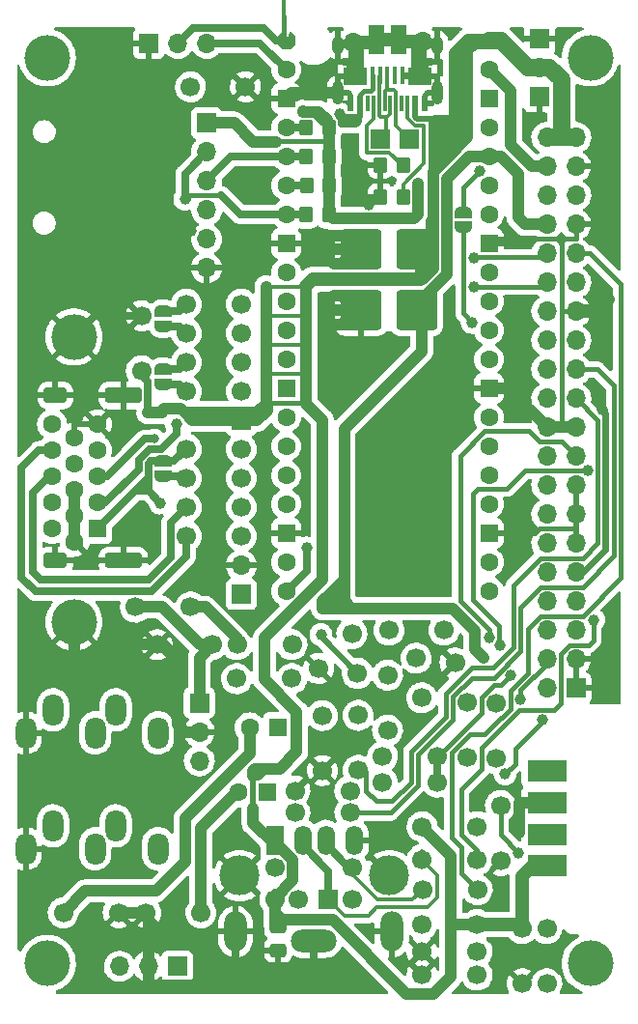
<source format=gbl>
G04 #@! TF.GenerationSoftware,KiCad,Pcbnew,6.0.11-2627ca5db0~126~ubuntu20.04.1*
G04 #@! TF.CreationDate,2023-09-26T13:38:11+05:00*
G04 #@! TF.ProjectId,33NJU23,33334e4a-5532-4332-9e6b-696361645f70,rev?*
G04 #@! TF.SameCoordinates,Original*
G04 #@! TF.FileFunction,Copper,L2,Bot*
G04 #@! TF.FilePolarity,Positive*
%FSLAX46Y46*%
G04 Gerber Fmt 4.6, Leading zero omitted, Abs format (unit mm)*
G04 Created by KiCad (PCBNEW 6.0.11-2627ca5db0~126~ubuntu20.04.1) date 2023-09-26 13:38:11*
%MOMM*%
%LPD*%
G01*
G04 APERTURE LIST*
G04 Aperture macros list*
%AMRoundRect*
0 Rectangle with rounded corners*
0 $1 Rounding radius*
0 $2 $3 $4 $5 $6 $7 $8 $9 X,Y pos of 4 corners*
0 Add a 4 corners polygon primitive as box body*
4,1,4,$2,$3,$4,$5,$6,$7,$8,$9,$2,$3,0*
0 Add four circle primitives for the rounded corners*
1,1,$1+$1,$2,$3*
1,1,$1+$1,$4,$5*
1,1,$1+$1,$6,$7*
1,1,$1+$1,$8,$9*
0 Add four rect primitives between the rounded corners*
20,1,$1+$1,$2,$3,$4,$5,0*
20,1,$1+$1,$4,$5,$6,$7,0*
20,1,$1+$1,$6,$7,$8,$9,0*
20,1,$1+$1,$8,$9,$2,$3,0*%
%AMOutline4P*
0 Free polygon, 4 corners , with rotation*
0 The origin of the aperture is its center*
0 number of corners: always 4*
0 $1 to $8 corner X, Y*
0 $9 Rotation angle, in degrees counterclockwise*
0 create outline with 4 corners*
4,1,4,$1,$2,$3,$4,$5,$6,$7,$8,$1,$2,$9*%
%AMFreePoly0*
4,1,57,0.281438,0.792513,0.314631,0.788760,0.324366,0.782642,0.335575,0.780064,0.361670,0.759195,0.389950,0.741421,0.741668,0.389704,0.759398,0.361385,0.780215,0.335261,0.782772,0.324050,0.788875,0.314303,0.792571,0.281098,0.800000,0.248529,0.800000,-0.248878,0.792513,-0.281438,0.788760,-0.314632,0.782641,-0.324367,0.780064,-0.335575,0.759196,-0.361669,0.741421,-0.389950,
0.389704,-0.741668,0.361385,-0.759398,0.335261,-0.780215,0.324050,-0.782772,0.314303,-0.788875,0.281098,-0.792571,0.248529,-0.800000,-0.248878,-0.800000,-0.281438,-0.792513,-0.314632,-0.788760,-0.324367,-0.782641,-0.335575,-0.780064,-0.361669,-0.759196,-0.389950,-0.741421,-0.741668,-0.389704,-0.759398,-0.361385,-0.780215,-0.335261,-0.782772,-0.324050,-0.788875,-0.314303,-0.792571,-0.281098,
-0.800000,-0.248529,-0.800000,0.248878,-0.792513,0.281438,-0.788760,0.314631,-0.782642,0.324366,-0.780064,0.335575,-0.759195,0.361670,-0.741421,0.389950,-0.389704,0.741668,-0.361385,0.759398,-0.335261,0.780215,-0.324050,0.782772,-0.314303,0.788875,-0.281098,0.792571,-0.248529,0.800000,0.248878,0.800000,0.281438,0.792513,0.281438,0.792513,$1*%
%AMFreePoly1*
4,1,22,0.500000,-0.750000,0.000000,-0.750000,0.000000,-0.745033,-0.079941,-0.743568,-0.215256,-0.701293,-0.333266,-0.622738,-0.424486,-0.514219,-0.481581,-0.384460,-0.499164,-0.250000,-0.500000,-0.250000,-0.500000,0.250000,-0.499164,0.250000,-0.499963,0.256109,-0.478152,0.396186,-0.417904,0.524511,-0.324060,0.630769,-0.204165,0.706417,-0.067858,0.745374,0.000000,0.744959,0.000000,0.750000,
0.500000,0.750000,0.500000,-0.750000,0.500000,-0.750000,$1*%
%AMFreePoly2*
4,1,20,0.000000,0.744959,0.073905,0.744508,0.209726,0.703889,0.328688,0.626782,0.421226,0.519385,0.479903,0.390333,0.500000,0.250000,0.500000,-0.250000,0.499851,-0.262216,0.476331,-0.402017,0.414519,-0.529596,0.319384,-0.634700,0.198574,-0.708877,0.061801,-0.746166,0.000000,-0.745033,0.000000,-0.750000,-0.500000,-0.750000,-0.500000,0.750000,0.000000,0.750000,0.000000,0.744959,
0.000000,0.744959,$1*%
G04 Aperture macros list end*
G04 #@! TA.AperFunction,ComponentPad*
%ADD10C,1.700000*%
G04 #@! TD*
G04 #@! TA.AperFunction,ComponentPad*
%ADD11R,1.700000X1.700000*%
G04 #@! TD*
G04 #@! TA.AperFunction,ComponentPad*
%ADD12O,1.700000X1.700000*%
G04 #@! TD*
G04 #@! TA.AperFunction,ComponentPad*
%ADD13RoundRect,0.350000X-1.300000X0.350000X-1.300000X-0.350000X1.300000X-0.350000X1.300000X0.350000X0*%
G04 #@! TD*
G04 #@! TA.AperFunction,ComponentPad*
%ADD14RoundRect,0.350000X-0.700000X0.350000X-0.700000X-0.350000X0.700000X-0.350000X0.700000X0.350000X0*%
G04 #@! TD*
G04 #@! TA.AperFunction,ComponentPad*
%ADD15O,1.800000X2.800000*%
G04 #@! TD*
G04 #@! TA.AperFunction,ComponentPad*
%ADD16O,2.000000X3.500000*%
G04 #@! TD*
G04 #@! TA.AperFunction,ComponentPad*
%ADD17O,4.000000X2.000000*%
G04 #@! TD*
G04 #@! TA.AperFunction,ComponentPad*
%ADD18R,1.524000X2.600000*%
G04 #@! TD*
G04 #@! TA.AperFunction,ComponentPad*
%ADD19O,1.524000X2.600000*%
G04 #@! TD*
G04 #@! TA.AperFunction,ComponentPad*
%ADD20C,3.500000*%
G04 #@! TD*
G04 #@! TA.AperFunction,ComponentPad*
%ADD21C,4.000000*%
G04 #@! TD*
G04 #@! TA.AperFunction,ComponentPad*
%ADD22R,1.600000X1.600000*%
G04 #@! TD*
G04 #@! TA.AperFunction,ComponentPad*
%ADD23C,1.600000*%
G04 #@! TD*
G04 #@! TA.AperFunction,ComponentPad*
%ADD24FreePoly0,0.000000*%
G04 #@! TD*
G04 #@! TA.AperFunction,ComponentPad*
%ADD25RoundRect,0.200000X-0.600000X-0.600000X0.600000X-0.600000X0.600000X0.600000X-0.600000X0.600000X0*%
G04 #@! TD*
G04 #@! TA.AperFunction,SMDPad,CuDef*
%ADD26R,3.480000X1.846667*%
G04 #@! TD*
G04 #@! TA.AperFunction,SMDPad,CuDef*
%ADD27RoundRect,0.250000X-0.350000X-0.450000X0.350000X-0.450000X0.350000X0.450000X-0.350000X0.450000X0*%
G04 #@! TD*
G04 #@! TA.AperFunction,SMDPad,CuDef*
%ADD28FreePoly1,90.000000*%
G04 #@! TD*
G04 #@! TA.AperFunction,SMDPad,CuDef*
%ADD29FreePoly2,90.000000*%
G04 #@! TD*
G04 #@! TA.AperFunction,SMDPad,CuDef*
%ADD30R,1.700000X1.700000*%
G04 #@! TD*
G04 #@! TA.AperFunction,SMDPad,CuDef*
%ADD31RoundRect,0.250000X-0.475000X0.337500X-0.475000X-0.337500X0.475000X-0.337500X0.475000X0.337500X0*%
G04 #@! TD*
G04 #@! TA.AperFunction,SMDPad,CuDef*
%ADD32RoundRect,0.321101X1.473899X1.428899X-1.473899X1.428899X-1.473899X-1.428899X1.473899X-1.428899X0*%
G04 #@! TD*
G04 #@! TA.AperFunction,SMDPad,CuDef*
%ADD33R,0.600000X1.450000*%
G04 #@! TD*
G04 #@! TA.AperFunction,SMDPad,CuDef*
%ADD34R,0.300000X1.450000*%
G04 #@! TD*
G04 #@! TA.AperFunction,ComponentPad*
%ADD35O,1.000000X1.600000*%
G04 #@! TD*
G04 #@! TA.AperFunction,ComponentPad*
%ADD36O,1.000000X2.100000*%
G04 #@! TD*
G04 #@! TA.AperFunction,SMDPad,CuDef*
%ADD37R,0.400000X1.650000*%
G04 #@! TD*
G04 #@! TA.AperFunction,SMDPad,CuDef*
%ADD38R,1.430000X2.500000*%
G04 #@! TD*
G04 #@! TA.AperFunction,SMDPad,CuDef*
%ADD39R,2.000000X1.500000*%
G04 #@! TD*
G04 #@! TA.AperFunction,SMDPad,CuDef*
%ADD40Outline4P,-0.675000X-0.675000X0.675000X-0.675000X0.675000X0.675000X-0.675000X0.675000X0.000000*%
G04 #@! TD*
G04 #@! TA.AperFunction,SMDPad,CuDef*
%ADD41R,1.825000X0.700000*%
G04 #@! TD*
G04 #@! TA.AperFunction,SMDPad,CuDef*
%ADD42R,0.382484X1.821706*%
G04 #@! TD*
G04 #@! TA.AperFunction,ComponentPad*
%ADD43O,1.100000X1.500000*%
G04 #@! TD*
G04 #@! TA.AperFunction,SMDPad,CuDef*
%ADD44R,0.380714X1.829960*%
G04 #@! TD*
G04 #@! TA.AperFunction,ViaPad*
%ADD45C,4.000000*%
G04 #@! TD*
G04 #@! TA.AperFunction,ViaPad*
%ADD46C,1.500000*%
G04 #@! TD*
G04 #@! TA.AperFunction,ViaPad*
%ADD47C,1.000000*%
G04 #@! TD*
G04 #@! TA.AperFunction,ViaPad*
%ADD48C,0.800000*%
G04 #@! TD*
G04 #@! TA.AperFunction,Conductor*
%ADD49C,0.635000*%
G04 #@! TD*
G04 #@! TA.AperFunction,Conductor*
%ADD50C,0.400000*%
G04 #@! TD*
G04 #@! TA.AperFunction,Conductor*
%ADD51C,1.200000*%
G04 #@! TD*
G04 #@! TA.AperFunction,Conductor*
%ADD52C,1.000000*%
G04 #@! TD*
G04 #@! TA.AperFunction,Conductor*
%ADD53C,0.300000*%
G04 #@! TD*
G04 #@! TA.AperFunction,Conductor*
%ADD54C,0.500000*%
G04 #@! TD*
G04 #@! TA.AperFunction,Conductor*
%ADD55C,0.600000*%
G04 #@! TD*
G04 #@! TA.AperFunction,Conductor*
%ADD56C,0.254000*%
G04 #@! TD*
G04 #@! TA.AperFunction,Conductor*
%ADD57C,1.500000*%
G04 #@! TD*
G04 #@! TA.AperFunction,Conductor*
%ADD58C,0.700000*%
G04 #@! TD*
G04 #@! TA.AperFunction,Conductor*
%ADD59C,0.250000*%
G04 #@! TD*
G04 APERTURE END LIST*
D10*
X59563000Y-95351600D03*
X54737000Y-95351600D03*
X45212000Y-67945000D03*
X50038000Y-67945000D03*
X45212000Y-70485000D03*
X50038000Y-70485000D03*
X45212000Y-55245000D03*
X50038000Y-55245000D03*
X47472675Y-82550000D03*
X42646675Y-82550000D03*
X40762031Y-79258622D03*
X45588031Y-79258622D03*
X49657000Y-82550000D03*
X54483000Y-82550000D03*
X62992000Y-81280000D03*
X67818000Y-81280000D03*
X62400724Y-94591650D03*
X67226724Y-94591650D03*
X65913000Y-104013000D03*
X70739000Y-104013000D03*
X65904000Y-98497000D03*
X70730000Y-98497000D03*
D11*
X79375000Y-86355000D03*
D12*
X76835000Y-86355000D03*
X79375000Y-83815000D03*
X76835000Y-83815000D03*
X79375000Y-81275000D03*
X76835000Y-81275000D03*
X79375000Y-78735000D03*
X76835000Y-78735000D03*
X79375000Y-76195000D03*
X76835000Y-76195000D03*
X79375000Y-73655000D03*
X76835000Y-73655000D03*
X79375000Y-71115000D03*
X76835000Y-71115000D03*
X79375000Y-68575000D03*
X76835000Y-68575000D03*
X79375000Y-66035000D03*
X76835000Y-66035000D03*
X79375000Y-63495000D03*
X76835000Y-63495000D03*
X79375000Y-60955000D03*
X76835000Y-60955000D03*
X79375000Y-58415000D03*
X76835000Y-58415000D03*
X79375000Y-55875000D03*
X76835000Y-55875000D03*
X79375000Y-53335000D03*
X76835000Y-53335000D03*
X79375000Y-50795000D03*
X76835000Y-50795000D03*
X79375000Y-48255000D03*
X76835000Y-48255000D03*
X79375000Y-45715000D03*
X76835000Y-45715000D03*
X79375000Y-43175000D03*
X76835000Y-43175000D03*
X79375000Y-40635000D03*
X76835000Y-40635000D03*
X79375000Y-38095000D03*
X76835000Y-38095000D03*
D10*
X46498000Y-106045000D03*
X41672000Y-106045000D03*
D13*
X39695000Y-60695000D03*
D14*
X33735000Y-60695000D03*
X33735000Y-75195000D03*
D13*
X39695000Y-75195000D03*
D10*
X62430288Y-92344802D03*
X67256288Y-92344802D03*
X45212000Y-52705000D03*
X50038000Y-52705000D03*
D11*
X50033422Y-78130833D03*
D12*
X50033422Y-75590833D03*
D10*
X49637000Y-85524500D03*
X54463000Y-85524500D03*
X62865000Y-90043000D03*
X62865000Y-85217000D03*
X50403000Y-33655000D03*
X45577000Y-33655000D03*
D11*
X50043916Y-62874035D03*
D10*
X65375497Y-83723399D03*
X68792024Y-84144777D03*
X65868066Y-87202778D03*
D15*
X39025000Y-88270000D03*
X37225000Y-90270000D03*
X31125000Y-90270000D03*
X33525000Y-88270000D03*
X42725000Y-90270000D03*
D11*
X57673448Y-104839098D03*
D10*
X55073448Y-104839098D03*
X59773448Y-104839098D03*
D16*
X49523448Y-107689098D03*
X63223448Y-107689098D03*
D17*
X56373448Y-108489098D03*
D10*
X52973448Y-104839098D03*
X59773448Y-102039098D03*
X52973448Y-102039098D03*
X70723000Y-109474000D03*
X65897000Y-109474000D03*
X70720000Y-107067000D03*
X65894000Y-107067000D03*
D15*
X39025000Y-98430000D03*
X37225000Y-100430000D03*
X31125000Y-100430000D03*
X33525000Y-98430000D03*
X42725000Y-100430000D03*
D10*
X54737000Y-97282000D03*
X59563000Y-97282000D03*
X69850000Y-92456000D03*
X69850000Y-87630000D03*
X60227503Y-85059601D03*
X56810976Y-84638223D03*
X59734934Y-81580222D03*
D11*
X44434070Y-110738885D03*
D12*
X41894070Y-110738885D03*
X39354070Y-110738885D03*
D18*
X52959000Y-99695000D03*
D19*
X55459000Y-99695000D03*
X57459000Y-99695000D03*
X59959000Y-99695000D03*
D20*
X49889000Y-102786000D03*
X63029000Y-102786000D03*
D10*
X72771000Y-96647000D03*
X72771000Y-101473000D03*
X45212000Y-60325000D03*
X50038000Y-60325000D03*
D21*
X35350331Y-80575000D03*
X35350331Y-55575000D03*
D22*
X37400331Y-72390000D03*
D23*
X37400331Y-70100000D03*
X37400331Y-67810000D03*
X37400331Y-65520000D03*
X37400331Y-63230000D03*
X35420331Y-73535000D03*
X35420331Y-71245000D03*
X35420331Y-68955000D03*
X35420331Y-66665000D03*
X35420331Y-64375000D03*
X33440331Y-72390000D03*
X33440331Y-70100000D03*
X33440331Y-67810000D03*
X33440331Y-65520000D03*
X33440331Y-63230000D03*
D10*
X34417000Y-106045000D03*
X39243000Y-106045000D03*
D24*
X53975000Y-29595000D03*
D23*
X53975000Y-32135000D03*
D25*
X53975000Y-34675000D03*
D23*
X53975000Y-37215000D03*
X53975000Y-39755000D03*
X53975000Y-42295000D03*
X53975000Y-44835000D03*
D25*
X53975000Y-47375000D03*
D23*
X53975000Y-49915000D03*
X53975000Y-52455000D03*
X53975000Y-54995000D03*
X53975000Y-57535000D03*
D25*
X53975000Y-60075000D03*
D23*
X53975000Y-62615000D03*
X53975000Y-65155000D03*
X53975000Y-67695000D03*
X53975000Y-70235000D03*
D25*
X53975000Y-72775000D03*
D23*
X53975000Y-75315000D03*
X53975000Y-77855000D03*
X71755000Y-77855000D03*
X71755000Y-75315000D03*
D25*
X71755000Y-72775000D03*
D23*
X71755000Y-70235000D03*
X71755000Y-67695000D03*
X71755000Y-65155000D03*
X71755000Y-62615000D03*
D25*
X71755000Y-60075000D03*
D23*
X71755000Y-57535000D03*
X71755000Y-54995000D03*
X71755000Y-52455000D03*
X71755000Y-49915000D03*
D25*
X71755000Y-47375000D03*
D23*
X71755000Y-44835000D03*
X71755000Y-42295000D03*
X71755000Y-39755000D03*
X71755000Y-37215000D03*
D25*
X71755000Y-34675000D03*
D23*
X71755000Y-32135000D03*
X71755000Y-29595000D03*
D10*
X70723000Y-111506000D03*
X65897000Y-111506000D03*
X60293101Y-88736032D03*
X60293101Y-93562032D03*
D22*
X52324000Y-95504000D03*
D23*
X49824000Y-95504000D03*
D10*
X74676000Y-107442000D03*
X74676000Y-112268000D03*
X41275000Y-58558923D03*
X41275000Y-53732923D03*
D22*
X53259791Y-89789000D03*
D23*
X50759791Y-89789000D03*
D26*
X76839500Y-101945000D03*
X76839500Y-99175000D03*
X76839500Y-96405000D03*
X76839500Y-93635000D03*
D11*
X46990000Y-36830000D03*
D12*
X46990000Y-39370000D03*
X46990000Y-41910000D03*
X46990000Y-44450000D03*
X46990000Y-46990000D03*
X46990000Y-49530000D03*
D10*
X76835000Y-107442000D03*
X76835000Y-112268000D03*
X57150000Y-88757000D03*
X57150000Y-93583000D03*
X45212000Y-57785000D03*
X50038000Y-57785000D03*
X65904000Y-101387000D03*
X70730000Y-101387000D03*
X45212000Y-65405000D03*
X50038000Y-65405000D03*
X72390000Y-87699553D03*
X72390000Y-92525553D03*
D11*
X76225479Y-29452407D03*
D12*
X76225479Y-31992407D03*
D11*
X76225479Y-34532407D03*
X46355000Y-87645000D03*
D12*
X46355000Y-90185000D03*
X46355000Y-92725000D03*
D11*
X41925000Y-29845000D03*
D12*
X44465000Y-29845000D03*
X47005000Y-29845000D03*
D10*
X45212000Y-73025000D03*
X50038000Y-73025000D03*
D27*
X62246000Y-43307000D03*
X64246000Y-43307000D03*
X55717418Y-37253676D03*
X57717418Y-37253676D03*
X55758479Y-42281573D03*
X57758479Y-42281573D03*
X55717418Y-39778916D03*
X57717418Y-39778916D03*
D28*
X43141986Y-67769340D03*
D29*
X43141986Y-66469340D03*
D30*
X64775000Y-38227000D03*
X62235000Y-38227000D03*
D27*
X55737949Y-44868404D03*
X57737949Y-44868404D03*
D28*
X43180000Y-54625000D03*
D29*
X43180000Y-53325000D03*
D31*
X53263800Y-107242700D03*
X53263800Y-109317700D03*
D28*
X43180000Y-59705000D03*
D29*
X43180000Y-58405000D03*
D32*
X65422000Y-47879000D03*
X60562000Y-47879000D03*
D28*
X69515001Y-45970005D03*
D29*
X69515001Y-44670005D03*
D27*
X62246000Y-40513000D03*
X64246000Y-40513000D03*
D32*
X65422000Y-53213000D03*
X60562000Y-53213000D03*
D33*
X59640000Y-35106000D03*
X60415000Y-35106000D03*
D34*
X61115000Y-35106000D03*
X61615000Y-35106000D03*
X62115000Y-35106000D03*
X62615000Y-35106000D03*
X63115000Y-35106000D03*
X63615000Y-35106000D03*
X64115000Y-35106000D03*
X64615000Y-35106000D03*
D33*
X65315000Y-35106000D03*
X66090000Y-35106000D03*
D35*
X67185000Y-30011000D03*
D36*
X67185000Y-34191000D03*
D35*
X58545000Y-30011000D03*
D36*
X58545000Y-34191000D03*
D37*
X61540000Y-32626000D03*
X62190000Y-32626000D03*
X62840000Y-32626000D03*
X63490000Y-32626000D03*
X64140000Y-32626000D03*
D38*
X61880000Y-29476000D03*
D39*
X65740000Y-32746000D03*
D40*
X60110000Y-30988000D03*
D41*
X65840000Y-31426000D03*
D42*
X65098669Y-30632382D03*
D39*
X59990000Y-32726000D03*
D41*
X59890000Y-31426000D03*
D12*
X65913000Y-29718000D03*
D40*
X65590000Y-30988000D03*
D12*
X59817000Y-29746000D03*
D38*
X63800000Y-29476000D03*
D43*
X65260000Y-32746000D03*
X60420000Y-32746000D03*
D44*
X60625761Y-30660980D03*
D45*
X33020000Y-110490000D03*
X33020000Y-31115000D03*
X80645000Y-110490000D03*
X80645000Y-31115000D03*
D46*
X61468000Y-52578000D03*
D47*
X71755000Y-94996000D03*
X58166000Y-53213000D03*
X70612000Y-96647000D03*
X37211000Y-39497000D03*
X61214000Y-43974500D03*
X74399998Y-99048883D03*
X41875561Y-39249625D03*
X50419000Y-43053000D03*
X81724500Y-61976000D03*
X58166000Y-47879000D03*
D46*
X61468000Y-47244000D03*
D47*
X45604083Y-46297042D03*
X58166000Y-54483000D03*
X71120000Y-95758000D03*
X58166000Y-51943000D03*
X82285500Y-52324000D03*
X58166000Y-49149000D03*
X58166000Y-46736000D03*
X42897723Y-70118500D03*
X44349507Y-63246000D03*
D48*
X42400680Y-64525153D03*
D47*
X58674000Y-36068000D03*
D46*
X64516000Y-47244000D03*
D47*
X41846500Y-62230000D03*
X55725110Y-61440110D03*
X67921983Y-39981983D03*
X68199000Y-36703000D03*
X67056000Y-36703000D03*
X70453148Y-48618795D03*
X70474300Y-51191700D03*
X45085000Y-43494500D03*
X74539500Y-87376000D03*
X55755380Y-74076819D03*
X73176500Y-93860607D03*
X74358050Y-100787181D03*
X76454000Y-89164500D03*
X70295688Y-54295687D03*
X71264011Y-83675989D03*
X65532000Y-42164000D03*
X65532000Y-44831000D03*
D46*
X64516000Y-52578000D03*
D47*
X55425000Y-35854176D03*
X68460461Y-41281983D03*
X57150000Y-79375000D03*
X68065001Y-44837999D03*
X80928691Y-80363396D03*
X71755000Y-81915000D03*
X57023000Y-81661000D03*
X80391000Y-67310000D03*
X72760500Y-82587062D03*
X73685741Y-85242741D03*
X70957752Y-41024999D03*
D49*
X32270000Y-65520000D02*
X30729838Y-67060162D01*
X42167312Y-77876903D02*
X45212000Y-74832215D01*
X30729838Y-67060162D02*
X30729838Y-76639935D01*
X33440331Y-65520000D02*
X32270000Y-65520000D01*
X30729838Y-76639935D02*
X31966806Y-77876903D01*
X31966806Y-77876903D02*
X42167312Y-77876903D01*
X45212000Y-74832215D02*
X45212000Y-73025000D01*
D50*
X76200000Y-72390000D02*
X79375000Y-72390000D01*
D51*
X81174000Y-53335000D02*
X82185000Y-52324000D01*
X65840000Y-32535999D02*
X65740000Y-32535999D01*
D52*
X60129500Y-53213000D02*
X58166000Y-53213000D01*
D53*
X61881500Y-43307000D02*
X61214000Y-43974500D01*
D52*
X58859500Y-49149000D02*
X60129500Y-47879000D01*
D51*
X61880000Y-29476000D02*
X63800000Y-29476000D01*
D50*
X79375000Y-53335000D02*
X78110000Y-53335000D01*
D49*
X37192408Y-53732923D02*
X35350331Y-55575000D01*
D54*
X66421000Y-109347000D02*
X65278000Y-109347000D01*
D52*
X58166000Y-46736000D02*
X58986500Y-46736000D01*
D55*
X81991000Y-62242500D02*
X81991000Y-74219000D01*
D51*
X65840000Y-31426000D02*
X65840000Y-32535999D01*
D52*
X35420331Y-68955000D02*
X35420331Y-73535000D01*
X73415000Y-60075000D02*
X71755000Y-60075000D01*
D50*
X78105000Y-53330000D02*
X78105000Y-63500000D01*
D52*
X44465000Y-83835000D02*
X44465000Y-89550000D01*
D54*
X35420331Y-63004669D02*
X35645662Y-63230000D01*
D51*
X65913000Y-29718000D02*
X64042000Y-29718000D01*
D52*
X42646675Y-82550000D02*
X43180000Y-82550000D01*
D49*
X49523448Y-107689098D02*
X49523448Y-112388448D01*
D52*
X58986500Y-46736000D02*
X60129500Y-47879000D01*
X35350331Y-80575000D02*
X35350331Y-84245331D01*
X45100000Y-90185000D02*
X46355000Y-90185000D01*
D54*
X35645662Y-63230000D02*
X37400331Y-63230000D01*
D50*
X78105000Y-46990000D02*
X72140000Y-46990000D01*
D54*
X59640000Y-35106000D02*
X59640000Y-34422018D01*
D49*
X49523448Y-112388448D02*
X49530000Y-112395000D01*
X56373448Y-108489098D02*
X56373448Y-112253448D01*
D52*
X74399998Y-96415002D02*
X74410000Y-96405000D01*
D50*
X79375000Y-46990000D02*
X79375000Y-45715000D01*
X78105000Y-53330000D02*
X78105000Y-46990000D01*
D52*
X43180000Y-82550000D02*
X44465000Y-83835000D01*
X58859500Y-51943000D02*
X60129500Y-53213000D01*
D50*
X78105000Y-46990000D02*
X79375000Y-46990000D01*
D52*
X37674669Y-84245331D02*
X39370000Y-82550000D01*
D50*
X71755000Y-47375000D02*
X72005000Y-47625000D01*
X78110000Y-53335000D02*
X78105000Y-53330000D01*
D49*
X56373448Y-112253448D02*
X56515000Y-112395000D01*
D52*
X41894070Y-106267070D02*
X41672000Y-106045000D01*
D51*
X61610000Y-29746000D02*
X61880000Y-29476000D01*
D52*
X39243000Y-106045000D02*
X41672000Y-106045000D01*
X58859500Y-54483000D02*
X60129500Y-53213000D01*
D51*
X59890000Y-31426000D02*
X59890000Y-32535999D01*
D52*
X76835000Y-63495000D02*
X73415000Y-60075000D01*
D51*
X79375000Y-53335000D02*
X81174000Y-53335000D01*
D52*
X76835000Y-63495000D02*
X79375000Y-63495000D01*
X35350331Y-84245331D02*
X37674669Y-84245331D01*
X58166000Y-49149000D02*
X58859500Y-49149000D01*
X41894070Y-110738885D02*
X41894070Y-106267070D01*
X58166000Y-51943000D02*
X58859500Y-51943000D01*
D51*
X59817000Y-29746000D02*
X61610000Y-29746000D01*
D54*
X66393000Y-34191000D02*
X66090000Y-34494000D01*
D51*
X80767000Y-53335000D02*
X79375000Y-53335000D01*
D49*
X41628186Y-39497000D02*
X41875561Y-39249625D01*
D52*
X41910000Y-110754815D02*
X41910000Y-112395000D01*
D55*
X81991000Y-74219000D02*
X80015000Y-76195000D01*
D52*
X74410000Y-96405000D02*
X76839500Y-96405000D01*
X41894070Y-110738885D02*
X41910000Y-110754815D01*
X39370000Y-82550000D02*
X42646675Y-82550000D01*
D50*
X71755000Y-72775000D02*
X75815000Y-72775000D01*
D51*
X64042000Y-29718000D02*
X63800000Y-29476000D01*
D50*
X72140000Y-46990000D02*
X71755000Y-47375000D01*
D52*
X74399998Y-99048883D02*
X74399998Y-96415002D01*
D55*
X81724500Y-61976000D02*
X81991000Y-62242500D01*
X80015000Y-76195000D02*
X79375000Y-76195000D01*
D52*
X58166000Y-54483000D02*
X58859500Y-54483000D01*
D49*
X40923812Y-53732923D02*
X37192408Y-53732923D01*
D54*
X79375000Y-72390000D02*
X79375000Y-71115000D01*
D50*
X75815000Y-72775000D02*
X76200000Y-72390000D01*
D51*
X80772000Y-53340000D02*
X80767000Y-53335000D01*
D54*
X67185000Y-34191000D02*
X66393000Y-34191000D01*
D51*
X59890000Y-32535999D02*
X59990000Y-32535999D01*
D53*
X62246000Y-43307000D02*
X61881500Y-43307000D01*
D52*
X41910000Y-112395000D02*
X49530000Y-112395000D01*
X58166000Y-47879000D02*
X60129500Y-47879000D01*
D54*
X59640000Y-34422018D02*
X59408982Y-34191000D01*
X66090000Y-34494000D02*
X66090000Y-35106000D01*
D52*
X54459000Y-34191000D02*
X53975000Y-34675000D01*
D54*
X79375000Y-73655000D02*
X79375000Y-72390000D01*
D49*
X37211000Y-39497000D02*
X41628186Y-39497000D01*
D52*
X58545000Y-34191000D02*
X54459000Y-34191000D01*
D54*
X59408982Y-34191000D02*
X58545000Y-34191000D01*
D52*
X49530000Y-112395000D02*
X56515000Y-112395000D01*
X44465000Y-89550000D02*
X45100000Y-90185000D01*
D54*
X35420331Y-64375000D02*
X35420331Y-63004669D01*
D49*
X32385000Y-76835000D02*
X41900539Y-76835000D01*
X43815000Y-71882000D02*
X45212000Y-70485000D01*
X31750000Y-76200000D02*
X32385000Y-76835000D01*
X31750000Y-69215000D02*
X31750000Y-76200000D01*
X33440331Y-67810000D02*
X33155000Y-67810000D01*
X41900539Y-76835000D02*
X43815000Y-74920539D01*
X33155000Y-67810000D02*
X31750000Y-69215000D01*
X43815000Y-74920539D02*
X43815000Y-71882000D01*
X43141986Y-67769340D02*
X45036340Y-67769340D01*
X45036340Y-67769340D02*
X45212000Y-67945000D01*
X45212000Y-65405000D02*
X44147660Y-66469340D01*
X42115660Y-66469340D02*
X43141986Y-66469340D01*
D56*
X41910000Y-66675000D02*
X42115660Y-66469340D01*
D49*
X41874486Y-66710514D02*
X41874486Y-67915845D01*
X41560165Y-68929835D02*
X41394737Y-69095263D01*
X41874486Y-69095263D02*
X41394737Y-69095263D01*
X40607665Y-69182665D02*
X37400331Y-72390000D01*
X41874486Y-69095263D02*
X42897723Y-70118500D01*
X41874486Y-67915845D02*
X41874486Y-69095263D01*
X41560165Y-68230165D02*
X40607665Y-69182665D01*
X41874486Y-66710514D02*
X42115660Y-66469340D01*
X41560165Y-68230165D02*
X41560165Y-68929835D01*
X40695067Y-69095263D02*
X40607665Y-69182665D01*
X41874486Y-67915845D02*
X41560165Y-68230165D01*
X44147660Y-66469340D02*
X43141986Y-66469340D01*
X41394737Y-69095263D02*
X40695067Y-69095263D01*
X44592000Y-59705000D02*
X45212000Y-60325000D01*
X43180000Y-59705000D02*
X44592000Y-59705000D01*
X44400202Y-64044659D02*
X44400202Y-63402895D01*
X41039486Y-67164514D02*
X41039486Y-66364646D01*
X43002208Y-65442653D02*
X44400202Y-64044659D01*
D56*
X42980975Y-65463886D02*
X42022375Y-65463886D01*
D49*
X38104000Y-70100000D02*
X41039486Y-67164514D01*
X43180000Y-58405000D02*
X44592000Y-58405000D01*
D56*
X44400202Y-64044659D02*
X42980975Y-65463886D01*
D53*
X37400331Y-70100000D02*
X37617918Y-70100000D01*
D49*
X41039486Y-66364646D02*
X41961479Y-65442653D01*
X44592000Y-58405000D02*
X45212000Y-57785000D01*
X37400331Y-70100000D02*
X38104000Y-70100000D01*
D53*
X37400331Y-70100000D02*
X37649606Y-70100000D01*
D49*
X44400202Y-63402895D02*
X44400202Y-63296695D01*
X41961479Y-65442653D02*
X43002208Y-65442653D01*
X44400202Y-63296695D02*
X44349507Y-63246000D01*
X43180000Y-54625000D02*
X44592000Y-54625000D01*
X44592000Y-54625000D02*
X45212000Y-55245000D01*
X37400331Y-67810000D02*
X38295087Y-67810000D01*
X41579934Y-64525153D02*
X42400680Y-64525153D01*
X44592000Y-53325000D02*
X45212000Y-52705000D01*
X38295087Y-67810000D02*
X41579934Y-64525153D01*
X43180000Y-53325000D02*
X44592000Y-53325000D01*
X40923812Y-58558923D02*
X41862500Y-59497611D01*
D54*
X66245528Y-36449000D02*
X68834000Y-36449000D01*
D52*
X54903310Y-88431310D02*
X54903310Y-91908690D01*
D49*
X41862500Y-59497611D02*
X41862500Y-62214000D01*
D51*
X74272498Y-107067000D02*
X70720000Y-107067000D01*
D52*
X51074000Y-98191000D02*
X52959000Y-100076000D01*
D57*
X72775000Y-29595000D02*
X71755000Y-29595000D01*
D50*
X60761000Y-33981000D02*
X60415000Y-34327000D01*
D53*
X55725110Y-58828890D02*
X52423110Y-58828890D01*
D52*
X68713000Y-107067000D02*
X70720000Y-107067000D01*
X52197000Y-62103000D02*
X52197000Y-59055000D01*
D57*
X76835000Y-38095000D02*
X79375000Y-38095000D01*
D54*
X51924101Y-93403899D02*
X51074000Y-94254000D01*
D52*
X53202382Y-100076000D02*
X54523448Y-101397066D01*
D54*
X52959000Y-100076000D02*
X52959000Y-100186172D01*
X65486000Y-36427000D02*
X66223528Y-36427000D01*
D52*
X51074000Y-96921000D02*
X51074000Y-98191000D01*
X69850000Y-30479999D02*
X69850000Y-36449000D01*
X55725110Y-58828890D02*
X55725110Y-59535110D01*
D51*
X66765001Y-46968499D02*
X66765001Y-45402001D01*
D54*
X60075908Y-36952092D02*
X60325000Y-36703000D01*
D53*
X55626000Y-51181000D02*
X55725110Y-51081890D01*
D51*
X68199000Y-38481000D02*
X67818000Y-38862000D01*
D54*
X65315000Y-36256000D02*
X65486000Y-36427000D01*
D52*
X55725110Y-53875890D02*
X55725110Y-56161890D01*
D53*
X55591762Y-56295238D02*
X52231238Y-56295238D01*
D58*
X54864000Y-91948000D02*
X54991000Y-91821000D01*
D52*
X54903310Y-91908690D02*
X53408101Y-93403899D01*
X74676000Y-106553000D02*
X74162000Y-107067000D01*
X45085000Y-62230000D02*
X50800000Y-62230000D01*
X51405995Y-62230000D02*
X52310595Y-61325400D01*
X51924101Y-93403899D02*
X51924101Y-93490899D01*
D53*
X52231238Y-56295238D02*
X52197000Y-56261000D01*
D51*
X68834000Y-36449000D02*
X68834000Y-39069965D01*
D52*
X52973448Y-104747066D02*
X52973448Y-104839098D01*
X66905600Y-113155000D02*
X68427600Y-111633000D01*
D54*
X54864000Y-91948000D02*
X53408101Y-93403899D01*
D52*
X53408101Y-93403899D02*
X51924101Y-93403899D01*
D50*
X55725110Y-61440110D02*
X55610400Y-61325400D01*
D51*
X74676000Y-106553000D02*
X74676000Y-106663498D01*
D52*
X51425965Y-62874035D02*
X52197000Y-62103000D01*
X71505000Y-29845000D02*
X70484999Y-29845000D01*
X52197000Y-59055000D02*
X52197000Y-56261000D01*
D57*
X77077407Y-31992407D02*
X78105000Y-33020000D01*
D53*
X55694220Y-53845000D02*
X55331455Y-53845000D01*
D52*
X55725110Y-61440110D02*
X57150000Y-62865000D01*
X65913000Y-50546000D02*
X56261000Y-50546000D01*
D53*
X55725110Y-56161890D02*
X55591762Y-56295238D01*
D54*
X66223528Y-36427000D02*
X66245528Y-36449000D01*
D53*
X52341259Y-53738259D02*
X52197000Y-53594000D01*
D51*
X74278498Y-107061000D02*
X74272498Y-107067000D01*
X76839500Y-101945000D02*
X75601000Y-101945000D01*
D52*
X50043916Y-62874035D02*
X45729035Y-62874035D01*
X68427600Y-111633000D02*
X68427600Y-106781600D01*
X44730000Y-61875000D02*
X45085000Y-62230000D01*
D51*
X71755000Y-29595000D02*
X69973000Y-29595000D01*
X74676000Y-102870000D02*
X74676000Y-106553000D01*
D52*
X52197000Y-56261000D02*
X52197000Y-51181000D01*
D53*
X55725110Y-53875890D02*
X55694220Y-53845000D01*
D51*
X67056000Y-40847965D02*
X67921983Y-39981983D01*
D52*
X69850000Y-36449000D02*
X69850000Y-38100000D01*
D57*
X76225479Y-31992407D02*
X75172407Y-31992407D01*
D52*
X52973448Y-104839098D02*
X52973448Y-106059448D01*
D51*
X65854500Y-50463078D02*
X65771578Y-50546000D01*
X65854500Y-47879000D02*
X66765001Y-46968499D01*
D52*
X52973448Y-106952348D02*
X53263800Y-107242700D01*
D54*
X58887000Y-36281000D02*
X58674000Y-36068000D01*
D49*
X52973448Y-104839098D02*
X52973448Y-104309838D01*
D52*
X54523448Y-103197066D02*
X52973448Y-104747066D01*
X45729035Y-62874035D02*
X45085000Y-62230000D01*
D57*
X78105000Y-38100000D02*
X78100000Y-38095000D01*
D50*
X55610400Y-61325400D02*
X52310595Y-61325400D01*
D52*
X51924101Y-93403899D02*
X51249101Y-93403899D01*
D51*
X69973000Y-29595000D02*
X68834000Y-30734000D01*
D52*
X43281000Y-61875000D02*
X44730000Y-61875000D01*
D49*
X41862500Y-62214000D02*
X41846500Y-62230000D01*
D54*
X51074000Y-94254000D02*
X51074000Y-96921000D01*
D52*
X66865001Y-49593999D02*
X65913000Y-50546000D01*
D51*
X65854500Y-47879000D02*
X65854500Y-50463078D01*
D57*
X76225479Y-31992407D02*
X77077407Y-31992407D01*
D52*
X57150000Y-76835000D02*
X52070000Y-81915000D01*
X51249101Y-93403899D02*
X51074000Y-93579000D01*
D57*
X78100000Y-38095000D02*
X76835000Y-38095000D01*
D52*
X70484999Y-29845000D02*
X69850000Y-30479999D01*
X74162000Y-107067000D02*
X70720000Y-107067000D01*
X52197000Y-62103000D02*
X52310595Y-61989405D01*
D50*
X60415000Y-34327000D02*
X60415000Y-35106000D01*
D52*
X52973448Y-106059448D02*
X53594000Y-106680000D01*
X54523448Y-101397066D02*
X54523448Y-103197066D01*
X52973448Y-104839098D02*
X52973448Y-106952348D01*
X43053000Y-62103000D02*
X43281000Y-61875000D01*
D53*
X52423110Y-58828890D02*
X52197000Y-59055000D01*
D52*
X52070000Y-81915000D02*
X52070000Y-85598000D01*
X52959000Y-100076000D02*
X53213000Y-100076000D01*
D54*
X60390000Y-36281000D02*
X58887000Y-36281000D01*
X60390000Y-36281000D02*
X60390000Y-36638000D01*
X60325000Y-36703000D02*
X58767418Y-36703000D01*
D52*
X68834000Y-39116000D02*
X66865001Y-41084999D01*
D54*
X58674000Y-36068000D02*
X58767418Y-36161418D01*
D51*
X68834000Y-39069965D02*
X67921983Y-39981983D01*
D52*
X55725110Y-56161890D02*
X55725110Y-58828890D01*
X50800000Y-62230000D02*
X51405995Y-62230000D01*
X58039000Y-106680000D02*
X64514000Y-113155000D01*
D57*
X78105000Y-33020000D02*
X78105000Y-38100000D01*
D52*
X52959000Y-100076000D02*
X53202382Y-100076000D01*
D51*
X67056000Y-36703000D02*
X67056000Y-40847965D01*
D52*
X55725110Y-51081890D02*
X55725110Y-53875890D01*
X64514000Y-113155000D02*
X66905600Y-113155000D01*
X69850000Y-38100000D02*
X68834000Y-39116000D01*
X52070000Y-85598000D02*
X54903310Y-88431310D01*
D53*
X52197000Y-51181000D02*
X55626000Y-51181000D01*
D50*
X61410000Y-33981000D02*
X60761000Y-33981000D01*
D51*
X68580000Y-36703000D02*
X67056000Y-36703000D01*
D54*
X58767418Y-36952092D02*
X60075908Y-36952092D01*
D51*
X56261000Y-50546000D02*
X55725110Y-51081890D01*
D52*
X53594000Y-106680000D02*
X58039000Y-106680000D01*
X68427600Y-106781600D02*
X68713000Y-107067000D01*
X66865001Y-41084999D02*
X66865001Y-49593999D01*
X51074000Y-93579000D02*
X51074000Y-94004000D01*
X43053000Y-62230000D02*
X43053000Y-62103000D01*
X50043916Y-62874035D02*
X51425965Y-62874035D01*
X55725110Y-59535110D02*
X55725110Y-61440110D01*
X52310595Y-61989405D02*
X52310595Y-61325400D01*
D54*
X65315000Y-35106000D02*
X65315000Y-36256000D01*
D57*
X75172407Y-31992407D02*
X72775000Y-29595000D01*
D54*
X60415000Y-36256000D02*
X60390000Y-36281000D01*
D50*
X61540000Y-33851000D02*
X61410000Y-33981000D01*
D54*
X60415000Y-35106000D02*
X60415000Y-36256000D01*
X58767418Y-36161418D02*
X58767418Y-36952092D01*
D53*
X55331455Y-53845000D02*
X55224714Y-53738259D01*
D52*
X65904000Y-98497000D02*
X68427600Y-101020600D01*
D51*
X68834000Y-30734000D02*
X68834000Y-36449000D01*
X65771578Y-50546000D02*
X56261000Y-50546000D01*
D53*
X55224714Y-53738259D02*
X52341259Y-53738259D01*
D51*
X75601000Y-101945000D02*
X74676000Y-102870000D01*
D54*
X68834000Y-36449000D02*
X69850000Y-36449000D01*
D52*
X41846500Y-62230000D02*
X43053000Y-62230000D01*
D54*
X60390000Y-36638000D02*
X60325000Y-36703000D01*
D52*
X71755000Y-29595000D02*
X71505000Y-29845000D01*
D54*
X58674000Y-36068000D02*
X58674000Y-36420309D01*
D50*
X61540000Y-32626000D02*
X61540000Y-33851000D01*
D51*
X68834000Y-36449000D02*
X68580000Y-36703000D01*
D52*
X51924101Y-93490899D02*
X51435000Y-93980000D01*
X50043916Y-62874035D02*
X50155965Y-62874035D01*
X57150000Y-62865000D02*
X57150000Y-76835000D01*
X50155965Y-62874035D02*
X50800000Y-62230000D01*
D51*
X74676000Y-106663498D02*
X74278498Y-107061000D01*
D52*
X68427600Y-101020600D02*
X68427600Y-106781600D01*
D51*
X68199000Y-36703000D02*
X68199000Y-38481000D01*
D49*
X53090000Y-29595000D02*
X51972500Y-28477500D01*
X53975000Y-29595000D02*
X53090000Y-29595000D01*
D50*
X70453148Y-48618795D02*
X70464730Y-48607213D01*
X70464730Y-48607213D02*
X76482787Y-48607213D01*
D49*
X51972500Y-28477500D02*
X45832500Y-28477500D01*
D50*
X76482787Y-48607213D02*
X76835000Y-48255000D01*
D49*
X45832500Y-28477500D02*
X44465000Y-29845000D01*
X53975000Y-32135000D02*
X51685000Y-29845000D01*
X51685000Y-29845000D02*
X47005000Y-29845000D01*
D50*
X70474300Y-51191700D02*
X76443300Y-51191700D01*
X76835000Y-50800000D02*
X76835000Y-50795000D01*
X76443300Y-51191700D02*
X76835000Y-50800000D01*
D49*
X54013676Y-37253676D02*
X53975000Y-37215000D01*
X55717418Y-37253676D02*
X54013676Y-37253676D01*
X53975000Y-39755000D02*
X49145000Y-39755000D01*
X53998916Y-39778916D02*
X53975000Y-39755000D01*
X55717418Y-39778916D02*
X53998916Y-39778916D01*
X49145000Y-39755000D02*
X46990000Y-41910000D01*
X55758479Y-42281573D02*
X53988427Y-42281573D01*
X53988427Y-42281573D02*
X53975000Y-42295000D01*
D50*
X48260000Y-43180000D02*
X45399500Y-43180000D01*
D49*
X45085000Y-41275000D02*
X45085000Y-43494500D01*
D50*
X45085000Y-43494500D02*
X45405500Y-43494500D01*
D49*
X55737949Y-44868404D02*
X54008404Y-44868404D01*
X54008404Y-44868404D02*
X53975000Y-44835000D01*
X53975000Y-44835000D02*
X49915000Y-44835000D01*
X49915000Y-44835000D02*
X48260000Y-43180000D01*
D50*
X45399500Y-43180000D02*
X45085000Y-43494500D01*
D49*
X46990000Y-39370000D02*
X45085000Y-41275000D01*
X55755380Y-76074620D02*
X53975000Y-77855000D01*
D50*
X76835000Y-84214803D02*
X76835000Y-83815000D01*
D49*
X55755380Y-74076819D02*
X55755380Y-76074620D01*
D50*
X74539500Y-86510303D02*
X76835000Y-84214803D01*
X74539500Y-87376000D02*
X74539500Y-86510303D01*
X76454000Y-89281000D02*
X74041000Y-91694000D01*
X74358050Y-100787181D02*
X72771000Y-99200131D01*
X74041000Y-91694000D02*
X74041000Y-92996107D01*
X76454000Y-89164500D02*
X76454000Y-89281000D01*
X72771000Y-99200131D02*
X72771000Y-96647000D01*
X74041000Y-92996107D02*
X73176500Y-93860607D01*
X69515001Y-53515000D02*
X69515001Y-45970005D01*
X70295688Y-54295687D02*
X69515001Y-53515000D01*
D52*
X76835000Y-45715000D02*
X74925000Y-45715000D01*
X70555000Y-81352792D02*
X70555000Y-82966978D01*
X59055000Y-76835000D02*
X59055000Y-78740000D01*
X57150000Y-79375000D02*
X59690000Y-79375000D01*
X46990000Y-36830000D02*
X49420032Y-36830000D01*
X58420000Y-78105000D02*
X57785000Y-78105000D01*
X65532000Y-44831000D02*
X65532000Y-42164000D01*
X59055000Y-76835000D02*
X57785000Y-78105000D01*
X70555000Y-82966978D02*
X71264011Y-83675989D01*
X69987444Y-39755000D02*
X71755000Y-39755000D01*
X55425000Y-35854176D02*
X56809176Y-35854176D01*
X57717418Y-37253676D02*
X57717418Y-38548582D01*
X74925000Y-45715000D02*
X74295000Y-45085000D01*
X68577208Y-79375000D02*
X70555000Y-81352792D01*
X68065001Y-50091055D02*
X65854500Y-52301556D01*
D50*
X49420032Y-36830000D02*
X51005032Y-38415000D01*
D52*
X49420032Y-36830000D02*
X51051693Y-38461661D01*
X58081545Y-45212000D02*
X65151000Y-45212000D01*
X68065001Y-44837999D02*
X68065001Y-50091055D01*
X68460461Y-41281983D02*
X68065001Y-41677443D01*
X51051693Y-38461661D02*
X53100340Y-38461661D01*
X65151000Y-45212000D02*
X65532000Y-44831000D01*
X68065001Y-41677443D02*
X68065001Y-44837999D01*
X55425000Y-35854176D02*
X55475000Y-35804176D01*
D49*
X55425000Y-35854176D02*
X56317918Y-35854176D01*
D52*
X59690000Y-79375000D02*
X68577208Y-79375000D01*
D50*
X57583836Y-38415000D02*
X57717418Y-38548582D01*
D52*
X57834299Y-39895797D02*
X57717418Y-39778916D01*
X65854500Y-56827500D02*
X59055000Y-63627000D01*
X72775000Y-39755000D02*
X71755000Y-39755000D01*
X57717418Y-44847873D02*
X57737949Y-44868404D01*
X59055000Y-78740000D02*
X59690000Y-79375000D01*
X57737949Y-44868404D02*
X58081545Y-45212000D01*
X74295000Y-45085000D02*
X74295000Y-41274999D01*
X57785000Y-78105000D02*
X57150000Y-78740000D01*
X68460461Y-41281983D02*
X69987444Y-39755000D01*
D50*
X51005032Y-38415000D02*
X57583836Y-38415000D01*
D52*
X57717418Y-38548582D02*
X57717418Y-44847873D01*
X56809176Y-35854176D02*
X57531000Y-36576000D01*
X59055000Y-63627000D02*
X59055000Y-76835000D01*
X74295000Y-41274999D02*
X72775000Y-39755000D01*
D49*
X56317918Y-35854176D02*
X57717418Y-37253676D01*
D52*
X57150000Y-78740000D02*
X57150000Y-79375000D01*
X58420000Y-78105000D02*
X57785000Y-78740000D01*
X57785000Y-78740000D02*
X59055000Y-78740000D01*
X65854500Y-52301556D02*
X65854500Y-56827500D01*
X75560000Y-40635000D02*
X76835000Y-40635000D01*
X73660000Y-38735000D02*
X75560000Y-40635000D01*
X71755000Y-32135000D02*
X73660000Y-34040000D01*
X73660000Y-34040000D02*
X73660000Y-38735000D01*
D50*
X69342000Y-99187000D02*
X70730000Y-100575000D01*
X80928691Y-80363396D02*
X80928691Y-82139309D01*
X78857233Y-82565000D02*
X78085000Y-83337233D01*
X74923293Y-88265000D02*
X74912293Y-88276000D01*
X78085000Y-87650000D02*
X77470000Y-88265000D01*
X80928691Y-82139309D02*
X80503000Y-82565000D01*
X71140000Y-93452000D02*
X69342000Y-95250000D01*
X78085000Y-83337233D02*
X78085000Y-87650000D01*
X69342000Y-95250000D02*
X69342000Y-99187000D01*
X74912293Y-88276000D02*
X74429848Y-88276000D01*
X80503000Y-82565000D02*
X78857233Y-82565000D01*
X71140000Y-91565848D02*
X71140000Y-93452000D01*
X74429848Y-88276000D02*
X71140000Y-91565848D01*
X77470000Y-88265000D02*
X74923293Y-88265000D01*
X70730000Y-100575000D02*
X70730000Y-101387000D01*
X68506288Y-92021712D02*
X68506288Y-99494288D01*
X71374000Y-90424000D02*
X70104000Y-90424000D01*
X72848447Y-88949553D02*
X71374000Y-90424000D01*
X75184000Y-81158233D02*
X75184000Y-85017275D01*
X79995000Y-80025000D02*
X76317233Y-80025000D01*
X73640000Y-86561275D02*
X73640000Y-88217320D01*
X70104000Y-90424000D02*
X68506288Y-92021712D01*
X80640000Y-48255000D02*
X83312000Y-50927000D01*
X83312000Y-76708000D02*
X79995000Y-80025000D01*
X72907767Y-88949553D02*
X72848447Y-88949553D01*
X79375000Y-48255000D02*
X80640000Y-48255000D01*
X73640000Y-88217320D02*
X72907767Y-88949553D01*
X83312000Y-50927000D02*
X83312000Y-76708000D01*
X69342000Y-100330000D02*
X69342000Y-102616000D01*
X68506288Y-99494288D02*
X69342000Y-100330000D01*
X69342000Y-102616000D02*
X70739000Y-104013000D01*
X76317233Y-80025000D02*
X75184000Y-81158233D01*
X75184000Y-85017275D02*
X73640000Y-86561275D01*
D53*
X66343502Y-105589098D02*
X61923902Y-105589098D01*
X59133350Y-106299000D02*
X57673448Y-104839098D01*
D58*
X55459000Y-100163000D02*
X55459000Y-100076000D01*
D53*
X65904000Y-101387000D02*
X67259200Y-102742200D01*
X61923902Y-105589098D02*
X61214000Y-106299000D01*
D58*
X57673448Y-104839098D02*
X57673448Y-102377448D01*
D53*
X67259200Y-104673400D02*
X66343502Y-105589098D01*
D54*
X66428000Y-101260000D02*
X65907098Y-100739098D01*
D58*
X57673448Y-102377448D02*
X55459000Y-100163000D01*
D53*
X67259200Y-102742200D02*
X67259200Y-104673400D01*
X61214000Y-106299000D02*
X59133350Y-106299000D01*
X62010800Y-104886000D02*
X59773448Y-102648648D01*
D58*
X59773448Y-102039098D02*
X59422098Y-102039098D01*
D53*
X59773448Y-102648648D02*
X59773448Y-102039098D01*
D54*
X66421000Y-106937000D02*
X66418000Y-106940000D01*
D58*
X59422098Y-102039098D02*
X57459000Y-100076000D01*
D53*
X65040000Y-104886000D02*
X62010800Y-104886000D01*
X65913000Y-104013000D02*
X65040000Y-104886000D01*
D52*
X47472675Y-82550000D02*
X46355000Y-83667675D01*
X46355000Y-83667675D02*
X46355000Y-87645000D01*
X47472675Y-82550000D02*
X46355000Y-82550000D01*
X46355000Y-82550000D02*
X43063622Y-79258622D01*
X43063622Y-79258622D02*
X40762031Y-79258622D01*
X49657000Y-82550000D02*
X49657000Y-82042000D01*
X46873622Y-79258622D02*
X45588031Y-79258622D01*
X49657000Y-82042000D02*
X46873622Y-79258622D01*
D50*
X75250000Y-63815000D02*
X76205000Y-64770000D01*
X78110000Y-64770000D02*
X79375000Y-66035000D01*
X71755000Y-81280000D02*
X69215000Y-78740000D01*
X69215000Y-65997943D02*
X71397943Y-63815000D01*
X69215000Y-78740000D02*
X69215000Y-65997943D01*
X71397943Y-63815000D02*
X75250000Y-63815000D01*
X71755000Y-81915000D02*
X71755000Y-81280000D01*
X76205000Y-64770000D02*
X78110000Y-64770000D01*
D54*
X57023000Y-81855098D02*
X60227503Y-85059601D01*
X57023000Y-81661000D02*
X57023000Y-81855098D01*
D52*
X62865000Y-85217000D02*
X62865000Y-85090000D01*
D59*
X54650000Y-85525000D02*
X54725000Y-85450000D01*
D53*
X62962500Y-85119500D02*
X62865000Y-85217000D01*
D59*
X54075000Y-85525000D02*
X54650000Y-85525000D01*
D52*
X49592656Y-95504000D02*
X46498000Y-98598656D01*
X49824000Y-95504000D02*
X49592656Y-95504000D01*
X46498000Y-98598656D02*
X46498000Y-106045000D01*
X50759791Y-92115209D02*
X45085000Y-97790000D01*
X42545000Y-104140000D02*
X36322000Y-104140000D01*
X50759791Y-89789000D02*
X50759791Y-92115209D01*
X36322000Y-104140000D02*
X34417000Y-106045000D01*
X45085000Y-101600000D02*
X42545000Y-104140000D01*
X45085000Y-97790000D02*
X45085000Y-101600000D01*
D50*
X74510198Y-83146198D02*
X72185396Y-85471000D01*
X65532000Y-92202000D02*
X65532000Y-94869000D01*
X81275000Y-58415000D02*
X82712000Y-59852000D01*
X68580000Y-87132233D02*
X68580000Y-89154000D01*
X79375000Y-58415000D02*
X81275000Y-58415000D01*
X79995000Y-77485000D02*
X76317233Y-77485000D01*
X63119000Y-97282000D02*
X59563000Y-97282000D01*
X76317233Y-77485000D02*
X74510198Y-79292035D01*
X65532000Y-94869000D02*
X63119000Y-97282000D01*
X70241233Y-85471000D02*
X68580000Y-87132233D01*
X72185396Y-85471000D02*
X70241233Y-85471000D01*
X74510198Y-79292035D02*
X74510198Y-83146198D01*
X82712000Y-74768000D02*
X79995000Y-77485000D01*
X82712000Y-59852000D02*
X82712000Y-74768000D01*
X68580000Y-89154000D02*
X65532000Y-92202000D01*
X60293101Y-93562032D02*
X60293101Y-93567101D01*
X73910198Y-77352035D02*
X76317233Y-74945000D01*
X64932000Y-94620472D02*
X64932000Y-91953472D01*
X70237011Y-84575989D02*
X72139623Y-84575989D01*
X81291000Y-67682793D02*
X81291000Y-62871000D01*
X60796032Y-93562032D02*
X60960000Y-93726000D01*
X60293101Y-93562032D02*
X60796032Y-93562032D01*
X72139623Y-84575989D02*
X73910198Y-82805414D01*
X60161032Y-93562032D02*
X60293101Y-93562032D01*
X67980000Y-86833000D02*
X70237011Y-84575989D01*
X60960000Y-93726000D02*
X60960000Y-95377000D01*
X64932000Y-91953472D02*
X67980000Y-88905472D01*
X73910198Y-82805414D02*
X73910198Y-77352035D01*
X61849000Y-96266000D02*
X63286472Y-96266000D01*
X60293101Y-93562032D02*
X59907032Y-93562032D01*
X81280000Y-67693793D02*
X81291000Y-67682793D01*
X60960000Y-95377000D02*
X61849000Y-96266000D01*
X76317233Y-74945000D02*
X79995000Y-74945000D01*
X81291000Y-62871000D02*
X79375000Y-60955000D01*
X60293101Y-93567101D02*
X60293101Y-93694101D01*
X63286472Y-96266000D02*
X64932000Y-94620472D01*
X67980000Y-88905472D02*
X67980000Y-86833000D01*
X81280000Y-73660000D02*
X81280000Y-67693793D01*
X79995000Y-74945000D02*
X81280000Y-73660000D01*
D49*
X67226724Y-94591650D02*
X67226724Y-92374366D01*
D50*
X71140000Y-87181786D02*
X72215786Y-86106000D01*
X67769382Y-91910090D02*
X71140000Y-88539472D01*
X67691000Y-91910090D02*
X67769382Y-91910090D01*
X71140000Y-88539472D02*
X71140000Y-87181786D01*
X72215786Y-86106000D02*
X72822482Y-86106000D01*
X70377370Y-78630973D02*
X72655000Y-80908603D01*
D49*
X67226724Y-92374366D02*
X67256288Y-92344802D01*
D50*
X72655000Y-82481562D02*
X72760500Y-82587062D01*
X80391000Y-67310000D02*
X74930000Y-67310000D01*
X70805000Y-68895000D02*
X70377370Y-69322630D01*
X72655000Y-80908603D02*
X72655000Y-82481562D01*
X72822482Y-86106000D02*
X73685741Y-85242741D01*
X74930000Y-67310000D02*
X73345000Y-68895000D01*
X73345000Y-68895000D02*
X70805000Y-68895000D01*
X67256288Y-92344802D02*
X67691000Y-91910090D01*
X70377370Y-69322630D02*
X70377370Y-78630973D01*
X70957752Y-41024999D02*
X69515001Y-42467750D01*
X69515001Y-42467750D02*
X69515001Y-44670005D01*
D53*
X62256000Y-36322000D02*
X62115000Y-36181000D01*
X63115000Y-35106000D02*
X63115000Y-36068000D01*
X62861000Y-36322000D02*
X62256000Y-36322000D01*
X62738000Y-36322000D02*
X62738000Y-37724000D01*
X62115000Y-32701000D02*
X62115000Y-35106000D01*
X63115000Y-36068000D02*
X62861000Y-36322000D01*
X62115000Y-36181000D02*
X62115000Y-35106000D01*
X62256000Y-36322000D02*
X62738000Y-36322000D01*
X62738000Y-37724000D02*
X62235000Y-38227000D01*
X62190000Y-32626000D02*
X62115000Y-32701000D01*
X62840000Y-33807000D02*
X62738000Y-33909000D01*
X63615000Y-35106000D02*
X63615000Y-34081000D01*
X62840000Y-32626000D02*
X62840000Y-33807000D01*
X63615000Y-34081000D02*
X63443000Y-33909000D01*
X63615000Y-37067000D02*
X64775000Y-38227000D01*
X63443000Y-33909000D02*
X62738000Y-33909000D01*
X62738000Y-33909000D02*
X62615000Y-34032000D01*
X62615000Y-34032000D02*
X62615000Y-35106000D01*
X63615000Y-35106000D02*
X63615000Y-37067000D01*
X61615000Y-35106000D02*
X61615000Y-36447000D01*
X61035000Y-37027000D02*
X61035000Y-39427000D01*
X61035000Y-39427000D02*
X63033000Y-39427000D01*
X63033000Y-39427000D02*
X64246000Y-40640000D01*
X61615000Y-36447000D02*
X61035000Y-37027000D01*
X64246000Y-42180000D02*
X64246000Y-43307000D01*
X65237472Y-37027000D02*
X66053273Y-37027000D01*
X64615000Y-36404528D02*
X65237472Y-37027000D01*
X66053273Y-37027000D02*
X66053273Y-40372727D01*
X64615000Y-35106000D02*
X64615000Y-36404528D01*
X66053273Y-40372727D02*
X64246000Y-42180000D01*
G04 #@! TA.AperFunction,Conductor*
G36*
X78407087Y-107506718D02*
G01*
X78416064Y-107518087D01*
X78454832Y-107573453D01*
X78466341Y-107589890D01*
X78592110Y-107715659D01*
X78737809Y-107817678D01*
X78742787Y-107819999D01*
X78742790Y-107820001D01*
X78854492Y-107872088D01*
X78899008Y-107892846D01*
X78904316Y-107894268D01*
X78904318Y-107894269D01*
X78941180Y-107904146D01*
X79070812Y-107938881D01*
X79202123Y-107950370D01*
X79211984Y-107951629D01*
X79235448Y-107955576D01*
X79241793Y-107955653D01*
X79243140Y-107955670D01*
X79243143Y-107955670D01*
X79248000Y-107955729D01*
X79275624Y-107951773D01*
X79293486Y-107950500D01*
X79584258Y-107950500D01*
X79652379Y-107970502D01*
X79698872Y-108024158D01*
X79708976Y-108094432D01*
X79679482Y-108159012D01*
X79630642Y-108193652D01*
X79578495Y-108214298D01*
X79578490Y-108214300D01*
X79574821Y-108215753D01*
X79571353Y-108217659D01*
X79571352Y-108217660D01*
X79309890Y-108361401D01*
X79298221Y-108367816D01*
X79144461Y-108479529D01*
X79053365Y-108545714D01*
X79042860Y-108553346D01*
X78812767Y-108769418D01*
X78810243Y-108772469D01*
X78810242Y-108772470D01*
X78712168Y-108891021D01*
X78611568Y-109012625D01*
X78442438Y-109279131D01*
X78440754Y-109282710D01*
X78440750Y-109282717D01*
X78319405Y-109540590D01*
X78308044Y-109564734D01*
X78210505Y-109864928D01*
X78151359Y-110174980D01*
X78131540Y-110490000D01*
X78151359Y-110805020D01*
X78210505Y-111115072D01*
X78308044Y-111415266D01*
X78309731Y-111418852D01*
X78309733Y-111418856D01*
X78440750Y-111697283D01*
X78440754Y-111697290D01*
X78442438Y-111700869D01*
X78611568Y-111967375D01*
X78680353Y-112050522D01*
X78801160Y-112196551D01*
X78812767Y-112210582D01*
X79042860Y-112426654D01*
X79298221Y-112612184D01*
X79301690Y-112614091D01*
X79301693Y-112614093D01*
X79415931Y-112676896D01*
X79574821Y-112764247D01*
X79578490Y-112765700D01*
X79578495Y-112765702D01*
X79766214Y-112840025D01*
X79868298Y-112880443D01*
X79872114Y-112881423D01*
X79872124Y-112881426D01*
X79886094Y-112885013D01*
X79947100Y-112921330D01*
X79978786Y-112984863D01*
X79971094Y-113055442D01*
X79943851Y-113096149D01*
X79920405Y-113119595D01*
X79858093Y-113153621D01*
X79831310Y-113156500D01*
X78113649Y-113156500D01*
X78045528Y-113136498D01*
X77999035Y-113082842D01*
X77988931Y-113012568D01*
X78003963Y-112970329D01*
X78003453Y-112970077D01*
X78005593Y-112965747D01*
X78017624Y-112941405D01*
X78100136Y-112774453D01*
X78100137Y-112774451D01*
X78102430Y-112769811D01*
X78167370Y-112556069D01*
X78196529Y-112334590D01*
X78197107Y-112310925D01*
X78198074Y-112271365D01*
X78198074Y-112271361D01*
X78198156Y-112268000D01*
X78179852Y-112045361D01*
X78125431Y-111828702D01*
X78036354Y-111623840D01*
X77957950Y-111502646D01*
X77917822Y-111440617D01*
X77917820Y-111440614D01*
X77915014Y-111436277D01*
X77764670Y-111271051D01*
X77760619Y-111267852D01*
X77760615Y-111267848D01*
X77593414Y-111135800D01*
X77593410Y-111135798D01*
X77589359Y-111132598D01*
X77393789Y-111024638D01*
X77388920Y-111022914D01*
X77388916Y-111022912D01*
X77188087Y-110951795D01*
X77188083Y-110951794D01*
X77183212Y-110950069D01*
X77178119Y-110949162D01*
X77178116Y-110949161D01*
X76968373Y-110911800D01*
X76968367Y-110911799D01*
X76963284Y-110910894D01*
X76889452Y-110909992D01*
X76745081Y-110908228D01*
X76745079Y-110908228D01*
X76739911Y-110908165D01*
X76519091Y-110941955D01*
X76306756Y-111011357D01*
X76269439Y-111030783D01*
X76118024Y-111109605D01*
X76108607Y-111114507D01*
X76104474Y-111117610D01*
X76104471Y-111117612D01*
X75934100Y-111245530D01*
X75929965Y-111248635D01*
X75775629Y-111410138D01*
X75649743Y-111594680D01*
X75647568Y-111599366D01*
X75647561Y-111599378D01*
X75608214Y-111684144D01*
X75583022Y-111720188D01*
X74765095Y-112538115D01*
X74702783Y-112572141D01*
X74631968Y-112567076D01*
X74586905Y-112538115D01*
X73565849Y-111517059D01*
X73554313Y-111510759D01*
X73542031Y-111520382D01*
X73494089Y-111590662D01*
X73489004Y-111599613D01*
X73399338Y-111792783D01*
X73395775Y-111802470D01*
X73338864Y-112007681D01*
X73336933Y-112017800D01*
X73314302Y-112229574D01*
X73314050Y-112239863D01*
X73326309Y-112452477D01*
X73327745Y-112462697D01*
X73374565Y-112670446D01*
X73377645Y-112680275D01*
X73457770Y-112877603D01*
X73462413Y-112886794D01*
X73510132Y-112964665D01*
X73528670Y-113033199D01*
X73507213Y-113100876D01*
X73452574Y-113146209D01*
X73402699Y-113156500D01*
X68634526Y-113156500D01*
X68566405Y-113136498D01*
X68519912Y-113082842D01*
X68509808Y-113012568D01*
X68539302Y-112947988D01*
X68545430Y-112941405D01*
X69096983Y-112389851D01*
X69107127Y-112380749D01*
X69131818Y-112360897D01*
X69136625Y-112357032D01*
X69168892Y-112318578D01*
X69172072Y-112314931D01*
X69173715Y-112313119D01*
X69175909Y-112310925D01*
X69203242Y-112277651D01*
X69203948Y-112276800D01*
X69208509Y-112271365D01*
X69263754Y-112205526D01*
X69266322Y-112200856D01*
X69269703Y-112196739D01*
X69298112Y-112143756D01*
X69347930Y-112093173D01*
X69417187Y-112077553D01*
X69483894Y-112101856D01*
X69516589Y-112137462D01*
X69552799Y-112196551D01*
X69622987Y-112311088D01*
X69769250Y-112479938D01*
X69941126Y-112622632D01*
X70134000Y-112735338D01*
X70342692Y-112815030D01*
X70347760Y-112816061D01*
X70347763Y-112816062D01*
X70455017Y-112837883D01*
X70561597Y-112859567D01*
X70566772Y-112859757D01*
X70566774Y-112859757D01*
X70779673Y-112867564D01*
X70779677Y-112867564D01*
X70784837Y-112867753D01*
X70789957Y-112867097D01*
X70789959Y-112867097D01*
X71001288Y-112840025D01*
X71001289Y-112840025D01*
X71006416Y-112839368D01*
X71011366Y-112837883D01*
X71215429Y-112776661D01*
X71215434Y-112776659D01*
X71220384Y-112775174D01*
X71420994Y-112676896D01*
X71602860Y-112547173D01*
X71761096Y-112389489D01*
X71764305Y-112385024D01*
X71888435Y-112212277D01*
X71891453Y-112208077D01*
X71897150Y-112196551D01*
X71988136Y-112012453D01*
X71988137Y-112012451D01*
X71990430Y-112007811D01*
X72035908Y-111858127D01*
X72053865Y-111799023D01*
X72053865Y-111799021D01*
X72055370Y-111794069D01*
X72084529Y-111572590D01*
X72085413Y-111536419D01*
X72086074Y-111509365D01*
X72086074Y-111509361D01*
X72086156Y-111506000D01*
X72067852Y-111283361D01*
X72032954Y-111144427D01*
X73917223Y-111144427D01*
X73923968Y-111156758D01*
X74663188Y-111895978D01*
X74677132Y-111903592D01*
X74678965Y-111903461D01*
X74685580Y-111899210D01*
X75429389Y-111155401D01*
X75436410Y-111142544D01*
X75429611Y-111133213D01*
X75425554Y-111130518D01*
X75239117Y-111027599D01*
X75229705Y-111023369D01*
X75028959Y-110952280D01*
X75018989Y-110949646D01*
X74809327Y-110912301D01*
X74799073Y-110911331D01*
X74586116Y-110908728D01*
X74575832Y-110909448D01*
X74365321Y-110941661D01*
X74355293Y-110944050D01*
X74152868Y-111010212D01*
X74143359Y-111014209D01*
X73954466Y-111112540D01*
X73945734Y-111118039D01*
X73925677Y-111133099D01*
X73917223Y-111144427D01*
X72032954Y-111144427D01*
X72013431Y-111066702D01*
X71924354Y-110861840D01*
X71884906Y-110800862D01*
X71805822Y-110678617D01*
X71805820Y-110678614D01*
X71803014Y-110674277D01*
X71712941Y-110575288D01*
X71681890Y-110511442D01*
X71690285Y-110440943D01*
X71717195Y-110401237D01*
X71757435Y-110361137D01*
X71761096Y-110357489D01*
X71771911Y-110342439D01*
X71888435Y-110180277D01*
X71891453Y-110176077D01*
X71893874Y-110171180D01*
X71988136Y-109980453D01*
X71988137Y-109980451D01*
X71990430Y-109975811D01*
X72050357Y-109778569D01*
X72053865Y-109767023D01*
X72053865Y-109767021D01*
X72055370Y-109762069D01*
X72084529Y-109540590D01*
X72086156Y-109474000D01*
X72067852Y-109251361D01*
X72013431Y-109034702D01*
X71924354Y-108829840D01*
X71850704Y-108715995D01*
X71805822Y-108646617D01*
X71805820Y-108646614D01*
X71803014Y-108642277D01*
X71652670Y-108477051D01*
X71555589Y-108400381D01*
X71514528Y-108342464D01*
X71511296Y-108271541D01*
X71546922Y-108210130D01*
X71610093Y-108177728D01*
X71633683Y-108175500D01*
X73461554Y-108175500D01*
X73529675Y-108195502D01*
X73568987Y-108235665D01*
X73571370Y-108239553D01*
X73575987Y-108247088D01*
X73722250Y-108415938D01*
X73795861Y-108477051D01*
X73881979Y-108548547D01*
X73894126Y-108558632D01*
X74087000Y-108671338D01*
X74295692Y-108751030D01*
X74300760Y-108752061D01*
X74300763Y-108752062D01*
X74386071Y-108769418D01*
X74514597Y-108795567D01*
X74519772Y-108795757D01*
X74519774Y-108795757D01*
X74732673Y-108803564D01*
X74732677Y-108803564D01*
X74737837Y-108803753D01*
X74742957Y-108803097D01*
X74742959Y-108803097D01*
X74954288Y-108776025D01*
X74954289Y-108776025D01*
X74959416Y-108775368D01*
X74964366Y-108773883D01*
X75168429Y-108712661D01*
X75168434Y-108712659D01*
X75173384Y-108711174D01*
X75373994Y-108612896D01*
X75555860Y-108483173D01*
X75666049Y-108373369D01*
X75728420Y-108339453D01*
X75799226Y-108344641D01*
X75850225Y-108380122D01*
X75877865Y-108412031D01*
X75877869Y-108412035D01*
X75881250Y-108415938D01*
X75954861Y-108477051D01*
X76040979Y-108548547D01*
X76053126Y-108558632D01*
X76246000Y-108671338D01*
X76454692Y-108751030D01*
X76459760Y-108752061D01*
X76459763Y-108752062D01*
X76545071Y-108769418D01*
X76673597Y-108795567D01*
X76678772Y-108795757D01*
X76678774Y-108795757D01*
X76891673Y-108803564D01*
X76891677Y-108803564D01*
X76896837Y-108803753D01*
X76901957Y-108803097D01*
X76901959Y-108803097D01*
X77113288Y-108776025D01*
X77113289Y-108776025D01*
X77118416Y-108775368D01*
X77123366Y-108773883D01*
X77327429Y-108712661D01*
X77327434Y-108712659D01*
X77332384Y-108711174D01*
X77532994Y-108612896D01*
X77714860Y-108483173D01*
X77721004Y-108477051D01*
X77825048Y-108373369D01*
X77873096Y-108325489D01*
X77932594Y-108242689D01*
X78000435Y-108148277D01*
X78003453Y-108144077D01*
X78008741Y-108133379D01*
X78100136Y-107948453D01*
X78100137Y-107948451D01*
X78102430Y-107943811D01*
X78134900Y-107836940D01*
X78165865Y-107735023D01*
X78165865Y-107735021D01*
X78167370Y-107730069D01*
X78187929Y-107573911D01*
X78216652Y-107508984D01*
X78275917Y-107469893D01*
X78346908Y-107469048D01*
X78407087Y-107506718D01*
G37*
G04 #@! TD.AperFunction*
G04 #@! TA.AperFunction,Conductor*
G36*
X30562012Y-77640704D02*
G01*
X30568584Y-77646821D01*
X31354432Y-78432669D01*
X31361564Y-78440425D01*
X31393821Y-78478596D01*
X31399245Y-78482743D01*
X31399246Y-78482744D01*
X31455865Y-78526033D01*
X31458268Y-78527916D01*
X31519157Y-78576872D01*
X31525275Y-78579909D01*
X31527291Y-78581198D01*
X31527760Y-78581526D01*
X31528413Y-78581933D01*
X31528908Y-78582205D01*
X31530967Y-78583452D01*
X31536392Y-78587600D01*
X31542579Y-78590485D01*
X31607165Y-78620602D01*
X31609936Y-78621936D01*
X31679908Y-78656670D01*
X31686533Y-78658322D01*
X31688800Y-78659156D01*
X31689325Y-78659375D01*
X31690029Y-78659624D01*
X31690579Y-78659786D01*
X31692863Y-78660564D01*
X31699045Y-78663446D01*
X31705703Y-78664934D01*
X31705711Y-78664937D01*
X31775264Y-78680484D01*
X31778260Y-78681192D01*
X31847421Y-78698436D01*
X31847424Y-78698436D01*
X31854044Y-78700087D01*
X31860865Y-78700278D01*
X31863262Y-78700606D01*
X31864376Y-78700807D01*
X31869150Y-78701469D01*
X31874190Y-78702596D01*
X31879681Y-78702903D01*
X31953095Y-78702903D01*
X31956613Y-78702952D01*
X32033441Y-78705098D01*
X32040148Y-78703819D01*
X32046483Y-78703309D01*
X32056590Y-78702903D01*
X33376326Y-78702903D01*
X33444447Y-78722905D01*
X33490940Y-78776561D01*
X33501044Y-78846835D01*
X33473411Y-78909218D01*
X33319835Y-79094860D01*
X33315178Y-79101271D01*
X33150332Y-79361026D01*
X33146520Y-79367959D01*
X33015530Y-79646328D01*
X33012615Y-79653691D01*
X32917548Y-79946277D01*
X32915577Y-79953954D01*
X32857931Y-80256145D01*
X32856938Y-80264006D01*
X32837621Y-80571042D01*
X32837621Y-80578958D01*
X32856938Y-80885994D01*
X32857931Y-80893855D01*
X32915577Y-81196046D01*
X32917548Y-81203723D01*
X33012615Y-81496309D01*
X33015530Y-81503672D01*
X33146520Y-81782041D01*
X33150330Y-81788970D01*
X33315182Y-82048736D01*
X33319826Y-82055129D01*
X33394828Y-82145790D01*
X33407345Y-82154245D01*
X33418083Y-82148038D01*
X35261236Y-80304885D01*
X35323548Y-80270859D01*
X35394363Y-80275924D01*
X35439426Y-80304885D01*
X37281476Y-82146935D01*
X37294738Y-82154177D01*
X37304843Y-82146988D01*
X37380836Y-82055129D01*
X37385480Y-82048736D01*
X37550332Y-81788970D01*
X37554142Y-81782041D01*
X37685132Y-81503672D01*
X37688047Y-81496309D01*
X37710753Y-81426427D01*
X41887898Y-81426427D01*
X41894643Y-81438758D01*
X42633863Y-82177978D01*
X42647807Y-82185592D01*
X42649640Y-82185461D01*
X42656255Y-82181210D01*
X43400064Y-81437401D01*
X43407085Y-81424544D01*
X43400286Y-81415213D01*
X43396229Y-81412518D01*
X43209792Y-81309599D01*
X43200380Y-81305369D01*
X42999634Y-81234280D01*
X42989664Y-81231646D01*
X42780002Y-81194301D01*
X42769748Y-81193331D01*
X42556791Y-81190728D01*
X42546507Y-81191448D01*
X42335996Y-81223661D01*
X42325968Y-81226050D01*
X42123543Y-81292212D01*
X42114034Y-81296209D01*
X41925141Y-81394540D01*
X41916409Y-81400039D01*
X41896352Y-81415099D01*
X41887898Y-81426427D01*
X37710753Y-81426427D01*
X37783114Y-81203723D01*
X37785085Y-81196046D01*
X37842731Y-80893855D01*
X37843724Y-80885994D01*
X37863041Y-80578958D01*
X37863041Y-80571042D01*
X37843724Y-80264006D01*
X37842731Y-80256145D01*
X37785085Y-79953954D01*
X37783114Y-79946277D01*
X37688047Y-79653691D01*
X37685132Y-79646328D01*
X37554142Y-79367959D01*
X37550330Y-79361026D01*
X37385484Y-79101271D01*
X37380827Y-79094860D01*
X37227251Y-78909218D01*
X37199241Y-78843981D01*
X37210948Y-78773956D01*
X37258655Y-78721376D01*
X37324336Y-78702903D01*
X39340600Y-78702903D01*
X39408721Y-78722905D01*
X39455214Y-78776561D01*
X39465318Y-78846835D01*
X39462017Y-78862575D01*
X39423020Y-79003192D01*
X39399282Y-79225317D01*
X39399579Y-79230470D01*
X39399579Y-79230473D01*
X39410782Y-79424769D01*
X39412141Y-79448337D01*
X39413278Y-79453383D01*
X39413279Y-79453389D01*
X39421380Y-79489333D01*
X39461253Y-79666261D01*
X39545297Y-79873238D01*
X39585399Y-79938678D01*
X39627255Y-80006981D01*
X39662018Y-80063710D01*
X39808281Y-80232560D01*
X39902789Y-80311022D01*
X39969771Y-80366631D01*
X39980157Y-80375254D01*
X40173031Y-80487960D01*
X40381723Y-80567652D01*
X40386791Y-80568683D01*
X40386794Y-80568684D01*
X40437293Y-80578958D01*
X40600628Y-80612189D01*
X40605803Y-80612379D01*
X40605805Y-80612379D01*
X40818704Y-80620186D01*
X40818708Y-80620186D01*
X40823868Y-80620375D01*
X40828988Y-80619719D01*
X40828990Y-80619719D01*
X41040319Y-80592647D01*
X41040320Y-80592647D01*
X41045447Y-80591990D01*
X41074502Y-80583273D01*
X41254460Y-80529283D01*
X41254465Y-80529281D01*
X41259415Y-80527796D01*
X41460025Y-80429518D01*
X41641891Y-80299795D01*
X41644917Y-80296779D01*
X41709619Y-80268192D01*
X41726007Y-80267122D01*
X42593697Y-80267122D01*
X42661818Y-80287124D01*
X42682792Y-80304027D01*
X44071559Y-81692793D01*
X45436012Y-83057246D01*
X45470038Y-83119558D01*
X45464973Y-83190373D01*
X45457332Y-83207041D01*
X45426538Y-83263056D01*
X45426535Y-83263064D01*
X45423567Y-83268462D01*
X45421955Y-83273544D01*
X45419438Y-83278238D01*
X45392238Y-83367206D01*
X45391918Y-83368234D01*
X45363765Y-83456981D01*
X45363171Y-83462277D01*
X45361613Y-83467373D01*
X45352395Y-83558124D01*
X45352218Y-83559862D01*
X45352097Y-83561000D01*
X45346500Y-83610902D01*
X45346500Y-83614429D01*
X45346445Y-83615414D01*
X45345998Y-83621094D01*
X45341626Y-83664137D01*
X45343595Y-83684961D01*
X45345941Y-83709784D01*
X45346500Y-83721642D01*
X45346500Y-86223991D01*
X45326498Y-86292112D01*
X45272842Y-86338605D01*
X45267306Y-86340903D01*
X45266704Y-86341232D01*
X45258295Y-86344385D01*
X45141739Y-86431739D01*
X45054385Y-86548295D01*
X45003255Y-86684684D01*
X44996500Y-86746866D01*
X44996500Y-88543134D01*
X45003255Y-88605316D01*
X45054385Y-88741705D01*
X45141739Y-88858261D01*
X45258295Y-88945615D01*
X45266704Y-88948767D01*
X45266705Y-88948768D01*
X45375960Y-88989726D01*
X45432725Y-89032367D01*
X45457425Y-89098929D01*
X45442218Y-89168278D01*
X45422825Y-89194759D01*
X45299590Y-89323717D01*
X45293104Y-89331727D01*
X45173098Y-89507649D01*
X45168000Y-89516623D01*
X45078338Y-89709783D01*
X45074775Y-89719470D01*
X45019389Y-89919183D01*
X45020912Y-89927607D01*
X45033292Y-89931000D01*
X47673344Y-89931000D01*
X47686875Y-89927027D01*
X47688180Y-89917947D01*
X47646214Y-89750875D01*
X47642894Y-89741124D01*
X47557972Y-89545814D01*
X47553105Y-89536739D01*
X47437426Y-89357926D01*
X47431136Y-89349757D01*
X47287293Y-89191677D01*
X47256241Y-89127831D01*
X47264635Y-89057333D01*
X47309812Y-89002564D01*
X47336256Y-88988895D01*
X47443297Y-88948767D01*
X47451705Y-88945615D01*
X47568261Y-88858261D01*
X47655615Y-88741705D01*
X47706745Y-88605316D01*
X47713500Y-88543134D01*
X47713500Y-86746866D01*
X47706745Y-86684684D01*
X47655615Y-86548295D01*
X47568261Y-86431739D01*
X47451705Y-86344385D01*
X47443296Y-86341233D01*
X47435425Y-86336923D01*
X47436336Y-86335259D01*
X47388510Y-86299337D01*
X47363807Y-86232776D01*
X47363500Y-86223991D01*
X47363500Y-84137601D01*
X47383502Y-84069480D01*
X47400404Y-84048506D01*
X47507127Y-83941782D01*
X47569439Y-83907757D01*
X47580209Y-83905899D01*
X47668590Y-83894577D01*
X47750964Y-83884025D01*
X47750967Y-83884024D01*
X47756091Y-83883368D01*
X47761041Y-83881883D01*
X47965104Y-83820661D01*
X47965109Y-83820659D01*
X47970059Y-83819174D01*
X48170669Y-83720896D01*
X48352535Y-83591173D01*
X48383298Y-83560518D01*
X48476316Y-83467824D01*
X48538688Y-83433908D01*
X48609495Y-83439096D01*
X48660491Y-83474576D01*
X48703250Y-83523938D01*
X48875126Y-83666632D01*
X49068000Y-83779338D01*
X49276692Y-83859030D01*
X49281760Y-83860061D01*
X49281763Y-83860062D01*
X49384589Y-83880982D01*
X49495597Y-83903567D01*
X49500772Y-83903757D01*
X49500774Y-83903757D01*
X49713673Y-83911564D01*
X49713677Y-83911564D01*
X49718837Y-83911753D01*
X49723957Y-83911097D01*
X49723959Y-83911097D01*
X49935288Y-83884025D01*
X49935289Y-83884025D01*
X49940416Y-83883368D01*
X49945366Y-83881883D01*
X50149429Y-83820661D01*
X50149434Y-83820659D01*
X50154384Y-83819174D01*
X50354994Y-83720896D01*
X50536860Y-83591173D01*
X50568816Y-83559329D01*
X50625019Y-83503322D01*
X50695096Y-83433489D01*
X50719520Y-83399500D01*
X50802420Y-83284131D01*
X50825453Y-83252077D01*
X50827577Y-83247780D01*
X50879723Y-83199765D01*
X50949660Y-83187545D01*
X51015101Y-83215076D01*
X51055270Y-83273616D01*
X51061500Y-83312747D01*
X51061500Y-84798535D01*
X51041498Y-84866656D01*
X50987842Y-84913149D01*
X50917568Y-84923253D01*
X50852988Y-84893759D01*
X50829708Y-84866975D01*
X50719822Y-84697117D01*
X50719820Y-84697114D01*
X50717014Y-84692777D01*
X50566670Y-84527551D01*
X50562619Y-84524352D01*
X50562615Y-84524348D01*
X50395414Y-84392300D01*
X50395410Y-84392298D01*
X50391359Y-84389098D01*
X50384438Y-84385277D01*
X50282951Y-84329254D01*
X50195789Y-84281138D01*
X50190920Y-84279414D01*
X50190916Y-84279412D01*
X49990087Y-84208295D01*
X49990083Y-84208294D01*
X49985212Y-84206569D01*
X49980119Y-84205662D01*
X49980116Y-84205661D01*
X49770373Y-84168300D01*
X49770367Y-84168299D01*
X49765284Y-84167394D01*
X49691452Y-84166492D01*
X49547081Y-84164728D01*
X49547079Y-84164728D01*
X49541911Y-84164665D01*
X49321091Y-84198455D01*
X49108756Y-84267857D01*
X49078443Y-84283637D01*
X49006157Y-84321267D01*
X48910607Y-84371007D01*
X48906474Y-84374110D01*
X48906471Y-84374112D01*
X48736100Y-84502030D01*
X48731965Y-84505135D01*
X48577629Y-84666638D01*
X48574715Y-84670910D01*
X48574714Y-84670911D01*
X48554435Y-84700639D01*
X48451743Y-84851180D01*
X48433124Y-84891291D01*
X48377950Y-85010155D01*
X48357688Y-85053805D01*
X48297989Y-85269070D01*
X48274251Y-85491195D01*
X48274548Y-85496348D01*
X48274548Y-85496351D01*
X48286687Y-85706874D01*
X48287110Y-85714215D01*
X48288247Y-85719261D01*
X48288248Y-85719267D01*
X48305278Y-85794833D01*
X48336222Y-85932139D01*
X48420266Y-86139116D01*
X48459185Y-86202626D01*
X48533215Y-86323432D01*
X48536987Y-86329588D01*
X48683250Y-86498438D01*
X48855126Y-86641132D01*
X49048000Y-86753838D01*
X49256692Y-86833530D01*
X49261760Y-86834561D01*
X49261763Y-86834562D01*
X49357383Y-86854016D01*
X49475597Y-86878067D01*
X49480772Y-86878257D01*
X49480774Y-86878257D01*
X49693673Y-86886064D01*
X49693677Y-86886064D01*
X49698837Y-86886253D01*
X49703957Y-86885597D01*
X49703959Y-86885597D01*
X49915288Y-86858525D01*
X49915289Y-86858525D01*
X49920416Y-86857868D01*
X49927866Y-86855633D01*
X50129429Y-86795161D01*
X50129434Y-86795159D01*
X50134384Y-86793674D01*
X50334994Y-86695396D01*
X50516860Y-86565673D01*
X50525862Y-86556703D01*
X50619609Y-86463282D01*
X50675096Y-86407989D01*
X50703378Y-86368631D01*
X50802435Y-86230777D01*
X50805453Y-86226577D01*
X50810481Y-86216405D01*
X50902136Y-86030953D01*
X50902137Y-86030951D01*
X50904430Y-86026311D01*
X50907077Y-86017600D01*
X50946020Y-85958237D01*
X51010875Y-85929352D01*
X51081051Y-85940115D01*
X51134267Y-85987110D01*
X51138873Y-85995057D01*
X51166436Y-86046896D01*
X51176732Y-86066261D01*
X51177343Y-86067426D01*
X51216787Y-86143520D01*
X51220108Y-86149926D01*
X51223431Y-86154089D01*
X51225934Y-86158796D01*
X51284755Y-86230918D01*
X51285446Y-86231774D01*
X51316738Y-86270973D01*
X51319242Y-86273477D01*
X51319884Y-86274195D01*
X51323585Y-86278528D01*
X51350935Y-86312062D01*
X51355682Y-86315989D01*
X51355684Y-86315991D01*
X51386262Y-86341287D01*
X51395042Y-86349277D01*
X52457360Y-87411594D01*
X53311171Y-88265405D01*
X53345196Y-88327717D01*
X53340132Y-88398532D01*
X53297585Y-88455368D01*
X53231065Y-88480179D01*
X53222076Y-88480500D01*
X52411657Y-88480500D01*
X52349475Y-88487255D01*
X52213086Y-88538385D01*
X52096530Y-88625739D01*
X52009176Y-88742295D01*
X51958046Y-88878684D01*
X51956100Y-88877954D01*
X51926246Y-88930205D01*
X51863288Y-88963021D01*
X51792584Y-88956591D01*
X51749791Y-88928502D01*
X51604091Y-88782802D01*
X51599583Y-88779645D01*
X51599580Y-88779643D01*
X51482684Y-88697792D01*
X51416540Y-88651477D01*
X51411558Y-88649154D01*
X51411553Y-88649151D01*
X51214016Y-88557039D01*
X51214015Y-88557039D01*
X51209034Y-88554716D01*
X51203726Y-88553294D01*
X51203724Y-88553293D01*
X50993193Y-88496881D01*
X50993191Y-88496881D01*
X50987878Y-88495457D01*
X50759791Y-88475502D01*
X50531704Y-88495457D01*
X50526391Y-88496881D01*
X50526389Y-88496881D01*
X50315858Y-88553293D01*
X50315856Y-88553294D01*
X50310548Y-88554716D01*
X50305567Y-88557039D01*
X50305566Y-88557039D01*
X50108029Y-88649151D01*
X50108024Y-88649154D01*
X50103042Y-88651477D01*
X50036898Y-88697792D01*
X49920002Y-88779643D01*
X49919999Y-88779645D01*
X49915491Y-88782802D01*
X49753593Y-88944700D01*
X49750436Y-88949208D01*
X49750434Y-88949211D01*
X49713076Y-89002564D01*
X49622268Y-89132251D01*
X49619945Y-89137233D01*
X49619942Y-89137238D01*
X49529361Y-89331491D01*
X49525507Y-89339757D01*
X49524085Y-89345065D01*
X49524084Y-89345067D01*
X49470506Y-89545022D01*
X49466248Y-89560913D01*
X49446293Y-89789000D01*
X49466248Y-90017087D01*
X49467672Y-90022400D01*
X49467672Y-90022402D01*
X49519183Y-90214640D01*
X49525507Y-90238243D01*
X49527830Y-90243224D01*
X49527830Y-90243225D01*
X49619942Y-90440762D01*
X49619945Y-90440767D01*
X49622268Y-90445749D01*
X49689745Y-90542115D01*
X49728504Y-90597469D01*
X49751291Y-90669740D01*
X49751291Y-91645285D01*
X49731289Y-91713406D01*
X49714386Y-91734380D01*
X44415621Y-97033145D01*
X44405478Y-97042247D01*
X44375975Y-97065968D01*
X44372008Y-97070696D01*
X44343709Y-97104421D01*
X44340528Y-97108069D01*
X44338885Y-97109881D01*
X44336691Y-97112075D01*
X44309358Y-97145349D01*
X44308696Y-97146147D01*
X44248846Y-97217474D01*
X44246278Y-97222144D01*
X44242897Y-97226261D01*
X44233139Y-97244460D01*
X44199023Y-97308086D01*
X44198394Y-97309245D01*
X44156538Y-97385381D01*
X44156535Y-97385389D01*
X44153567Y-97390787D01*
X44151955Y-97395869D01*
X44149438Y-97400563D01*
X44122238Y-97489531D01*
X44121918Y-97490559D01*
X44093765Y-97579306D01*
X44093171Y-97584602D01*
X44091613Y-97589698D01*
X44083936Y-97665277D01*
X44082218Y-97682187D01*
X44082089Y-97683393D01*
X44076500Y-97733227D01*
X44076500Y-97736754D01*
X44076445Y-97737739D01*
X44075998Y-97743419D01*
X44071626Y-97786462D01*
X44075129Y-97823519D01*
X44075941Y-97832109D01*
X44076500Y-97843967D01*
X44076500Y-99002559D01*
X44056498Y-99070680D01*
X44002842Y-99117173D01*
X43932568Y-99127277D01*
X43867988Y-99097783D01*
X43845980Y-99072926D01*
X43839318Y-99063031D01*
X43826666Y-99044238D01*
X43661674Y-98871282D01*
X43469900Y-98728598D01*
X43465149Y-98726182D01*
X43465145Y-98726180D01*
X43261586Y-98622686D01*
X43261585Y-98622686D01*
X43256828Y-98620267D01*
X43120684Y-98577993D01*
X43033651Y-98550968D01*
X43033645Y-98550967D01*
X43028548Y-98549384D01*
X42901117Y-98532494D01*
X42796873Y-98518677D01*
X42796869Y-98518677D01*
X42791589Y-98517977D01*
X42786260Y-98518177D01*
X42786259Y-98518177D01*
X42688491Y-98521848D01*
X42552726Y-98526945D01*
X42529335Y-98531853D01*
X42324016Y-98574933D01*
X42324013Y-98574934D01*
X42318789Y-98576030D01*
X42096467Y-98663829D01*
X41892117Y-98787832D01*
X41888087Y-98791329D01*
X41718982Y-98938071D01*
X41711581Y-98944493D01*
X41708198Y-98948619D01*
X41708194Y-98948623D01*
X41629795Y-99044238D01*
X41560022Y-99129333D01*
X41557383Y-99133969D01*
X41557381Y-99133972D01*
X41498459Y-99237483D01*
X41441773Y-99337066D01*
X41360216Y-99561753D01*
X41359267Y-99567000D01*
X41359266Y-99567005D01*
X41318420Y-99792885D01*
X41318419Y-99792893D01*
X41317682Y-99796969D01*
X41316500Y-99822032D01*
X41316500Y-100990012D01*
X41331617Y-101168175D01*
X41332957Y-101173339D01*
X41332958Y-101173343D01*
X41388948Y-101389059D01*
X41391668Y-101399540D01*
X41393860Y-101404406D01*
X41481879Y-101599800D01*
X41489843Y-101617480D01*
X41492822Y-101621904D01*
X41492822Y-101621905D01*
X41512508Y-101651145D01*
X41623334Y-101815762D01*
X41788326Y-101988718D01*
X41792603Y-101991901D01*
X41792604Y-101991901D01*
X41839851Y-102027054D01*
X41980100Y-102131402D01*
X41984851Y-102133818D01*
X41984855Y-102133820D01*
X42188414Y-102237314D01*
X42193172Y-102239733D01*
X42278706Y-102266292D01*
X42416349Y-102309032D01*
X42416355Y-102309033D01*
X42421452Y-102310616D01*
X42633504Y-102338722D01*
X42698404Y-102367500D01*
X42737444Y-102426800D01*
X42738227Y-102497792D01*
X42706042Y-102552724D01*
X42164171Y-103094595D01*
X42101859Y-103128621D01*
X42075076Y-103131500D01*
X36383843Y-103131500D01*
X36370236Y-103130763D01*
X36338738Y-103127341D01*
X36338733Y-103127341D01*
X36332612Y-103126676D01*
X36306362Y-103128973D01*
X36282612Y-103131050D01*
X36277786Y-103131379D01*
X36275314Y-103131500D01*
X36272231Y-103131500D01*
X36260262Y-103132674D01*
X36229494Y-103135690D01*
X36228181Y-103135812D01*
X36183916Y-103139685D01*
X36135587Y-103143913D01*
X36130468Y-103145400D01*
X36125167Y-103145920D01*
X36036166Y-103172791D01*
X36035033Y-103173126D01*
X35951586Y-103197370D01*
X35951582Y-103197372D01*
X35945664Y-103199091D01*
X35940932Y-103201544D01*
X35935831Y-103203084D01*
X35930388Y-103205978D01*
X35853740Y-103246731D01*
X35852574Y-103247343D01*
X35808327Y-103270279D01*
X35770074Y-103290108D01*
X35765911Y-103293431D01*
X35761204Y-103295934D01*
X35756429Y-103299828D01*
X35756428Y-103299829D01*
X35689102Y-103354739D01*
X35688075Y-103355567D01*
X35651792Y-103384531D01*
X35651787Y-103384536D01*
X35649028Y-103386738D01*
X35646527Y-103389239D01*
X35645809Y-103389881D01*
X35641461Y-103393594D01*
X35607938Y-103420935D01*
X35604015Y-103425677D01*
X35604013Y-103425679D01*
X35578703Y-103456273D01*
X35570713Y-103465053D01*
X34384992Y-104650774D01*
X34322680Y-104684800D01*
X34314956Y-104686229D01*
X34232368Y-104698867D01*
X34101091Y-104718955D01*
X33888756Y-104788357D01*
X33884164Y-104790747D01*
X33884165Y-104790747D01*
X33716704Y-104877922D01*
X33690607Y-104891507D01*
X33686474Y-104894610D01*
X33686471Y-104894612D01*
X33516100Y-105022530D01*
X33511965Y-105025635D01*
X33465725Y-105074022D01*
X33391684Y-105151502D01*
X33357629Y-105187138D01*
X33354715Y-105191410D01*
X33354714Y-105191411D01*
X33303602Y-105266339D01*
X33231743Y-105371680D01*
X33186797Y-105468508D01*
X33161404Y-105523214D01*
X33137688Y-105574305D01*
X33077989Y-105789570D01*
X33054251Y-106011695D01*
X33054548Y-106016848D01*
X33054548Y-106016851D01*
X33064171Y-106183750D01*
X33067110Y-106234715D01*
X33068247Y-106239761D01*
X33068248Y-106239767D01*
X33088119Y-106327939D01*
X33116222Y-106452639D01*
X33200266Y-106659616D01*
X33202965Y-106664020D01*
X33313478Y-106844361D01*
X33316987Y-106850088D01*
X33463250Y-107018938D01*
X33635126Y-107161632D01*
X33828000Y-107274338D01*
X33832825Y-107276180D01*
X33832826Y-107276181D01*
X33889475Y-107297813D01*
X34036692Y-107354030D01*
X34041760Y-107355061D01*
X34041763Y-107355062D01*
X34126388Y-107372279D01*
X34255597Y-107398567D01*
X34260772Y-107398757D01*
X34260774Y-107398757D01*
X34473673Y-107406564D01*
X34473677Y-107406564D01*
X34478837Y-107406753D01*
X34483957Y-107406097D01*
X34483959Y-107406097D01*
X34695288Y-107379025D01*
X34695289Y-107379025D01*
X34700416Y-107378368D01*
X34705366Y-107376883D01*
X34909429Y-107315661D01*
X34909434Y-107315659D01*
X34914384Y-107314174D01*
X35114994Y-107215896D01*
X35179544Y-107169853D01*
X38482977Y-107169853D01*
X38488258Y-107176907D01*
X38649756Y-107271279D01*
X38659042Y-107275729D01*
X38858001Y-107351703D01*
X38867899Y-107354579D01*
X39076595Y-107397038D01*
X39086823Y-107398257D01*
X39299650Y-107406062D01*
X39309936Y-107405595D01*
X39521185Y-107378534D01*
X39531262Y-107376392D01*
X39735255Y-107315191D01*
X39744842Y-107311433D01*
X39936098Y-107217738D01*
X39944944Y-107212465D01*
X39992247Y-107178723D01*
X39999211Y-107169853D01*
X40911977Y-107169853D01*
X40917258Y-107176907D01*
X41078756Y-107271279D01*
X41088042Y-107275729D01*
X41287001Y-107351703D01*
X41296899Y-107354579D01*
X41505595Y-107397038D01*
X41515823Y-107398257D01*
X41728650Y-107406062D01*
X41738936Y-107405595D01*
X41950185Y-107378534D01*
X41960262Y-107376392D01*
X42164255Y-107315191D01*
X42173842Y-107311433D01*
X42365098Y-107217738D01*
X42373944Y-107212465D01*
X42421247Y-107178723D01*
X42429648Y-107168023D01*
X42422660Y-107154870D01*
X41684812Y-106417022D01*
X41670868Y-106409408D01*
X41669035Y-106409539D01*
X41662420Y-106413790D01*
X40918737Y-107157473D01*
X40911977Y-107169853D01*
X39999211Y-107169853D01*
X40000648Y-107168023D01*
X39993660Y-107154870D01*
X39255812Y-106417022D01*
X39241868Y-106409408D01*
X39240035Y-106409539D01*
X39233420Y-106413790D01*
X38489737Y-107157473D01*
X38482977Y-107169853D01*
X35179544Y-107169853D01*
X35296860Y-107086173D01*
X35343729Y-107039468D01*
X35427289Y-106956199D01*
X35455096Y-106928489D01*
X35459265Y-106922688D01*
X35582435Y-106751277D01*
X35585453Y-106747077D01*
X35587874Y-106742180D01*
X35682136Y-106551453D01*
X35682137Y-106551451D01*
X35684430Y-106546811D01*
X35749370Y-106333069D01*
X35773232Y-106151823D01*
X35801955Y-106086896D01*
X35809059Y-106079175D01*
X36702829Y-105185405D01*
X36765141Y-105151379D01*
X36791924Y-105148500D01*
X37972116Y-105148500D01*
X38040237Y-105168502D01*
X38086730Y-105222158D01*
X38096834Y-105292432D01*
X38076205Y-105345504D01*
X38061093Y-105367657D01*
X38056000Y-105376623D01*
X37966338Y-105569783D01*
X37962775Y-105579470D01*
X37905864Y-105784681D01*
X37903933Y-105794800D01*
X37881302Y-106006574D01*
X37881050Y-106016863D01*
X37893309Y-106229477D01*
X37894745Y-106239697D01*
X37941565Y-106447446D01*
X37944645Y-106457275D01*
X38024770Y-106654603D01*
X38029413Y-106663794D01*
X38109460Y-106794420D01*
X38119916Y-106803880D01*
X38128694Y-106800096D01*
X39153905Y-105774885D01*
X39216217Y-105740859D01*
X39287032Y-105745924D01*
X39332095Y-105774885D01*
X40353474Y-106796264D01*
X40365485Y-106802823D01*
X40381012Y-106790961D01*
X40447287Y-106765503D01*
X40516805Y-106779917D01*
X40542033Y-106797652D01*
X40548916Y-106803879D01*
X40557694Y-106800096D01*
X41582905Y-105774885D01*
X41645217Y-105740859D01*
X41716032Y-105745924D01*
X41761095Y-105774885D01*
X42782474Y-106796264D01*
X42794484Y-106802823D01*
X42806223Y-106793855D01*
X42837004Y-106751019D01*
X42842315Y-106742180D01*
X42936670Y-106551267D01*
X42940469Y-106541672D01*
X43002376Y-106337915D01*
X43004555Y-106327834D01*
X43032590Y-106114887D01*
X43033109Y-106108212D01*
X43034572Y-106048364D01*
X43034378Y-106041646D01*
X43016781Y-105827604D01*
X43015096Y-105817424D01*
X42963214Y-105610875D01*
X42959894Y-105601124D01*
X42874972Y-105405814D01*
X42870105Y-105396739D01*
X42798205Y-105285597D01*
X42777998Y-105217537D01*
X42797794Y-105149356D01*
X42851310Y-105102702D01*
X42868843Y-105096160D01*
X42921336Y-105080909D01*
X42926068Y-105078456D01*
X42931169Y-105076916D01*
X42968305Y-105057171D01*
X43013260Y-105033269D01*
X43014426Y-105032657D01*
X43091453Y-104992729D01*
X43096926Y-104989892D01*
X43101089Y-104986569D01*
X43105796Y-104984066D01*
X43177918Y-104925245D01*
X43178774Y-104924554D01*
X43217973Y-104893262D01*
X43220477Y-104890758D01*
X43221195Y-104890116D01*
X43225528Y-104886415D01*
X43259062Y-104859065D01*
X43288288Y-104823737D01*
X43296277Y-104814958D01*
X45274405Y-102836830D01*
X45336717Y-102802804D01*
X45407532Y-102807869D01*
X45464368Y-102850416D01*
X45489179Y-102916936D01*
X45489500Y-102925925D01*
X45489500Y-105083381D01*
X45469498Y-105151502D01*
X45454594Y-105170432D01*
X45438629Y-105187138D01*
X45312743Y-105371680D01*
X45267797Y-105468508D01*
X45242404Y-105523214D01*
X45218688Y-105574305D01*
X45158989Y-105789570D01*
X45135251Y-106011695D01*
X45135548Y-106016848D01*
X45135548Y-106016851D01*
X45145171Y-106183750D01*
X45148110Y-106234715D01*
X45149247Y-106239761D01*
X45149248Y-106239767D01*
X45169119Y-106327939D01*
X45197222Y-106452639D01*
X45281266Y-106659616D01*
X45283965Y-106664020D01*
X45394478Y-106844361D01*
X45397987Y-106850088D01*
X45544250Y-107018938D01*
X45716126Y-107161632D01*
X45909000Y-107274338D01*
X45913825Y-107276180D01*
X45913826Y-107276181D01*
X45970475Y-107297813D01*
X46117692Y-107354030D01*
X46122760Y-107355061D01*
X46122763Y-107355062D01*
X46207388Y-107372279D01*
X46336597Y-107398567D01*
X46341772Y-107398757D01*
X46341774Y-107398757D01*
X46554673Y-107406564D01*
X46554677Y-107406564D01*
X46559837Y-107406753D01*
X46564957Y-107406097D01*
X46564959Y-107406097D01*
X46776288Y-107379025D01*
X46776289Y-107379025D01*
X46781416Y-107378368D01*
X46786366Y-107376883D01*
X46990429Y-107315661D01*
X46990434Y-107315659D01*
X46995384Y-107314174D01*
X47195994Y-107215896D01*
X47377860Y-107086173D01*
X47424729Y-107039468D01*
X47508289Y-106956199D01*
X47536096Y-106928489D01*
X47540265Y-106922688D01*
X47663435Y-106751277D01*
X47666453Y-106747077D01*
X47668874Y-106742180D01*
X47763136Y-106551453D01*
X47763137Y-106551451D01*
X47765430Y-106546811D01*
X47830370Y-106333069D01*
X47859529Y-106111590D01*
X47859849Y-106098501D01*
X47861074Y-106048365D01*
X47861074Y-106048361D01*
X47861156Y-106045000D01*
X47842852Y-105822361D01*
X47788431Y-105605702D01*
X47699354Y-105400840D01*
X47578014Y-105213277D01*
X47574532Y-105209450D01*
X47539306Y-105170737D01*
X47508254Y-105106891D01*
X47506500Y-105085938D01*
X47506500Y-104554856D01*
X48485601Y-104554856D01*
X48492059Y-104564216D01*
X48508361Y-104578512D01*
X48514901Y-104583530D01*
X48754144Y-104743387D01*
X48761281Y-104747508D01*
X49019349Y-104874772D01*
X49026953Y-104877922D01*
X49299420Y-104970412D01*
X49307383Y-104972546D01*
X49589600Y-105028683D01*
X49597751Y-105029756D01*
X49884881Y-105048575D01*
X49893119Y-105048575D01*
X50180249Y-105029756D01*
X50188400Y-105028683D01*
X50470617Y-104972546D01*
X50478580Y-104970412D01*
X50751047Y-104877922D01*
X50758651Y-104874772D01*
X51016719Y-104747508D01*
X51023856Y-104743387D01*
X51263099Y-104583530D01*
X51269639Y-104578512D01*
X51284074Y-104565853D01*
X51292472Y-104552614D01*
X51286638Y-104542849D01*
X49901810Y-103158020D01*
X49887869Y-103150408D01*
X49886034Y-103150539D01*
X49879420Y-103154790D01*
X48493116Y-104541095D01*
X48485601Y-104554856D01*
X47506500Y-104554856D01*
X47506500Y-103555201D01*
X47526502Y-103487080D01*
X47580158Y-103440587D01*
X47650432Y-103430483D01*
X47715012Y-103459977D01*
X47751813Y-103514700D01*
X47797078Y-103648047D01*
X47800228Y-103655651D01*
X47927492Y-103913718D01*
X47931613Y-103920855D01*
X48091470Y-104160099D01*
X48096488Y-104166639D01*
X48109147Y-104181074D01*
X48122386Y-104189472D01*
X48132151Y-104183638D01*
X49516980Y-102798810D01*
X49524592Y-102784869D01*
X49524461Y-102783034D01*
X49520210Y-102776420D01*
X48133905Y-101390116D01*
X48120144Y-101382601D01*
X48110784Y-101389059D01*
X48096488Y-101405361D01*
X48091470Y-101411901D01*
X47931613Y-101651145D01*
X47927492Y-101658282D01*
X47800228Y-101916349D01*
X47797078Y-101923953D01*
X47751813Y-102057300D01*
X47710976Y-102115376D01*
X47645223Y-102142155D01*
X47575431Y-102129134D01*
X47523758Y-102080447D01*
X47506500Y-102016799D01*
X47506500Y-101019386D01*
X48485528Y-101019386D01*
X48491362Y-101029151D01*
X49876190Y-102413980D01*
X49890131Y-102421592D01*
X49891966Y-102421461D01*
X49898580Y-102417210D01*
X51284884Y-101030905D01*
X51292399Y-101017144D01*
X51285941Y-101007784D01*
X51269639Y-100993488D01*
X51263099Y-100988470D01*
X51023856Y-100828613D01*
X51016719Y-100824492D01*
X50758651Y-100697228D01*
X50751047Y-100694078D01*
X50478580Y-100601588D01*
X50470617Y-100599454D01*
X50188400Y-100543317D01*
X50180249Y-100542244D01*
X49893119Y-100523425D01*
X49884881Y-100523425D01*
X49597751Y-100542244D01*
X49589600Y-100543317D01*
X49307383Y-100599454D01*
X49299420Y-100601588D01*
X49026953Y-100694078D01*
X49019349Y-100697228D01*
X48761282Y-100824492D01*
X48754145Y-100828613D01*
X48514901Y-100988470D01*
X48508361Y-100993488D01*
X48493926Y-101006147D01*
X48485528Y-101019386D01*
X47506500Y-101019386D01*
X47506500Y-99068581D01*
X47526502Y-99000460D01*
X47543405Y-98979486D01*
X49673388Y-96849503D01*
X49735700Y-96815477D01*
X49773464Y-96813077D01*
X49818524Y-96817019D01*
X49818525Y-96817019D01*
X49824000Y-96817498D01*
X49829475Y-96817019D01*
X49829476Y-96817019D01*
X49928519Y-96808354D01*
X49998123Y-96822343D01*
X50049116Y-96871743D01*
X50065500Y-96933875D01*
X50065500Y-98129157D01*
X50064763Y-98142764D01*
X50061854Y-98169548D01*
X50060676Y-98180388D01*
X50061213Y-98186523D01*
X50065050Y-98230388D01*
X50065379Y-98235214D01*
X50065500Y-98237686D01*
X50065500Y-98240769D01*
X50065801Y-98243837D01*
X50069690Y-98283506D01*
X50069812Y-98284819D01*
X50077913Y-98377413D01*
X50079400Y-98382532D01*
X50079920Y-98387833D01*
X50106791Y-98476834D01*
X50107126Y-98477967D01*
X50131274Y-98561081D01*
X50133091Y-98567336D01*
X50135544Y-98572068D01*
X50137084Y-98577169D01*
X50139978Y-98582612D01*
X50180731Y-98659260D01*
X50181343Y-98660426D01*
X50215648Y-98726606D01*
X50224108Y-98742926D01*
X50227431Y-98747089D01*
X50229934Y-98751796D01*
X50288755Y-98823918D01*
X50289446Y-98824774D01*
X50320738Y-98863973D01*
X50323242Y-98866477D01*
X50323884Y-98867195D01*
X50327585Y-98871528D01*
X50354935Y-98905062D01*
X50359682Y-98908989D01*
X50359684Y-98908991D01*
X50390262Y-98934287D01*
X50399042Y-98942277D01*
X51026225Y-99569459D01*
X51651595Y-100194829D01*
X51685620Y-100257141D01*
X51688500Y-100283924D01*
X51688500Y-101043134D01*
X51695255Y-101105316D01*
X51698027Y-101112712D01*
X51698029Y-101112718D01*
X51735995Y-101213991D01*
X51741178Y-101284798D01*
X51707257Y-101347167D01*
X51682631Y-101366389D01*
X51645850Y-101388361D01*
X50261020Y-102773190D01*
X50253408Y-102787131D01*
X50253539Y-102788966D01*
X50257790Y-102795580D01*
X51644097Y-104181886D01*
X51649490Y-104184831D01*
X51699691Y-104235035D01*
X51714781Y-104304409D01*
X51703391Y-104348465D01*
X51694136Y-104368403D01*
X51634437Y-104583668D01*
X51610699Y-104805793D01*
X51610996Y-104810946D01*
X51610996Y-104810949D01*
X51621283Y-104989362D01*
X51623558Y-105028813D01*
X51624695Y-105033859D01*
X51624696Y-105033865D01*
X51640210Y-105102702D01*
X51672670Y-105246737D01*
X51756714Y-105453714D01*
X51759413Y-105458118D01*
X51865290Y-105630894D01*
X51873435Y-105644186D01*
X51930354Y-105709894D01*
X51934185Y-105714317D01*
X51963668Y-105778902D01*
X51964948Y-105796815D01*
X51964948Y-105997605D01*
X51964211Y-106011212D01*
X51961398Y-106037111D01*
X51960124Y-106048836D01*
X51961001Y-106058863D01*
X51964469Y-106098501D01*
X51964948Y-106109482D01*
X51964948Y-106890505D01*
X51964211Y-106904112D01*
X51960974Y-106933914D01*
X51960124Y-106941736D01*
X51962421Y-106967986D01*
X51964498Y-106991736D01*
X51964827Y-106996562D01*
X51964948Y-106999034D01*
X51964948Y-107002117D01*
X51965249Y-107005185D01*
X51969138Y-107044854D01*
X51969260Y-107046167D01*
X51972551Y-107083782D01*
X51977361Y-107138761D01*
X51978848Y-107143880D01*
X51979368Y-107149181D01*
X52006239Y-107238182D01*
X52006574Y-107239315D01*
X52025297Y-107303757D01*
X52030300Y-107338911D01*
X52030300Y-107630600D01*
X52030637Y-107633846D01*
X52030637Y-107633850D01*
X52036308Y-107688500D01*
X52041274Y-107736366D01*
X52043455Y-107742902D01*
X52043455Y-107742904D01*
X52067349Y-107814523D01*
X52097250Y-107904146D01*
X52190322Y-108054548D01*
X52315497Y-108179505D01*
X52320035Y-108182302D01*
X52360624Y-108239553D01*
X52363854Y-108310476D01*
X52328228Y-108371887D01*
X52319732Y-108379262D01*
X52309593Y-108387298D01*
X52195061Y-108502029D01*
X52186049Y-108513440D01*
X52100984Y-108651443D01*
X52094837Y-108664624D01*
X52043662Y-108818910D01*
X52040795Y-108832286D01*
X52031128Y-108926638D01*
X52030800Y-108933054D01*
X52030800Y-109045585D01*
X52035275Y-109060824D01*
X52036665Y-109062029D01*
X52044348Y-109063700D01*
X53391800Y-109063700D01*
X53459921Y-109083702D01*
X53506414Y-109137358D01*
X53517800Y-109189700D01*
X53517800Y-110395084D01*
X53522275Y-110410323D01*
X53523665Y-110411528D01*
X53531348Y-110413199D01*
X53785895Y-110413199D01*
X53792414Y-110412862D01*
X53888006Y-110402943D01*
X53901400Y-110400051D01*
X54055584Y-110348612D01*
X54068762Y-110342439D01*
X54206607Y-110257137D01*
X54218008Y-110248101D01*
X54332539Y-110133371D01*
X54341551Y-110121960D01*
X54426616Y-109983957D01*
X54432764Y-109970774D01*
X54463036Y-109879506D01*
X54503467Y-109821146D01*
X54569031Y-109793909D01*
X54642171Y-109808129D01*
X54763300Y-109873078D01*
X54772547Y-109877118D01*
X54992419Y-109952825D01*
X55002191Y-109955334D01*
X55232419Y-109995102D01*
X55240291Y-109995957D01*
X55263999Y-109997034D01*
X55266832Y-109997098D01*
X56101333Y-109997098D01*
X56116572Y-109992623D01*
X56117777Y-109991233D01*
X56119448Y-109983550D01*
X56119448Y-108361098D01*
X56139450Y-108292977D01*
X56193106Y-108246484D01*
X56245448Y-108235098D01*
X56501448Y-108235098D01*
X56569569Y-108255100D01*
X56616062Y-108308756D01*
X56627448Y-108361098D01*
X56627448Y-109978983D01*
X56631923Y-109994222D01*
X56633313Y-109995427D01*
X56640996Y-109997098D01*
X57431904Y-109997098D01*
X57436936Y-109996896D01*
X57610291Y-109982948D01*
X57620244Y-109981336D01*
X57846081Y-109925865D01*
X57855651Y-109922682D01*
X58069713Y-109831818D01*
X58078655Y-109827143D01*
X58275435Y-109703224D01*
X58283508Y-109697184D01*
X58457948Y-109543395D01*
X58464952Y-109536142D01*
X58612558Y-109356444D01*
X58618314Y-109348162D01*
X58735289Y-109147179D01*
X58739650Y-109138077D01*
X58761987Y-109079888D01*
X58805073Y-109023460D01*
X58871827Y-108999284D01*
X58941054Y-109015036D01*
X58968713Y-109035948D01*
X62874171Y-112941405D01*
X62908197Y-113003717D01*
X62903132Y-113074532D01*
X62860585Y-113131368D01*
X62794065Y-113156179D01*
X62785076Y-113156500D01*
X33902237Y-113156500D01*
X33834116Y-113136498D01*
X33807416Y-113113476D01*
X33770808Y-113071638D01*
X33741005Y-113007202D01*
X33750769Y-112936880D01*
X33797002Y-112883000D01*
X33819250Y-112871516D01*
X34086505Y-112765702D01*
X34086510Y-112765700D01*
X34090179Y-112764247D01*
X34249069Y-112676896D01*
X34363307Y-112614093D01*
X34363310Y-112614091D01*
X34366779Y-112612184D01*
X34622140Y-112426654D01*
X34852233Y-112210582D01*
X34863841Y-112196551D01*
X34984647Y-112050522D01*
X35053432Y-111967375D01*
X35222562Y-111700869D01*
X35224246Y-111697290D01*
X35224250Y-111697283D01*
X35355267Y-111418856D01*
X35355269Y-111418852D01*
X35356956Y-111415266D01*
X35454495Y-111115072D01*
X35513641Y-110805020D01*
X35519897Y-110705580D01*
X37991321Y-110705580D01*
X37991618Y-110710733D01*
X37991618Y-110710736D01*
X38003002Y-110908165D01*
X38004180Y-110928600D01*
X38005317Y-110933646D01*
X38005318Y-110933652D01*
X38019142Y-110994991D01*
X38053292Y-111146524D01*
X38137336Y-111353501D01*
X38185720Y-111432457D01*
X38233704Y-111510759D01*
X38254057Y-111543973D01*
X38400320Y-111712823D01*
X38572196Y-111855517D01*
X38765070Y-111968223D01*
X38769895Y-111970065D01*
X38769896Y-111970066D01*
X38842682Y-111997860D01*
X38973762Y-112047915D01*
X38978830Y-112048946D01*
X38978833Y-112048947D01*
X39073932Y-112068295D01*
X39192667Y-112092452D01*
X39197842Y-112092642D01*
X39197844Y-112092642D01*
X39410743Y-112100449D01*
X39410747Y-112100449D01*
X39415907Y-112100638D01*
X39421027Y-112099982D01*
X39421029Y-112099982D01*
X39632358Y-112072910D01*
X39632359Y-112072910D01*
X39637486Y-112072253D01*
X39642436Y-112070768D01*
X39846499Y-112009546D01*
X39846504Y-112009544D01*
X39851454Y-112008059D01*
X40052064Y-111909781D01*
X40233930Y-111780058D01*
X40310038Y-111704216D01*
X40377470Y-111637019D01*
X40392166Y-111622374D01*
X40430347Y-111569240D01*
X40522523Y-111440962D01*
X40523710Y-111441815D01*
X40571030Y-111398247D01*
X40640967Y-111386030D01*
X40706408Y-111413563D01*
X40734236Y-111445396D01*
X40791764Y-111539273D01*
X40797847Y-111547584D01*
X40937283Y-111708552D01*
X40944650Y-111715768D01*
X41108504Y-111851801D01*
X41116951Y-111857716D01*
X41300826Y-111965164D01*
X41310112Y-111969614D01*
X41509071Y-112045588D01*
X41518969Y-112048464D01*
X41622320Y-112069491D01*
X41636369Y-112068295D01*
X41640070Y-112057950D01*
X41640070Y-112057402D01*
X42148070Y-112057402D01*
X42152134Y-112071244D01*
X42165548Y-112073278D01*
X42172254Y-112072419D01*
X42182332Y-112070277D01*
X42386325Y-112009076D01*
X42395912Y-112005318D01*
X42587165Y-111911624D01*
X42596015Y-111906349D01*
X42769398Y-111782677D01*
X42777263Y-111776030D01*
X42881967Y-111671690D01*
X42944338Y-111637774D01*
X43015145Y-111642962D01*
X43071907Y-111685608D01*
X43088889Y-111716711D01*
X43111127Y-111776030D01*
X43133455Y-111835590D01*
X43220809Y-111952146D01*
X43337365Y-112039500D01*
X43473754Y-112090630D01*
X43535936Y-112097385D01*
X45332204Y-112097385D01*
X45394386Y-112090630D01*
X45530775Y-112039500D01*
X45647331Y-111952146D01*
X45734685Y-111835590D01*
X45785815Y-111699201D01*
X45792570Y-111637019D01*
X45792570Y-109840751D01*
X45785815Y-109778569D01*
X45734685Y-109642180D01*
X45647331Y-109525624D01*
X45530775Y-109438270D01*
X45394386Y-109387140D01*
X45332204Y-109380385D01*
X43535936Y-109380385D01*
X43473754Y-109387140D01*
X43337365Y-109438270D01*
X43220809Y-109525624D01*
X43133455Y-109642180D01*
X43130303Y-109650588D01*
X43130302Y-109650590D01*
X43088792Y-109761318D01*
X43046151Y-109818083D01*
X42979589Y-109842783D01*
X42910240Y-109827576D01*
X42877616Y-109801889D01*
X42826869Y-109746119D01*
X42819343Y-109739100D01*
X42652209Y-109607107D01*
X42643622Y-109601402D01*
X42457187Y-109498484D01*
X42447775Y-109494254D01*
X42247029Y-109423165D01*
X42237058Y-109420531D01*
X42165907Y-109407857D01*
X42152610Y-109409317D01*
X42148070Y-109423874D01*
X42148070Y-112057402D01*
X41640070Y-112057402D01*
X41640070Y-109421987D01*
X41636152Y-109408643D01*
X41621876Y-109406656D01*
X41583394Y-109412545D01*
X41573358Y-109414936D01*
X41370938Y-109481097D01*
X41361429Y-109485094D01*
X41172533Y-109583427D01*
X41163808Y-109588921D01*
X40993503Y-109716790D01*
X40985796Y-109723633D01*
X40838660Y-109877602D01*
X40832179Y-109885607D01*
X40727568Y-110038959D01*
X40672657Y-110083961D01*
X40602132Y-110092132D01*
X40538385Y-110060878D01*
X40517688Y-110036394D01*
X40436892Y-109911502D01*
X40436890Y-109911499D01*
X40434084Y-109907162D01*
X40283740Y-109741936D01*
X40279689Y-109738737D01*
X40279685Y-109738733D01*
X40112484Y-109606685D01*
X40112480Y-109606683D01*
X40108429Y-109603483D01*
X40083670Y-109589815D01*
X40017993Y-109553560D01*
X39912859Y-109495523D01*
X39907990Y-109493799D01*
X39907986Y-109493797D01*
X39707157Y-109422680D01*
X39707153Y-109422679D01*
X39702282Y-109420954D01*
X39697189Y-109420047D01*
X39697186Y-109420046D01*
X39487443Y-109382685D01*
X39487437Y-109382684D01*
X39482354Y-109381779D01*
X39408522Y-109380877D01*
X39264151Y-109379113D01*
X39264149Y-109379113D01*
X39258981Y-109379050D01*
X39038161Y-109412840D01*
X38825826Y-109482242D01*
X38752827Y-109520243D01*
X38642713Y-109577565D01*
X38627677Y-109585392D01*
X38623544Y-109588495D01*
X38623541Y-109588497D01*
X38470739Y-109703224D01*
X38449035Y-109719520D01*
X38423964Y-109745755D01*
X38305325Y-109869904D01*
X38294699Y-109881023D01*
X38291785Y-109885295D01*
X38291784Y-109885296D01*
X38264110Y-109925865D01*
X38168813Y-110065565D01*
X38137339Y-110133371D01*
X38079511Y-110257951D01*
X38074758Y-110268190D01*
X38015059Y-110483455D01*
X37991321Y-110705580D01*
X35519897Y-110705580D01*
X35533460Y-110490000D01*
X35513641Y-110174980D01*
X35454495Y-109864928D01*
X35356956Y-109564734D01*
X35345595Y-109540590D01*
X35224250Y-109282717D01*
X35224246Y-109282710D01*
X35222562Y-109279131D01*
X35053432Y-109012625D01*
X34952832Y-108891021D01*
X34854758Y-108772470D01*
X34854757Y-108772469D01*
X34852233Y-108769418D01*
X34622140Y-108553346D01*
X34611636Y-108545714D01*
X34545349Y-108497554D01*
X48015448Y-108497554D01*
X48015650Y-108502586D01*
X48029598Y-108675941D01*
X48031210Y-108685894D01*
X48086681Y-108911731D01*
X48089864Y-108921301D01*
X48180728Y-109135363D01*
X48185403Y-109144305D01*
X48309322Y-109341085D01*
X48315362Y-109349158D01*
X48469151Y-109523598D01*
X48476404Y-109530602D01*
X48656102Y-109678208D01*
X48664384Y-109683964D01*
X48865367Y-109800939D01*
X48874472Y-109805301D01*
X49091563Y-109888635D01*
X49101252Y-109891486D01*
X49251712Y-109922919D01*
X49265773Y-109921796D01*
X49269448Y-109911688D01*
X49269448Y-109909688D01*
X49777448Y-109909688D01*
X49781584Y-109923774D01*
X49794562Y-109925823D01*
X49812278Y-109923773D01*
X49822175Y-109921813D01*
X50045942Y-109858494D01*
X50055386Y-109854982D01*
X50266153Y-109756699D01*
X50274919Y-109751720D01*
X50347645Y-109702295D01*
X52030801Y-109702295D01*
X52031138Y-109708814D01*
X52041057Y-109804406D01*
X52043949Y-109817800D01*
X52095388Y-109971984D01*
X52101561Y-109985162D01*
X52186863Y-110123007D01*
X52195899Y-110134408D01*
X52310629Y-110248939D01*
X52322040Y-110257951D01*
X52460043Y-110343016D01*
X52473224Y-110349163D01*
X52627510Y-110400338D01*
X52640886Y-110403205D01*
X52735238Y-110412872D01*
X52741654Y-110413200D01*
X52991685Y-110413200D01*
X53006924Y-110408725D01*
X53008129Y-110407335D01*
X53009800Y-110399652D01*
X53009800Y-109589815D01*
X53005325Y-109574576D01*
X53003935Y-109573371D01*
X52996252Y-109571700D01*
X52048916Y-109571700D01*
X52033677Y-109576175D01*
X52032472Y-109577565D01*
X52030801Y-109585248D01*
X52030801Y-109702295D01*
X50347645Y-109702295D01*
X50467250Y-109621011D01*
X50475125Y-109614679D01*
X50644074Y-109454912D01*
X50650835Y-109447403D01*
X50792073Y-109262672D01*
X50797537Y-109254193D01*
X50907426Y-109049251D01*
X50911468Y-109039999D01*
X50987175Y-108820127D01*
X50989684Y-108810355D01*
X51029452Y-108580127D01*
X51030307Y-108572255D01*
X51031384Y-108548547D01*
X51031448Y-108545714D01*
X51031448Y-107961213D01*
X51026973Y-107945974D01*
X51025583Y-107944769D01*
X51017900Y-107943098D01*
X49795563Y-107943098D01*
X49780324Y-107947573D01*
X49779119Y-107948963D01*
X49777448Y-107956646D01*
X49777448Y-109909688D01*
X49269448Y-109909688D01*
X49269448Y-107961213D01*
X49264973Y-107945974D01*
X49263583Y-107944769D01*
X49255900Y-107943098D01*
X48033563Y-107943098D01*
X48018324Y-107947573D01*
X48017119Y-107948963D01*
X48015448Y-107956646D01*
X48015448Y-108497554D01*
X34545349Y-108497554D01*
X34520539Y-108479529D01*
X34366779Y-108367816D01*
X34355111Y-108361401D01*
X34093648Y-108217660D01*
X34093647Y-108217659D01*
X34090179Y-108215753D01*
X34086510Y-108214300D01*
X34086505Y-108214298D01*
X33800372Y-108101010D01*
X33800371Y-108101010D01*
X33796702Y-108099557D01*
X33490975Y-108021060D01*
X33177821Y-107981500D01*
X32862179Y-107981500D01*
X32549025Y-108021060D01*
X32243298Y-108099557D01*
X32239629Y-108101010D01*
X32239628Y-108101010D01*
X31953495Y-108214298D01*
X31953490Y-108214300D01*
X31949821Y-108215753D01*
X31946353Y-108217659D01*
X31946352Y-108217660D01*
X31684890Y-108361401D01*
X31673221Y-108367816D01*
X31519461Y-108479529D01*
X31428365Y-108545714D01*
X31417860Y-108553346D01*
X31187767Y-108769418D01*
X31185243Y-108772469D01*
X31185242Y-108772470D01*
X31087168Y-108891021D01*
X30986568Y-109012625D01*
X30817438Y-109279131D01*
X30771770Y-109376180D01*
X30724670Y-109429299D01*
X30656326Y-109448522D01*
X30588438Y-109427743D01*
X30562939Y-109405502D01*
X30384674Y-109201771D01*
X30354871Y-109137334D01*
X30353500Y-109118800D01*
X30353500Y-107416983D01*
X48015448Y-107416983D01*
X48019923Y-107432222D01*
X48021313Y-107433427D01*
X48028996Y-107435098D01*
X49251333Y-107435098D01*
X49266572Y-107430623D01*
X49267777Y-107429233D01*
X49269448Y-107421550D01*
X49269448Y-107416983D01*
X49777448Y-107416983D01*
X49781923Y-107432222D01*
X49783313Y-107433427D01*
X49790996Y-107435098D01*
X51013333Y-107435098D01*
X51028572Y-107430623D01*
X51029777Y-107429233D01*
X51031448Y-107421550D01*
X51031448Y-106880634D01*
X51031246Y-106875610D01*
X51017298Y-106702255D01*
X51015686Y-106692302D01*
X50960215Y-106466465D01*
X50957032Y-106456895D01*
X50866168Y-106242833D01*
X50861493Y-106233891D01*
X50737574Y-106037111D01*
X50731534Y-106029038D01*
X50577745Y-105854598D01*
X50570492Y-105847594D01*
X50390794Y-105699988D01*
X50382512Y-105694232D01*
X50181529Y-105577257D01*
X50172424Y-105572895D01*
X49955333Y-105489561D01*
X49945644Y-105486710D01*
X49795184Y-105455277D01*
X49781123Y-105456400D01*
X49777448Y-105466508D01*
X49777448Y-107416983D01*
X49269448Y-107416983D01*
X49269448Y-105468508D01*
X49265312Y-105454422D01*
X49252334Y-105452373D01*
X49234618Y-105454423D01*
X49224721Y-105456383D01*
X49000954Y-105519702D01*
X48991510Y-105523214D01*
X48780743Y-105621497D01*
X48771977Y-105626476D01*
X48579646Y-105757185D01*
X48571771Y-105763517D01*
X48402822Y-105923284D01*
X48396061Y-105930793D01*
X48254823Y-106115524D01*
X48249359Y-106124003D01*
X48139470Y-106328945D01*
X48135428Y-106338197D01*
X48059721Y-106558069D01*
X48057212Y-106567841D01*
X48017444Y-106798069D01*
X48016589Y-106805941D01*
X48015512Y-106829649D01*
X48015448Y-106832482D01*
X48015448Y-107416983D01*
X30353500Y-107416983D01*
X30353500Y-102322730D01*
X30373502Y-102254609D01*
X30427158Y-102208116D01*
X30497432Y-102198012D01*
X30536604Y-102210413D01*
X30588601Y-102236849D01*
X30598459Y-102240852D01*
X30816461Y-102308544D01*
X30826848Y-102310828D01*
X30853043Y-102314300D01*
X30867207Y-102312104D01*
X30871000Y-102298919D01*
X30871000Y-102297282D01*
X31379000Y-102297282D01*
X31382973Y-102310813D01*
X31393580Y-102312338D01*
X31525840Y-102284587D01*
X31536037Y-102281527D01*
X31748340Y-102197685D01*
X31757876Y-102192951D01*
X31953025Y-102074532D01*
X31961618Y-102068266D01*
X32134027Y-101918658D01*
X32141447Y-101911028D01*
X32286180Y-101734512D01*
X32292206Y-101725745D01*
X32405129Y-101527367D01*
X32409595Y-101517703D01*
X32487481Y-101303132D01*
X32490251Y-101292865D01*
X32531081Y-101067068D01*
X32532016Y-101058838D01*
X32532930Y-101039450D01*
X32533000Y-101036474D01*
X32533000Y-100990012D01*
X35816500Y-100990012D01*
X35831617Y-101168175D01*
X35832957Y-101173339D01*
X35832958Y-101173343D01*
X35888948Y-101389059D01*
X35891668Y-101399540D01*
X35893860Y-101404406D01*
X35981879Y-101599800D01*
X35989843Y-101617480D01*
X35992822Y-101621904D01*
X35992822Y-101621905D01*
X36012508Y-101651145D01*
X36123334Y-101815762D01*
X36288326Y-101988718D01*
X36292603Y-101991901D01*
X36292604Y-101991901D01*
X36339851Y-102027054D01*
X36480100Y-102131402D01*
X36484851Y-102133818D01*
X36484855Y-102133820D01*
X36688414Y-102237314D01*
X36693172Y-102239733D01*
X36778706Y-102266292D01*
X36916349Y-102309032D01*
X36916355Y-102309033D01*
X36921452Y-102310616D01*
X37012850Y-102322730D01*
X37153127Y-102341323D01*
X37153131Y-102341323D01*
X37158411Y-102342023D01*
X37163740Y-102341823D01*
X37163741Y-102341823D01*
X37261509Y-102338152D01*
X37397274Y-102333055D01*
X37497126Y-102312104D01*
X37625984Y-102285067D01*
X37625987Y-102285066D01*
X37631211Y-102283970D01*
X37853533Y-102196171D01*
X38057883Y-102072168D01*
X38121690Y-102016799D01*
X38234386Y-101919007D01*
X38234388Y-101919005D01*
X38238419Y-101915507D01*
X38241802Y-101911381D01*
X38241806Y-101911377D01*
X38386593Y-101734795D01*
X38389978Y-101730667D01*
X38415337Y-101686119D01*
X38505584Y-101527577D01*
X38508227Y-101522934D01*
X38589784Y-101298247D01*
X38590734Y-101292995D01*
X38631580Y-101067115D01*
X38631581Y-101067107D01*
X38632318Y-101063031D01*
X38633500Y-101037968D01*
X38633500Y-100442761D01*
X38653502Y-100374640D01*
X38707158Y-100328147D01*
X38776055Y-100317853D01*
X38853720Y-100328147D01*
X38953128Y-100341323D01*
X38953131Y-100341323D01*
X38958411Y-100342023D01*
X38963740Y-100341823D01*
X38963741Y-100341823D01*
X39061509Y-100338152D01*
X39197274Y-100333055D01*
X39284184Y-100314819D01*
X39425984Y-100285067D01*
X39425987Y-100285066D01*
X39431211Y-100283970D01*
X39653533Y-100196171D01*
X39857883Y-100072168D01*
X39957703Y-99985549D01*
X40034386Y-99919007D01*
X40034388Y-99919005D01*
X40038419Y-99915507D01*
X40041802Y-99911381D01*
X40041806Y-99911377D01*
X40162733Y-99763895D01*
X40189978Y-99730667D01*
X40193927Y-99723731D01*
X40305584Y-99527577D01*
X40308227Y-99522934D01*
X40389784Y-99298247D01*
X40390734Y-99292995D01*
X40431580Y-99067115D01*
X40431581Y-99067107D01*
X40432318Y-99063031D01*
X40433500Y-99037968D01*
X40433500Y-97869988D01*
X40418383Y-97691825D01*
X40416507Y-97684596D01*
X40359673Y-97465625D01*
X40359671Y-97465620D01*
X40358332Y-97460460D01*
X40328937Y-97395206D01*
X40262347Y-97247381D01*
X40262346Y-97247378D01*
X40260157Y-97242520D01*
X40126666Y-97044238D01*
X40120693Y-97037976D01*
X39965353Y-96875139D01*
X39961674Y-96871282D01*
X39922005Y-96841767D01*
X39774182Y-96731784D01*
X39774183Y-96731784D01*
X39769900Y-96728598D01*
X39765149Y-96726182D01*
X39765145Y-96726180D01*
X39561586Y-96622686D01*
X39561585Y-96622686D01*
X39556828Y-96620267D01*
X39414362Y-96576030D01*
X39333651Y-96550968D01*
X39333645Y-96550967D01*
X39328548Y-96549384D01*
X39201117Y-96532494D01*
X39096873Y-96518677D01*
X39096869Y-96518677D01*
X39091589Y-96517977D01*
X39086260Y-96518177D01*
X39086259Y-96518177D01*
X38988491Y-96521848D01*
X38852726Y-96526945D01*
X38765816Y-96545181D01*
X38624016Y-96574933D01*
X38624013Y-96574934D01*
X38618789Y-96576030D01*
X38396467Y-96663829D01*
X38192117Y-96787832D01*
X38188087Y-96791329D01*
X38152347Y-96822343D01*
X38011581Y-96944493D01*
X38008198Y-96948619D01*
X38008194Y-96948623D01*
X37931428Y-97042247D01*
X37860022Y-97129333D01*
X37857383Y-97133969D01*
X37857381Y-97133972D01*
X37771203Y-97285365D01*
X37741773Y-97337066D01*
X37660216Y-97561753D01*
X37659267Y-97567002D01*
X37659266Y-97567005D01*
X37618420Y-97792885D01*
X37618419Y-97792893D01*
X37617682Y-97796969D01*
X37616500Y-97822032D01*
X37616500Y-98417239D01*
X37596498Y-98485360D01*
X37542842Y-98531853D01*
X37473945Y-98542147D01*
X37357742Y-98526745D01*
X37296872Y-98518677D01*
X37296869Y-98518677D01*
X37291589Y-98517977D01*
X37286260Y-98518177D01*
X37286259Y-98518177D01*
X37188491Y-98521848D01*
X37052726Y-98526945D01*
X37029335Y-98531853D01*
X36824016Y-98574933D01*
X36824013Y-98574934D01*
X36818789Y-98576030D01*
X36596467Y-98663829D01*
X36392117Y-98787832D01*
X36388087Y-98791329D01*
X36218982Y-98938071D01*
X36211581Y-98944493D01*
X36208198Y-98948619D01*
X36208194Y-98948623D01*
X36129795Y-99044238D01*
X36060022Y-99129333D01*
X36057383Y-99133969D01*
X36057381Y-99133972D01*
X35998459Y-99237483D01*
X35941773Y-99337066D01*
X35860216Y-99561753D01*
X35859267Y-99567000D01*
X35859266Y-99567005D01*
X35818420Y-99792885D01*
X35818419Y-99792893D01*
X35817682Y-99796969D01*
X35816500Y-99822032D01*
X35816500Y-100990012D01*
X32533000Y-100990012D01*
X32533000Y-100702115D01*
X32528525Y-100686876D01*
X32527135Y-100685671D01*
X32519452Y-100684000D01*
X31397115Y-100684000D01*
X31381876Y-100688475D01*
X31380671Y-100689865D01*
X31379000Y-100697548D01*
X31379000Y-102297282D01*
X30871000Y-102297282D01*
X30871000Y-100157885D01*
X31379000Y-100157885D01*
X31383475Y-100173124D01*
X31384865Y-100174329D01*
X31392548Y-100176000D01*
X32514885Y-100176000D01*
X32530124Y-100171525D01*
X32531329Y-100170135D01*
X32531694Y-100168456D01*
X32565718Y-100106143D01*
X32628030Y-100072117D01*
X32698846Y-100077181D01*
X32730027Y-100094147D01*
X32735160Y-100097966D01*
X32780100Y-100131402D01*
X32784851Y-100133818D01*
X32784855Y-100133820D01*
X32952804Y-100219209D01*
X32993172Y-100239733D01*
X33107312Y-100275174D01*
X33216349Y-100309032D01*
X33216355Y-100309033D01*
X33221452Y-100310616D01*
X33348883Y-100327506D01*
X33453127Y-100341323D01*
X33453131Y-100341323D01*
X33458411Y-100342023D01*
X33463740Y-100341823D01*
X33463741Y-100341823D01*
X33561509Y-100338152D01*
X33697274Y-100333055D01*
X33784184Y-100314819D01*
X33925984Y-100285067D01*
X33925987Y-100285066D01*
X33931211Y-100283970D01*
X34153533Y-100196171D01*
X34357883Y-100072168D01*
X34457703Y-99985549D01*
X34534386Y-99919007D01*
X34534388Y-99919005D01*
X34538419Y-99915507D01*
X34541802Y-99911381D01*
X34541806Y-99911377D01*
X34662733Y-99763895D01*
X34689978Y-99730667D01*
X34693927Y-99723731D01*
X34805584Y-99527577D01*
X34808227Y-99522934D01*
X34889784Y-99298247D01*
X34890734Y-99292995D01*
X34931580Y-99067115D01*
X34931581Y-99067107D01*
X34932318Y-99063031D01*
X34933500Y-99037968D01*
X34933500Y-97869988D01*
X34918383Y-97691825D01*
X34916507Y-97684596D01*
X34859673Y-97465625D01*
X34859671Y-97465620D01*
X34858332Y-97460460D01*
X34828937Y-97395206D01*
X34762347Y-97247381D01*
X34762346Y-97247378D01*
X34760157Y-97242520D01*
X34626666Y-97044238D01*
X34620693Y-97037976D01*
X34465353Y-96875139D01*
X34461674Y-96871282D01*
X34422005Y-96841767D01*
X34274182Y-96731784D01*
X34274183Y-96731784D01*
X34269900Y-96728598D01*
X34265149Y-96726182D01*
X34265145Y-96726180D01*
X34061586Y-96622686D01*
X34061585Y-96622686D01*
X34056828Y-96620267D01*
X33914362Y-96576030D01*
X33833651Y-96550968D01*
X33833645Y-96550967D01*
X33828548Y-96549384D01*
X33701117Y-96532494D01*
X33596873Y-96518677D01*
X33596869Y-96518677D01*
X33591589Y-96517977D01*
X33586260Y-96518177D01*
X33586259Y-96518177D01*
X33488491Y-96521848D01*
X33352726Y-96526945D01*
X33265816Y-96545181D01*
X33124016Y-96574933D01*
X33124013Y-96574934D01*
X33118789Y-96576030D01*
X32896467Y-96663829D01*
X32692117Y-96787832D01*
X32688087Y-96791329D01*
X32652347Y-96822343D01*
X32511581Y-96944493D01*
X32508198Y-96948619D01*
X32508194Y-96948623D01*
X32431428Y-97042247D01*
X32360022Y-97129333D01*
X32357383Y-97133969D01*
X32357381Y-97133972D01*
X32271203Y-97285365D01*
X32241773Y-97337066D01*
X32160216Y-97561753D01*
X32159267Y-97567002D01*
X32159266Y-97567005D01*
X32118420Y-97792885D01*
X32118419Y-97792893D01*
X32117682Y-97796969D01*
X32116500Y-97822032D01*
X32116500Y-98661900D01*
X32096498Y-98730021D01*
X32042842Y-98776514D01*
X31972568Y-98786618D01*
X31915288Y-98762990D01*
X31873916Y-98732209D01*
X31864881Y-98726606D01*
X31661394Y-98623149D01*
X31651541Y-98619148D01*
X31433539Y-98551456D01*
X31423152Y-98549172D01*
X31396957Y-98545700D01*
X31382793Y-98547896D01*
X31379000Y-98561081D01*
X31379000Y-100157885D01*
X30871000Y-100157885D01*
X30871000Y-98562718D01*
X30867027Y-98549187D01*
X30856420Y-98547662D01*
X30724160Y-98575413D01*
X30713963Y-98578473D01*
X30525781Y-98652789D01*
X30455075Y-98659207D01*
X30392124Y-98626379D01*
X30356914Y-98564729D01*
X30353500Y-98535597D01*
X30353500Y-92691695D01*
X44992251Y-92691695D01*
X44992548Y-92696848D01*
X44992548Y-92696851D01*
X44998011Y-92791590D01*
X45005110Y-92914715D01*
X45006247Y-92919761D01*
X45006248Y-92919767D01*
X45026119Y-93007939D01*
X45054222Y-93132639D01*
X45115673Y-93283976D01*
X45124861Y-93306602D01*
X45138266Y-93339616D01*
X45254987Y-93530088D01*
X45401250Y-93698938D01*
X45548610Y-93821279D01*
X45561833Y-93832256D01*
X45573126Y-93841632D01*
X45766000Y-93954338D01*
X45770825Y-93956180D01*
X45770826Y-93956181D01*
X45792947Y-93964628D01*
X45974692Y-94034030D01*
X45979760Y-94035061D01*
X45979763Y-94035062D01*
X46081429Y-94055746D01*
X46193597Y-94078567D01*
X46198772Y-94078757D01*
X46198774Y-94078757D01*
X46411673Y-94086564D01*
X46411677Y-94086564D01*
X46416837Y-94086753D01*
X46421957Y-94086097D01*
X46421959Y-94086097D01*
X46633288Y-94059025D01*
X46633289Y-94059025D01*
X46638416Y-94058368D01*
X46687837Y-94043541D01*
X46847429Y-93995661D01*
X46847434Y-93995659D01*
X46852384Y-93994174D01*
X47052994Y-93895896D01*
X47234860Y-93766173D01*
X47265072Y-93736067D01*
X47338222Y-93663172D01*
X47393096Y-93608489D01*
X47400260Y-93598520D01*
X47520435Y-93431277D01*
X47523453Y-93427077D01*
X47570048Y-93332800D01*
X47620136Y-93231453D01*
X47620137Y-93231451D01*
X47622430Y-93226811D01*
X47687370Y-93013069D01*
X47716529Y-92791590D01*
X47718156Y-92725000D01*
X47699852Y-92502361D01*
X47645431Y-92285702D01*
X47556354Y-92080840D01*
X47472075Y-91950565D01*
X47437822Y-91897617D01*
X47437820Y-91897614D01*
X47435014Y-91893277D01*
X47284670Y-91728051D01*
X47280619Y-91724852D01*
X47280615Y-91724848D01*
X47113414Y-91592800D01*
X47113410Y-91592798D01*
X47109359Y-91589598D01*
X47097632Y-91583124D01*
X47067569Y-91566529D01*
X47017598Y-91516097D01*
X47002826Y-91446654D01*
X47027942Y-91380248D01*
X47055294Y-91353641D01*
X47230328Y-91228792D01*
X47238200Y-91222139D01*
X47389052Y-91071812D01*
X47395730Y-91063965D01*
X47520003Y-90891020D01*
X47525313Y-90882183D01*
X47619670Y-90691267D01*
X47623469Y-90681672D01*
X47685377Y-90477910D01*
X47687555Y-90467837D01*
X47688986Y-90456962D01*
X47686775Y-90442778D01*
X47673617Y-90439000D01*
X45038225Y-90439000D01*
X45024694Y-90442973D01*
X45023257Y-90452966D01*
X45053565Y-90587446D01*
X45056645Y-90597275D01*
X45136770Y-90794603D01*
X45141413Y-90803794D01*
X45252694Y-90985388D01*
X45258777Y-90993699D01*
X45398213Y-91154667D01*
X45405580Y-91161883D01*
X45569434Y-91297916D01*
X45577881Y-91303831D01*
X45646969Y-91344203D01*
X45695693Y-91395842D01*
X45708764Y-91465625D01*
X45682033Y-91531396D01*
X45641584Y-91564752D01*
X45628607Y-91571507D01*
X45624474Y-91574610D01*
X45624471Y-91574612D01*
X45489772Y-91675747D01*
X45449965Y-91705635D01*
X45295629Y-91867138D01*
X45292715Y-91871410D01*
X45292714Y-91871411D01*
X45260690Y-91918356D01*
X45169743Y-92051680D01*
X45137026Y-92122163D01*
X45080425Y-92244101D01*
X45075688Y-92254305D01*
X45015989Y-92469570D01*
X44992251Y-92691695D01*
X30353500Y-92691695D01*
X30353500Y-92162730D01*
X30373502Y-92094609D01*
X30427158Y-92048116D01*
X30497432Y-92038012D01*
X30536604Y-92050413D01*
X30588601Y-92076849D01*
X30598459Y-92080852D01*
X30816461Y-92148544D01*
X30826848Y-92150828D01*
X30853043Y-92154300D01*
X30867207Y-92152104D01*
X30871000Y-92138919D01*
X30871000Y-92137282D01*
X31379000Y-92137282D01*
X31382973Y-92150813D01*
X31393580Y-92152338D01*
X31525840Y-92124587D01*
X31536037Y-92121527D01*
X31748340Y-92037685D01*
X31757876Y-92032951D01*
X31953025Y-91914532D01*
X31961618Y-91908266D01*
X32134027Y-91758658D01*
X32141447Y-91751028D01*
X32286180Y-91574512D01*
X32292206Y-91565745D01*
X32405129Y-91367367D01*
X32409595Y-91357703D01*
X32487481Y-91143132D01*
X32490251Y-91132865D01*
X32531081Y-90907068D01*
X32532016Y-90898838D01*
X32532930Y-90879450D01*
X32533000Y-90876474D01*
X32533000Y-90830012D01*
X35816500Y-90830012D01*
X35831617Y-91008175D01*
X35832957Y-91013339D01*
X35832958Y-91013343D01*
X35887505Y-91223500D01*
X35891668Y-91239540D01*
X35893860Y-91244406D01*
X35986319Y-91449656D01*
X35989843Y-91457480D01*
X35992822Y-91461904D01*
X35992822Y-91461905D01*
X35995423Y-91465769D01*
X36123334Y-91655762D01*
X36127013Y-91659619D01*
X36127015Y-91659621D01*
X36189239Y-91724848D01*
X36288326Y-91828718D01*
X36480100Y-91971402D01*
X36484851Y-91973818D01*
X36484855Y-91973820D01*
X36688125Y-92077167D01*
X36693172Y-92079733D01*
X36799072Y-92112616D01*
X36916349Y-92149032D01*
X36916355Y-92149033D01*
X36921452Y-92150616D01*
X37012850Y-92162730D01*
X37153127Y-92181323D01*
X37153131Y-92181323D01*
X37158411Y-92182023D01*
X37163740Y-92181823D01*
X37163741Y-92181823D01*
X37261509Y-92178152D01*
X37397274Y-92173055D01*
X37497126Y-92152104D01*
X37625984Y-92125067D01*
X37625987Y-92125066D01*
X37631211Y-92123970D01*
X37853533Y-92036171D01*
X38057883Y-91912168D01*
X38095992Y-91879099D01*
X38234386Y-91759007D01*
X38234388Y-91759005D01*
X38238419Y-91755507D01*
X38241802Y-91751381D01*
X38241806Y-91751377D01*
X38352634Y-91616211D01*
X38389978Y-91570667D01*
X38412333Y-91531396D01*
X38505584Y-91367577D01*
X38508227Y-91362934D01*
X38589784Y-91138247D01*
X38590734Y-91132995D01*
X38631580Y-90907115D01*
X38631581Y-90907107D01*
X38632318Y-90903031D01*
X38633500Y-90877968D01*
X38633500Y-90830012D01*
X41316500Y-90830012D01*
X41331617Y-91008175D01*
X41332957Y-91013339D01*
X41332958Y-91013343D01*
X41387505Y-91223500D01*
X41391668Y-91239540D01*
X41393860Y-91244406D01*
X41486319Y-91449656D01*
X41489843Y-91457480D01*
X41492822Y-91461904D01*
X41492822Y-91461905D01*
X41495423Y-91465769D01*
X41623334Y-91655762D01*
X41627013Y-91659619D01*
X41627015Y-91659621D01*
X41689239Y-91724848D01*
X41788326Y-91828718D01*
X41980100Y-91971402D01*
X41984851Y-91973818D01*
X41984855Y-91973820D01*
X42188125Y-92077167D01*
X42193172Y-92079733D01*
X42299072Y-92112616D01*
X42416349Y-92149032D01*
X42416355Y-92149033D01*
X42421452Y-92150616D01*
X42512850Y-92162730D01*
X42653127Y-92181323D01*
X42653131Y-92181323D01*
X42658411Y-92182023D01*
X42663740Y-92181823D01*
X42663741Y-92181823D01*
X42761509Y-92178152D01*
X42897274Y-92173055D01*
X42997126Y-92152104D01*
X43125984Y-92125067D01*
X43125987Y-92125066D01*
X43131211Y-92123970D01*
X43353533Y-92036171D01*
X43557883Y-91912168D01*
X43595992Y-91879099D01*
X43734386Y-91759007D01*
X43734388Y-91759005D01*
X43738419Y-91755507D01*
X43741802Y-91751381D01*
X43741806Y-91751377D01*
X43852634Y-91616211D01*
X43889978Y-91570667D01*
X43912333Y-91531396D01*
X44005584Y-91367577D01*
X44008227Y-91362934D01*
X44089784Y-91138247D01*
X44090734Y-91132995D01*
X44131580Y-90907115D01*
X44131581Y-90907107D01*
X44132318Y-90903031D01*
X44133500Y-90877968D01*
X44133500Y-89709988D01*
X44118383Y-89531825D01*
X44117042Y-89526657D01*
X44059673Y-89305625D01*
X44059671Y-89305620D01*
X44058332Y-89300460D01*
X44034703Y-89248006D01*
X43962347Y-89087381D01*
X43962346Y-89087378D01*
X43960157Y-89082520D01*
X43826666Y-88884238D01*
X43820672Y-88877954D01*
X43746647Y-88800357D01*
X43661674Y-88711282D01*
X43469900Y-88568598D01*
X43465149Y-88566182D01*
X43465145Y-88566180D01*
X43261586Y-88462686D01*
X43261585Y-88462686D01*
X43256828Y-88460267D01*
X43120684Y-88417993D01*
X43033651Y-88390968D01*
X43033645Y-88390967D01*
X43028548Y-88389384D01*
X42901117Y-88372494D01*
X42796873Y-88358677D01*
X42796869Y-88358677D01*
X42791589Y-88357977D01*
X42786260Y-88358177D01*
X42786259Y-88358177D01*
X42688491Y-88361848D01*
X42552726Y-88366945D01*
X42480274Y-88382147D01*
X42324016Y-88414933D01*
X42324013Y-88414934D01*
X42318789Y-88416030D01*
X42096467Y-88503829D01*
X41892117Y-88627832D01*
X41888087Y-88631329D01*
X41723701Y-88773976D01*
X41711581Y-88784493D01*
X41708198Y-88788619D01*
X41708194Y-88788623D01*
X41615709Y-88901418D01*
X41560022Y-88969333D01*
X41557383Y-88973969D01*
X41557381Y-88973972D01*
X41463870Y-89138247D01*
X41441773Y-89177066D01*
X41360216Y-89401753D01*
X41359267Y-89407002D01*
X41359266Y-89407005D01*
X41318420Y-89632885D01*
X41318419Y-89632893D01*
X41317682Y-89636969D01*
X41316500Y-89662032D01*
X41316500Y-90830012D01*
X38633500Y-90830012D01*
X38633500Y-90282761D01*
X38653502Y-90214640D01*
X38707158Y-90168147D01*
X38776055Y-90157853D01*
X38853720Y-90168147D01*
X38953128Y-90181323D01*
X38953131Y-90181323D01*
X38958411Y-90182023D01*
X38963740Y-90181823D01*
X38963741Y-90181823D01*
X39061509Y-90178152D01*
X39197274Y-90173055D01*
X39284184Y-90154819D01*
X39425984Y-90125067D01*
X39425987Y-90125066D01*
X39431211Y-90123970D01*
X39653533Y-90036171D01*
X39857883Y-89912168D01*
X39923448Y-89855274D01*
X40034386Y-89759007D01*
X40034388Y-89759005D01*
X40038419Y-89755507D01*
X40041802Y-89751381D01*
X40041806Y-89751377D01*
X40153008Y-89615755D01*
X40189978Y-89570667D01*
X40194862Y-89562088D01*
X40305584Y-89367577D01*
X40308227Y-89362934D01*
X40389784Y-89138247D01*
X40390736Y-89132984D01*
X40431580Y-88907115D01*
X40431581Y-88907107D01*
X40432318Y-88903031D01*
X40433500Y-88877968D01*
X40433500Y-87709988D01*
X40418383Y-87531825D01*
X40416343Y-87523965D01*
X40359673Y-87305625D01*
X40359671Y-87305620D01*
X40358332Y-87300460D01*
X40305009Y-87182087D01*
X40262347Y-87087381D01*
X40262346Y-87087378D01*
X40260157Y-87082520D01*
X40126666Y-86884238D01*
X40120961Y-86878257D01*
X40010666Y-86762639D01*
X39961674Y-86711282D01*
X39940323Y-86695396D01*
X39797993Y-86589500D01*
X39769900Y-86568598D01*
X39765149Y-86566182D01*
X39765145Y-86566180D01*
X39561586Y-86462686D01*
X39561585Y-86462686D01*
X39556828Y-86460267D01*
X39430899Y-86421165D01*
X39333651Y-86390968D01*
X39333645Y-86390967D01*
X39328548Y-86389384D01*
X39190260Y-86371055D01*
X39096873Y-86358677D01*
X39096869Y-86358677D01*
X39091589Y-86357977D01*
X39086260Y-86358177D01*
X39086259Y-86358177D01*
X38988491Y-86361848D01*
X38852726Y-86366945D01*
X38812454Y-86375395D01*
X38624016Y-86414933D01*
X38624013Y-86414934D01*
X38618789Y-86416030D01*
X38396467Y-86503829D01*
X38192117Y-86627832D01*
X38188087Y-86631329D01*
X38036766Y-86762639D01*
X38011581Y-86784493D01*
X38008198Y-86788619D01*
X38008194Y-86788623D01*
X37929795Y-86884238D01*
X37860022Y-86969333D01*
X37741773Y-87177066D01*
X37660216Y-87401753D01*
X37659267Y-87407002D01*
X37659266Y-87407005D01*
X37618420Y-87632885D01*
X37618419Y-87632893D01*
X37617682Y-87636969D01*
X37616500Y-87662032D01*
X37616500Y-88257239D01*
X37596498Y-88325360D01*
X37542842Y-88371853D01*
X37473945Y-88382147D01*
X37357742Y-88366745D01*
X37296872Y-88358677D01*
X37296869Y-88358677D01*
X37291589Y-88357977D01*
X37286260Y-88358177D01*
X37286259Y-88358177D01*
X37188491Y-88361848D01*
X37052726Y-88366945D01*
X36980274Y-88382147D01*
X36824016Y-88414933D01*
X36824013Y-88414934D01*
X36818789Y-88416030D01*
X36596467Y-88503829D01*
X36392117Y-88627832D01*
X36388087Y-88631329D01*
X36223701Y-88773976D01*
X36211581Y-88784493D01*
X36208198Y-88788619D01*
X36208194Y-88788623D01*
X36115709Y-88901418D01*
X36060022Y-88969333D01*
X36057383Y-88973969D01*
X36057381Y-88973972D01*
X35963870Y-89138247D01*
X35941773Y-89177066D01*
X35860216Y-89401753D01*
X35859267Y-89407002D01*
X35859266Y-89407005D01*
X35818420Y-89632885D01*
X35818419Y-89632893D01*
X35817682Y-89636969D01*
X35816500Y-89662032D01*
X35816500Y-90830012D01*
X32533000Y-90830012D01*
X32533000Y-90542115D01*
X32528525Y-90526876D01*
X32527135Y-90525671D01*
X32519452Y-90524000D01*
X31397115Y-90524000D01*
X31381876Y-90528475D01*
X31380671Y-90529865D01*
X31379000Y-90537548D01*
X31379000Y-92137282D01*
X30871000Y-92137282D01*
X30871000Y-89997885D01*
X31379000Y-89997885D01*
X31383475Y-90013124D01*
X31384865Y-90014329D01*
X31392548Y-90016000D01*
X32514885Y-90016000D01*
X32530124Y-90011525D01*
X32531329Y-90010135D01*
X32531694Y-90008456D01*
X32565718Y-89946143D01*
X32628030Y-89912117D01*
X32698846Y-89917181D01*
X32730027Y-89934147D01*
X32746151Y-89946143D01*
X32780100Y-89971402D01*
X32784851Y-89973818D01*
X32784855Y-89973820D01*
X32988414Y-90077314D01*
X32993172Y-90079733D01*
X33100013Y-90112908D01*
X33216349Y-90149032D01*
X33216355Y-90149033D01*
X33221452Y-90150616D01*
X33337838Y-90166042D01*
X33453127Y-90181323D01*
X33453131Y-90181323D01*
X33458411Y-90182023D01*
X33463740Y-90181823D01*
X33463741Y-90181823D01*
X33561509Y-90178152D01*
X33697274Y-90173055D01*
X33784184Y-90154819D01*
X33925984Y-90125067D01*
X33925987Y-90125066D01*
X33931211Y-90123970D01*
X34153533Y-90036171D01*
X34357883Y-89912168D01*
X34423448Y-89855274D01*
X34534386Y-89759007D01*
X34534388Y-89759005D01*
X34538419Y-89755507D01*
X34541802Y-89751381D01*
X34541806Y-89751377D01*
X34653008Y-89615755D01*
X34689978Y-89570667D01*
X34694862Y-89562088D01*
X34805584Y-89367577D01*
X34808227Y-89362934D01*
X34889784Y-89138247D01*
X34890736Y-89132984D01*
X34931580Y-88907115D01*
X34931581Y-88907107D01*
X34932318Y-88903031D01*
X34933500Y-88877968D01*
X34933500Y-87709988D01*
X34918383Y-87531825D01*
X34916343Y-87523965D01*
X34859673Y-87305625D01*
X34859671Y-87305620D01*
X34858332Y-87300460D01*
X34805009Y-87182087D01*
X34762347Y-87087381D01*
X34762346Y-87087378D01*
X34760157Y-87082520D01*
X34626666Y-86884238D01*
X34620961Y-86878257D01*
X34510666Y-86762639D01*
X34461674Y-86711282D01*
X34440323Y-86695396D01*
X34297993Y-86589500D01*
X34269900Y-86568598D01*
X34265149Y-86566182D01*
X34265145Y-86566180D01*
X34061586Y-86462686D01*
X34061585Y-86462686D01*
X34056828Y-86460267D01*
X33930899Y-86421165D01*
X33833651Y-86390968D01*
X33833645Y-86390967D01*
X33828548Y-86389384D01*
X33690260Y-86371055D01*
X33596873Y-86358677D01*
X33596869Y-86358677D01*
X33591589Y-86357977D01*
X33586260Y-86358177D01*
X33586259Y-86358177D01*
X33488491Y-86361848D01*
X33352726Y-86366945D01*
X33312454Y-86375395D01*
X33124016Y-86414933D01*
X33124013Y-86414934D01*
X33118789Y-86416030D01*
X32896467Y-86503829D01*
X32692117Y-86627832D01*
X32688087Y-86631329D01*
X32536766Y-86762639D01*
X32511581Y-86784493D01*
X32508198Y-86788619D01*
X32508194Y-86788623D01*
X32429795Y-86884238D01*
X32360022Y-86969333D01*
X32241773Y-87177066D01*
X32160216Y-87401753D01*
X32159267Y-87407002D01*
X32159266Y-87407005D01*
X32118420Y-87632885D01*
X32118419Y-87632893D01*
X32117682Y-87636969D01*
X32116500Y-87662032D01*
X32116500Y-88501900D01*
X32096498Y-88570021D01*
X32042842Y-88616514D01*
X31972568Y-88626618D01*
X31915288Y-88602990D01*
X31873916Y-88572209D01*
X31864881Y-88566606D01*
X31661394Y-88463149D01*
X31651541Y-88459148D01*
X31433539Y-88391456D01*
X31423152Y-88389172D01*
X31396957Y-88385700D01*
X31382793Y-88387896D01*
X31379000Y-88401081D01*
X31379000Y-89997885D01*
X30871000Y-89997885D01*
X30871000Y-88402718D01*
X30867027Y-88389187D01*
X30856420Y-88387662D01*
X30724160Y-88415413D01*
X30713963Y-88418473D01*
X30525781Y-88492789D01*
X30455075Y-88499207D01*
X30392124Y-88466379D01*
X30356914Y-88404729D01*
X30353500Y-88375597D01*
X30353500Y-83674853D01*
X41886652Y-83674853D01*
X41891933Y-83681907D01*
X42053431Y-83776279D01*
X42062717Y-83780729D01*
X42261676Y-83856703D01*
X42271574Y-83859579D01*
X42480270Y-83902038D01*
X42490498Y-83903257D01*
X42703325Y-83911062D01*
X42713611Y-83910595D01*
X42924860Y-83883534D01*
X42934937Y-83881392D01*
X43138930Y-83820191D01*
X43148517Y-83816433D01*
X43339773Y-83722738D01*
X43348619Y-83717465D01*
X43395922Y-83683723D01*
X43404323Y-83673023D01*
X43397335Y-83659870D01*
X42659487Y-82922022D01*
X42645543Y-82914408D01*
X42643710Y-82914539D01*
X42637095Y-82918790D01*
X41893412Y-83662473D01*
X41886652Y-83674853D01*
X30353500Y-83674853D01*
X30353500Y-82520987D01*
X33769052Y-82520987D01*
X33777879Y-82532605D01*
X34000612Y-82694430D01*
X34007292Y-82698670D01*
X34276903Y-82846890D01*
X34284038Y-82850247D01*
X34570101Y-82963508D01*
X34577627Y-82965953D01*
X34875610Y-83042462D01*
X34883381Y-83043945D01*
X35188609Y-83082503D01*
X35196500Y-83083000D01*
X35504162Y-83083000D01*
X35512053Y-83082503D01*
X35817281Y-83043945D01*
X35825052Y-83042462D01*
X36123035Y-82965953D01*
X36130561Y-82963508D01*
X36416624Y-82850247D01*
X36423759Y-82846890D01*
X36693370Y-82698670D01*
X36700050Y-82694430D01*
X36923154Y-82532336D01*
X36931230Y-82521863D01*
X41284725Y-82521863D01*
X41296984Y-82734477D01*
X41298420Y-82744697D01*
X41345240Y-82952446D01*
X41348320Y-82962275D01*
X41428445Y-83159603D01*
X41433088Y-83168794D01*
X41513135Y-83299420D01*
X41523591Y-83308880D01*
X41532369Y-83305096D01*
X42274653Y-82562812D01*
X42281031Y-82551132D01*
X43011083Y-82551132D01*
X43011214Y-82552965D01*
X43015465Y-82559580D01*
X43757149Y-83301264D01*
X43769159Y-83307823D01*
X43780898Y-83298855D01*
X43811679Y-83256019D01*
X43816990Y-83247180D01*
X43911345Y-83056267D01*
X43915144Y-83046672D01*
X43977051Y-82842915D01*
X43979230Y-82832834D01*
X44007265Y-82619887D01*
X44007784Y-82613212D01*
X44009247Y-82553364D01*
X44009053Y-82546646D01*
X43991456Y-82332604D01*
X43989771Y-82322424D01*
X43937889Y-82115875D01*
X43934569Y-82106124D01*
X43849647Y-81910814D01*
X43844780Y-81901739D01*
X43779738Y-81801197D01*
X43769052Y-81791995D01*
X43759487Y-81796398D01*
X43018697Y-82537188D01*
X43011083Y-82551132D01*
X42281031Y-82551132D01*
X42282267Y-82548868D01*
X42282136Y-82547035D01*
X42277885Y-82540420D01*
X41536524Y-81799059D01*
X41524988Y-81792759D01*
X41512706Y-81802382D01*
X41464764Y-81872662D01*
X41459679Y-81881613D01*
X41370013Y-82074783D01*
X41366450Y-82084470D01*
X41309539Y-82289681D01*
X41307608Y-82299800D01*
X41284977Y-82511574D01*
X41284725Y-82521863D01*
X36931230Y-82521863D01*
X36931577Y-82521413D01*
X36924673Y-82508552D01*
X35363143Y-80947022D01*
X35349199Y-80939408D01*
X35347366Y-80939539D01*
X35340751Y-80943790D01*
X33775665Y-82508876D01*
X33769052Y-82520987D01*
X30353500Y-82520987D01*
X30353500Y-77735928D01*
X30373502Y-77667807D01*
X30427158Y-77621314D01*
X30497432Y-77611210D01*
X30562012Y-77640704D01*
G37*
G04 #@! TD.AperFunction*
G04 #@! TA.AperFunction,Conductor*
G36*
X61664670Y-106891587D02*
G01*
X61707378Y-106948302D01*
X61715448Y-106992669D01*
X61715448Y-107416983D01*
X61719923Y-107432222D01*
X61721313Y-107433427D01*
X61728996Y-107435098D01*
X63351448Y-107435098D01*
X63419569Y-107455100D01*
X63466062Y-107508756D01*
X63477448Y-107561098D01*
X63477448Y-109909688D01*
X63481584Y-109923774D01*
X63494562Y-109925823D01*
X63512278Y-109923773D01*
X63522175Y-109921813D01*
X63745942Y-109858494D01*
X63755386Y-109854982D01*
X63966153Y-109756699D01*
X63974919Y-109751720D01*
X64167250Y-109621011D01*
X64175125Y-109614679D01*
X64328896Y-109469265D01*
X64392134Y-109436993D01*
X64462781Y-109444033D01*
X64518406Y-109488150D01*
X64541260Y-109553560D01*
X64547309Y-109658477D01*
X64548745Y-109668697D01*
X64595565Y-109876446D01*
X64598645Y-109886275D01*
X64678770Y-110083603D01*
X64683413Y-110092794D01*
X64763460Y-110223420D01*
X64773916Y-110232880D01*
X64782694Y-110229096D01*
X65524978Y-109486812D01*
X65532592Y-109472868D01*
X65532461Y-109471035D01*
X65528210Y-109464420D01*
X64774037Y-108710247D01*
X64774969Y-108709315D01*
X64740753Y-108675094D01*
X64725664Y-108605719D01*
X64727181Y-108593269D01*
X64729453Y-108580114D01*
X64730307Y-108572255D01*
X64731384Y-108548547D01*
X64731448Y-108545714D01*
X64731448Y-108135613D01*
X64751450Y-108067492D01*
X64805106Y-108020999D01*
X64875380Y-108010895D01*
X64939653Y-108040249D01*
X64940250Y-108040938D01*
X64943348Y-108043510D01*
X65112126Y-108183632D01*
X65110716Y-108185331D01*
X65149225Y-108233521D01*
X65156524Y-108304141D01*
X65137458Y-108347785D01*
X65137381Y-108348888D01*
X65144968Y-108362758D01*
X65884188Y-109101978D01*
X65898132Y-109109592D01*
X65899965Y-109109461D01*
X65906580Y-109105210D01*
X66650389Y-108361401D01*
X66657410Y-108348544D01*
X66656939Y-108347898D01*
X66632991Y-108281062D01*
X66648980Y-108211889D01*
X66685608Y-108171122D01*
X66715251Y-108149978D01*
X66773860Y-108108173D01*
X66786576Y-108095502D01*
X66858169Y-108024158D01*
X66932096Y-107950489D01*
X66935341Y-107945974D01*
X67059435Y-107773277D01*
X67062453Y-107769077D01*
X67075389Y-107742904D01*
X67159136Y-107573453D01*
X67159137Y-107573451D01*
X67161430Y-107568811D01*
X67172542Y-107532236D01*
X67211483Y-107472873D01*
X67276337Y-107443986D01*
X67346513Y-107454747D01*
X67399731Y-107501740D01*
X67419100Y-107568866D01*
X67419100Y-108962991D01*
X67399098Y-109031112D01*
X67345442Y-109077605D01*
X67275168Y-109087709D01*
X67210588Y-109058215D01*
X67177550Y-109013233D01*
X67099972Y-108834814D01*
X67095105Y-108825739D01*
X67030063Y-108725197D01*
X67019377Y-108715995D01*
X67009812Y-108720398D01*
X66269022Y-109461188D01*
X66261408Y-109475132D01*
X66261539Y-109476965D01*
X66265790Y-109483580D01*
X67007474Y-110225264D01*
X67019484Y-110231823D01*
X67031223Y-110222855D01*
X67062004Y-110180019D01*
X67067315Y-110171180D01*
X67161670Y-109980267D01*
X67165469Y-109970672D01*
X67172542Y-109947393D01*
X67211483Y-109888029D01*
X67276337Y-109859142D01*
X67346514Y-109869904D01*
X67399731Y-109916897D01*
X67419100Y-109984022D01*
X67419100Y-110994991D01*
X67399098Y-111063112D01*
X67345442Y-111109605D01*
X67275168Y-111119709D01*
X67210588Y-111090215D01*
X67177550Y-111045233D01*
X67099972Y-110866814D01*
X67095105Y-110857739D01*
X67030063Y-110757197D01*
X67019377Y-110747995D01*
X67009812Y-110752398D01*
X65986095Y-111776115D01*
X65923783Y-111810141D01*
X65852968Y-111805076D01*
X65807905Y-111776115D01*
X64786849Y-110755059D01*
X64775313Y-110748759D01*
X64763031Y-110758382D01*
X64715089Y-110828662D01*
X64710004Y-110837613D01*
X64620338Y-111030783D01*
X64616775Y-111040470D01*
X64559864Y-111245681D01*
X64557933Y-111255800D01*
X64536035Y-111460713D01*
X64508907Y-111526322D01*
X64450615Y-111566851D01*
X64379665Y-111569430D01*
X64321653Y-111536419D01*
X63276366Y-110491132D01*
X65245408Y-110491132D01*
X65245539Y-110492965D01*
X65249790Y-110499580D01*
X65884188Y-111133978D01*
X65898132Y-111141592D01*
X65899965Y-111141461D01*
X65906580Y-111137210D01*
X66540978Y-110502812D01*
X66548592Y-110488868D01*
X66548461Y-110487035D01*
X66544210Y-110480420D01*
X65909812Y-109846022D01*
X65895868Y-109838408D01*
X65894035Y-109838539D01*
X65887420Y-109842790D01*
X65253022Y-110477188D01*
X65245408Y-110491132D01*
X63276366Y-110491132D01*
X62919138Y-110133904D01*
X62885112Y-110071592D01*
X62890177Y-110000777D01*
X62932724Y-109943941D01*
X62943757Y-109939773D01*
X62965163Y-109923472D01*
X62969448Y-109911688D01*
X62969448Y-107961213D01*
X62964973Y-107945974D01*
X62963583Y-107944769D01*
X62955900Y-107943098D01*
X61733563Y-107943098D01*
X61718324Y-107947573D01*
X61717119Y-107948963D01*
X61715448Y-107956646D01*
X61715448Y-108497554D01*
X61715650Y-108502586D01*
X61725620Y-108626497D01*
X61711146Y-108696002D01*
X61661392Y-108746649D01*
X61592154Y-108762356D01*
X61525416Y-108738137D01*
X61510931Y-108725697D01*
X59957829Y-107172595D01*
X59923803Y-107110283D01*
X59928868Y-107039468D01*
X59971415Y-106982632D01*
X60037935Y-106957821D01*
X60046924Y-106957500D01*
X61131944Y-106957500D01*
X61143800Y-106958059D01*
X61143803Y-106958059D01*
X61151537Y-106959788D01*
X61222369Y-106957562D01*
X61226327Y-106957500D01*
X61255432Y-106957500D01*
X61259832Y-106956944D01*
X61271664Y-106956012D01*
X61317831Y-106954562D01*
X61338421Y-106948580D01*
X61357782Y-106944570D01*
X61364770Y-106943688D01*
X61371204Y-106942875D01*
X61371205Y-106942875D01*
X61379064Y-106941882D01*
X61386429Y-106938966D01*
X61386433Y-106938965D01*
X61422021Y-106924874D01*
X61433231Y-106921035D01*
X61477600Y-106908145D01*
X61496065Y-106897225D01*
X61513805Y-106888534D01*
X61533756Y-106880635D01*
X61533943Y-106881108D01*
X61598080Y-106866965D01*
X61664670Y-106891587D01*
G37*
G04 #@! TD.AperFunction*
G04 #@! TA.AperFunction,Conductor*
G36*
X72815032Y-101173924D02*
G01*
X72860095Y-101202885D01*
X73041115Y-101383905D01*
X73075141Y-101446217D01*
X73070076Y-101517032D01*
X73041115Y-101562095D01*
X72017737Y-102585473D01*
X72010977Y-102597853D01*
X72016258Y-102604907D01*
X72177756Y-102699279D01*
X72187042Y-102703729D01*
X72386001Y-102779703D01*
X72395899Y-102782579D01*
X72604595Y-102825038D01*
X72614823Y-102826257D01*
X72827650Y-102834062D01*
X72837936Y-102833595D01*
X73049185Y-102806534D01*
X73059262Y-102804392D01*
X73263255Y-102743191D01*
X73272847Y-102739431D01*
X73385931Y-102684032D01*
X73455905Y-102672025D01*
X73521262Y-102699755D01*
X73561252Y-102758418D01*
X73566463Y-102812213D01*
X73563506Y-102836830D01*
X73562790Y-102842793D01*
X73563213Y-102848768D01*
X73563213Y-102848771D01*
X73567185Y-102904863D01*
X73567500Y-102913762D01*
X73567500Y-105832500D01*
X73547498Y-105900621D01*
X73493842Y-105947114D01*
X73441500Y-105958500D01*
X71552126Y-105958500D01*
X71482399Y-105937448D01*
X71478413Y-105934800D01*
X71474359Y-105931598D01*
X71278789Y-105823638D01*
X71273920Y-105821914D01*
X71273916Y-105821912D01*
X71073087Y-105750795D01*
X71073083Y-105750794D01*
X71068212Y-105749069D01*
X71063119Y-105748162D01*
X71063116Y-105748161D01*
X70853373Y-105710800D01*
X70853367Y-105710799D01*
X70848284Y-105709894D01*
X70774452Y-105708992D01*
X70630081Y-105707228D01*
X70630079Y-105707228D01*
X70624911Y-105707165D01*
X70404091Y-105740955D01*
X70191756Y-105810357D01*
X69993607Y-105913507D01*
X69989474Y-105916610D01*
X69989471Y-105916612D01*
X69834111Y-106033260D01*
X69767626Y-106058166D01*
X69758458Y-106058500D01*
X69562100Y-106058500D01*
X69493979Y-106038498D01*
X69447486Y-105984842D01*
X69436100Y-105932500D01*
X69436100Y-104921770D01*
X69456102Y-104853649D01*
X69509758Y-104807156D01*
X69580032Y-104797052D01*
X69644612Y-104826546D01*
X69657337Y-104839272D01*
X69781865Y-104983031D01*
X69781869Y-104983035D01*
X69785250Y-104986938D01*
X69957126Y-105129632D01*
X70150000Y-105242338D01*
X70358692Y-105322030D01*
X70363760Y-105323061D01*
X70363763Y-105323062D01*
X70471017Y-105344883D01*
X70577597Y-105366567D01*
X70582772Y-105366757D01*
X70582774Y-105366757D01*
X70795673Y-105374564D01*
X70795677Y-105374564D01*
X70800837Y-105374753D01*
X70805957Y-105374097D01*
X70805959Y-105374097D01*
X71017288Y-105347025D01*
X71017289Y-105347025D01*
X71022416Y-105346368D01*
X71027366Y-105344883D01*
X71231429Y-105283661D01*
X71231434Y-105283659D01*
X71236384Y-105282174D01*
X71436994Y-105183896D01*
X71618860Y-105054173D01*
X71640452Y-105032657D01*
X71748188Y-104925296D01*
X71777096Y-104896489D01*
X71781676Y-104890116D01*
X71904435Y-104719277D01*
X71907453Y-104715077D01*
X71921711Y-104686229D01*
X72004136Y-104519453D01*
X72004137Y-104519451D01*
X72006430Y-104514811D01*
X72071370Y-104301069D01*
X72100529Y-104079590D01*
X72102156Y-104013000D01*
X72083852Y-103790361D01*
X72029431Y-103573702D01*
X71940354Y-103368840D01*
X71868219Y-103257336D01*
X71821822Y-103185617D01*
X71821820Y-103185614D01*
X71819014Y-103181277D01*
X71668670Y-103016051D01*
X71664619Y-103012852D01*
X71664615Y-103012848D01*
X71497414Y-102880800D01*
X71497410Y-102880798D01*
X71493359Y-102877598D01*
X71367686Y-102808223D01*
X71317717Y-102757791D01*
X71302945Y-102688348D01*
X71328061Y-102621943D01*
X71373145Y-102584766D01*
X71427994Y-102557896D01*
X71609860Y-102428173D01*
X71616596Y-102421461D01*
X71724132Y-102314300D01*
X71768096Y-102270489D01*
X71898453Y-102089077D01*
X71905443Y-102074935D01*
X71989657Y-101904539D01*
X72013519Y-101871271D01*
X72681905Y-101202885D01*
X72744217Y-101168859D01*
X72815032Y-101173924D01*
G37*
G04 #@! TD.AperFunction*
G04 #@! TA.AperFunction,Conductor*
G36*
X66108208Y-95398930D02*
G01*
X66159411Y-95434487D01*
X66272974Y-95565588D01*
X66444850Y-95708282D01*
X66637724Y-95820988D01*
X66846416Y-95900680D01*
X66851484Y-95901711D01*
X66851487Y-95901712D01*
X66952017Y-95922165D01*
X67065321Y-95945217D01*
X67070496Y-95945407D01*
X67070498Y-95945407D01*
X67283397Y-95953214D01*
X67283401Y-95953214D01*
X67288561Y-95953403D01*
X67293681Y-95952747D01*
X67293683Y-95952747D01*
X67505012Y-95925675D01*
X67505013Y-95925675D01*
X67510140Y-95925018D01*
X67515090Y-95923533D01*
X67635580Y-95887384D01*
X67706576Y-95886968D01*
X67766526Y-95925000D01*
X67796398Y-95989406D01*
X67797788Y-96008070D01*
X67797788Y-98660363D01*
X67777786Y-98728484D01*
X67724130Y-98774977D01*
X67653856Y-98785081D01*
X67589276Y-98755587D01*
X67582693Y-98749458D01*
X67294198Y-98460963D01*
X67260172Y-98398651D01*
X67257718Y-98382200D01*
X67248852Y-98274361D01*
X67194431Y-98057702D01*
X67105354Y-97852840D01*
X67037439Y-97747859D01*
X66986822Y-97669617D01*
X66986820Y-97669614D01*
X66984014Y-97665277D01*
X66833670Y-97500051D01*
X66829619Y-97496852D01*
X66829615Y-97496848D01*
X66662414Y-97364800D01*
X66662410Y-97364798D01*
X66658359Y-97361598D01*
X66643286Y-97353277D01*
X66563521Y-97309245D01*
X66462789Y-97253638D01*
X66457920Y-97251914D01*
X66457916Y-97251912D01*
X66257087Y-97180795D01*
X66257083Y-97180794D01*
X66252212Y-97179069D01*
X66247119Y-97178162D01*
X66247116Y-97178161D01*
X66037373Y-97140800D01*
X66037367Y-97140799D01*
X66032284Y-97139894D01*
X65958452Y-97138992D01*
X65814081Y-97137228D01*
X65814079Y-97137228D01*
X65808911Y-97137165D01*
X65588091Y-97170955D01*
X65375756Y-97240357D01*
X65304924Y-97277230D01*
X65243424Y-97309245D01*
X65177607Y-97343507D01*
X65173474Y-97346610D01*
X65173471Y-97346612D01*
X65003100Y-97474530D01*
X64998965Y-97477635D01*
X64944970Y-97534137D01*
X64901597Y-97579525D01*
X64844629Y-97639138D01*
X64841715Y-97643410D01*
X64841714Y-97643411D01*
X64809134Y-97691172D01*
X64718743Y-97823680D01*
X64685027Y-97896315D01*
X64637931Y-97997776D01*
X64624688Y-98026305D01*
X64564989Y-98241570D01*
X64541251Y-98463695D01*
X64541548Y-98468848D01*
X64541548Y-98468851D01*
X64548593Y-98591030D01*
X64554110Y-98686715D01*
X64555247Y-98691761D01*
X64555248Y-98691767D01*
X64574001Y-98774977D01*
X64603222Y-98904639D01*
X64687266Y-99111616D01*
X64803987Y-99302088D01*
X64950250Y-99470938D01*
X65122126Y-99613632D01*
X65315000Y-99726338D01*
X65319825Y-99728180D01*
X65319826Y-99728181D01*
X65351057Y-99740107D01*
X65523692Y-99806030D01*
X65551584Y-99811705D01*
X65557547Y-99812918D01*
X65620312Y-99846100D01*
X65655173Y-99907948D01*
X65651063Y-99978825D01*
X65609287Y-100036229D01*
X65591877Y-100047480D01*
X65542867Y-100073704D01*
X65522574Y-100082369D01*
X65375756Y-100130357D01*
X65177607Y-100233507D01*
X65173474Y-100236610D01*
X65173471Y-100236612D01*
X65034009Y-100341323D01*
X64998965Y-100367635D01*
X64844629Y-100529138D01*
X64718743Y-100713680D01*
X64624688Y-100916305D01*
X64623305Y-100921294D01*
X64623304Y-100921295D01*
X64619025Y-100936722D01*
X64581544Y-100997019D01*
X64517415Y-101027480D01*
X64446997Y-101018434D01*
X64414532Y-100997778D01*
X64409641Y-100993489D01*
X64403102Y-100988472D01*
X64163856Y-100828613D01*
X64156719Y-100824492D01*
X63898651Y-100697228D01*
X63891047Y-100694078D01*
X63618580Y-100601588D01*
X63610617Y-100599454D01*
X63328400Y-100543317D01*
X63320249Y-100542244D01*
X63033119Y-100523425D01*
X63024881Y-100523425D01*
X62737751Y-100542244D01*
X62729600Y-100543317D01*
X62447383Y-100599454D01*
X62439420Y-100601588D01*
X62166953Y-100694078D01*
X62159349Y-100697228D01*
X61901282Y-100824492D01*
X61894145Y-100828613D01*
X61654901Y-100988470D01*
X61648361Y-100993488D01*
X61633926Y-101006147D01*
X61625528Y-101019386D01*
X61631362Y-101029151D01*
X63299115Y-102696905D01*
X63333141Y-102759217D01*
X63328076Y-102830033D01*
X63299115Y-102875095D01*
X63118095Y-103056115D01*
X63055783Y-103090141D01*
X62984968Y-103085076D01*
X62939905Y-103056115D01*
X61273905Y-101390116D01*
X61260144Y-101382601D01*
X61250784Y-101389059D01*
X61236488Y-101405361D01*
X61231473Y-101411897D01*
X61208712Y-101445961D01*
X61154235Y-101491489D01*
X61083792Y-101500338D01*
X61019748Y-101469697D01*
X60988397Y-101426204D01*
X60987027Y-101423054D01*
X60974802Y-101394938D01*
X60879621Y-101247810D01*
X60859414Y-101179750D01*
X60879210Y-101111569D01*
X60892219Y-101094571D01*
X60970905Y-101008096D01*
X60977664Y-100999190D01*
X61092166Y-100816657D01*
X61097247Y-100806687D01*
X61177617Y-100606760D01*
X61180848Y-100596060D01*
X61224745Y-100384084D01*
X61225948Y-100374947D01*
X61228895Y-100323840D01*
X61229000Y-100320194D01*
X61229000Y-99967115D01*
X61224525Y-99951876D01*
X61223135Y-99950671D01*
X61215452Y-99949000D01*
X59831000Y-99949000D01*
X59762879Y-99928998D01*
X59716386Y-99875342D01*
X59705000Y-99823000D01*
X59705000Y-99567000D01*
X59725002Y-99498879D01*
X59778658Y-99452386D01*
X59831000Y-99441000D01*
X61210885Y-99441000D01*
X61226124Y-99436525D01*
X61227329Y-99435135D01*
X61229000Y-99427452D01*
X61229000Y-99102289D01*
X61228751Y-99096694D01*
X61214479Y-98936788D01*
X61212497Y-98925774D01*
X61155639Y-98717935D01*
X61151745Y-98707462D01*
X61058974Y-98512963D01*
X61053290Y-98503352D01*
X60927541Y-98328356D01*
X60920242Y-98319900D01*
X60803722Y-98206984D01*
X60768722Y-98145214D01*
X60772674Y-98074327D01*
X60814323Y-98016830D01*
X60880445Y-97990978D01*
X60891407Y-97990500D01*
X63090088Y-97990500D01*
X63098658Y-97990792D01*
X63148776Y-97994209D01*
X63148780Y-97994209D01*
X63156352Y-97994725D01*
X63163829Y-97993420D01*
X63163830Y-97993420D01*
X63190308Y-97988799D01*
X63219303Y-97983738D01*
X63225821Y-97982777D01*
X63289242Y-97975102D01*
X63296343Y-97972419D01*
X63298952Y-97971778D01*
X63315262Y-97967315D01*
X63317798Y-97966550D01*
X63325284Y-97965243D01*
X63383800Y-97939556D01*
X63389904Y-97937065D01*
X63442548Y-97917173D01*
X63442549Y-97917172D01*
X63449656Y-97914487D01*
X63455919Y-97910183D01*
X63458285Y-97908946D01*
X63473097Y-97900701D01*
X63475351Y-97899368D01*
X63482305Y-97896315D01*
X63533002Y-97857413D01*
X63538332Y-97853541D01*
X63584720Y-97821661D01*
X63584725Y-97821656D01*
X63590981Y-97817357D01*
X63597384Y-97810171D01*
X63632435Y-97770830D01*
X63637416Y-97765554D01*
X65975080Y-95427891D01*
X66037392Y-95393865D01*
X66108208Y-95398930D01*
G37*
G04 #@! TD.AperFunction*
G04 #@! TA.AperFunction,Conductor*
G36*
X74509032Y-93634211D02*
G01*
X74565868Y-93676758D01*
X74590679Y-93743278D01*
X74591000Y-93752267D01*
X74591000Y-94606467D01*
X74597755Y-94668649D01*
X74648885Y-94805038D01*
X74736239Y-94921594D01*
X74743419Y-94926975D01*
X74747706Y-94931262D01*
X74781732Y-94993574D01*
X74776667Y-95064389D01*
X74747706Y-95109452D01*
X74731215Y-95125943D01*
X74654714Y-95228018D01*
X74646176Y-95243613D01*
X74601022Y-95364061D01*
X74597395Y-95379316D01*
X74591869Y-95430181D01*
X74591500Y-95436995D01*
X74591500Y-96132885D01*
X74595975Y-96148124D01*
X74597365Y-96149329D01*
X74605048Y-96151000D01*
X76967500Y-96151000D01*
X77035621Y-96171002D01*
X77082114Y-96224658D01*
X77093500Y-96277000D01*
X77093500Y-96533000D01*
X77073498Y-96601121D01*
X77019842Y-96647614D01*
X76967500Y-96659000D01*
X74609616Y-96659000D01*
X74594377Y-96663475D01*
X74593172Y-96664865D01*
X74591501Y-96672548D01*
X74591501Y-97373002D01*
X74591871Y-97379823D01*
X74597395Y-97430685D01*
X74601021Y-97445937D01*
X74646176Y-97566387D01*
X74654714Y-97581982D01*
X74731215Y-97684057D01*
X74747706Y-97700548D01*
X74781732Y-97762860D01*
X74776667Y-97833675D01*
X74747706Y-97878738D01*
X74743419Y-97883025D01*
X74736239Y-97888406D01*
X74648885Y-98004962D01*
X74597755Y-98141351D01*
X74591000Y-98203533D01*
X74591000Y-99657629D01*
X74570998Y-99725750D01*
X74517342Y-99772243D01*
X74451830Y-99782939D01*
X74388870Y-99776322D01*
X74323214Y-99749309D01*
X74312946Y-99740107D01*
X73516405Y-98943566D01*
X73482379Y-98881254D01*
X73479500Y-98854471D01*
X73479500Y-97875297D01*
X73499502Y-97807176D01*
X73532332Y-97772718D01*
X73646656Y-97691172D01*
X73646659Y-97691170D01*
X73650860Y-97688173D01*
X73654991Y-97684057D01*
X73754162Y-97585231D01*
X73809096Y-97530489D01*
X73833270Y-97496848D01*
X73936435Y-97353277D01*
X73939453Y-97349077D01*
X73954271Y-97319096D01*
X74036136Y-97153453D01*
X74036137Y-97153451D01*
X74038430Y-97148811D01*
X74103370Y-96935069D01*
X74132529Y-96713590D01*
X74133745Y-96663829D01*
X74134074Y-96650365D01*
X74134074Y-96650361D01*
X74134156Y-96647000D01*
X74115852Y-96424361D01*
X74061431Y-96207702D01*
X73972354Y-96002840D01*
X73878567Y-95857867D01*
X73853822Y-95819617D01*
X73853820Y-95819614D01*
X73851014Y-95815277D01*
X73700670Y-95650051D01*
X73696619Y-95646852D01*
X73696615Y-95646848D01*
X73529414Y-95514800D01*
X73529410Y-95514798D01*
X73525359Y-95511598D01*
X73329789Y-95403638D01*
X73324920Y-95401914D01*
X73324916Y-95401912D01*
X73124087Y-95330795D01*
X73124083Y-95330794D01*
X73119212Y-95329069D01*
X73114119Y-95328162D01*
X73114116Y-95328161D01*
X72904373Y-95290800D01*
X72904367Y-95290799D01*
X72899284Y-95289894D01*
X72825452Y-95288992D01*
X72681081Y-95287228D01*
X72681079Y-95287228D01*
X72675911Y-95287165D01*
X72455091Y-95320955D01*
X72242756Y-95390357D01*
X72044607Y-95493507D01*
X72040474Y-95496610D01*
X72040471Y-95496612D01*
X71870100Y-95624530D01*
X71865965Y-95627635D01*
X71840894Y-95653870D01*
X71735628Y-95764025D01*
X71711629Y-95789138D01*
X71708715Y-95793410D01*
X71708714Y-95793411D01*
X71664745Y-95857867D01*
X71585743Y-95973680D01*
X71546780Y-96057620D01*
X71494150Y-96171002D01*
X71491688Y-96176305D01*
X71431989Y-96391570D01*
X71408251Y-96613695D01*
X71408548Y-96618848D01*
X71408548Y-96618851D01*
X71419714Y-96812500D01*
X71421110Y-96836715D01*
X71422247Y-96841761D01*
X71422248Y-96841767D01*
X71428900Y-96871282D01*
X71470222Y-97054639D01*
X71472164Y-97059421D01*
X71472165Y-97059425D01*
X71492927Y-97110555D01*
X71500023Y-97181196D01*
X71467801Y-97244460D01*
X71406491Y-97280260D01*
X71335559Y-97277230D01*
X71315290Y-97268267D01*
X71303241Y-97261616D01*
X71288789Y-97253638D01*
X71283920Y-97251914D01*
X71283916Y-97251912D01*
X71083087Y-97180795D01*
X71083083Y-97180794D01*
X71078212Y-97179069D01*
X71073119Y-97178162D01*
X71073116Y-97178161D01*
X70863373Y-97140800D01*
X70863367Y-97140799D01*
X70858284Y-97139894D01*
X70784452Y-97138992D01*
X70640081Y-97137228D01*
X70640079Y-97137228D01*
X70634911Y-97137165D01*
X70414091Y-97170955D01*
X70320908Y-97201412D01*
X70215645Y-97235817D01*
X70144681Y-97237968D01*
X70083819Y-97201412D01*
X70052383Y-97137754D01*
X70050500Y-97116052D01*
X70050500Y-95595660D01*
X70070502Y-95527539D01*
X70087405Y-95506565D01*
X71620520Y-93973450D01*
X71626785Y-93967596D01*
X71641983Y-93954338D01*
X71670385Y-93929561D01*
X71707129Y-93877280D01*
X71711061Y-93871986D01*
X71745446Y-93828133D01*
X71803219Y-93786868D01*
X71874130Y-93783388D01*
X71889549Y-93788169D01*
X72005001Y-93832256D01*
X72014908Y-93835135D01*
X72072294Y-93846810D01*
X72135059Y-93879991D01*
X72169921Y-93941839D01*
X72172731Y-93959737D01*
X72179125Y-94035880D01*
X72179768Y-94043541D01*
X72190234Y-94080041D01*
X72232129Y-94226144D01*
X72234283Y-94233657D01*
X72237102Y-94239142D01*
X72318734Y-94397979D01*
X72324687Y-94409563D01*
X72447535Y-94564560D01*
X72452228Y-94568554D01*
X72452229Y-94568555D01*
X72586673Y-94682975D01*
X72598150Y-94692743D01*
X72770794Y-94789231D01*
X72958892Y-94850347D01*
X73155277Y-94873765D01*
X73161412Y-94873293D01*
X73161414Y-94873293D01*
X73346330Y-94859064D01*
X73346334Y-94859063D01*
X73352472Y-94858591D01*
X73542963Y-94805405D01*
X73548467Y-94802625D01*
X73548469Y-94802624D01*
X73713995Y-94719011D01*
X73713997Y-94719010D01*
X73719496Y-94716232D01*
X73875347Y-94594468D01*
X74004578Y-94444752D01*
X74102269Y-94272786D01*
X74164697Y-94085120D01*
X74189485Y-93888902D01*
X74190721Y-93889058D01*
X74213640Y-93827292D01*
X74225540Y-93813537D01*
X74375905Y-93663172D01*
X74438217Y-93629146D01*
X74509032Y-93634211D01*
G37*
G04 #@! TD.AperFunction*
G04 #@! TA.AperFunction,Conductor*
G36*
X56071218Y-79444182D02*
G01*
X56128054Y-79486729D01*
X56150560Y-79545946D01*
X56151643Y-79545747D01*
X56152724Y-79551640D01*
X56152744Y-79551693D01*
X56153268Y-79557934D01*
X56154248Y-79561353D01*
X56154570Y-79564888D01*
X56155573Y-79568297D01*
X56155920Y-79571833D01*
X56157700Y-79577728D01*
X56157700Y-79577729D01*
X56182191Y-79658848D01*
X56182688Y-79660535D01*
X56207783Y-79748050D01*
X56209406Y-79751208D01*
X56210410Y-79754619D01*
X56212058Y-79757772D01*
X56213084Y-79761169D01*
X56215974Y-79766605D01*
X56215976Y-79766609D01*
X56255824Y-79841553D01*
X56256568Y-79842975D01*
X56298187Y-79923956D01*
X56300393Y-79926739D01*
X56302040Y-79929890D01*
X56304265Y-79932658D01*
X56305934Y-79935796D01*
X56309831Y-79940574D01*
X56363439Y-80006304D01*
X56364531Y-80007663D01*
X56421035Y-80078953D01*
X56423743Y-80081258D01*
X56425968Y-80084025D01*
X56428689Y-80086308D01*
X56430935Y-80089062D01*
X56435682Y-80092989D01*
X56435684Y-80092991D01*
X56501011Y-80147034D01*
X56502359Y-80148165D01*
X56571650Y-80207136D01*
X56574751Y-80208869D01*
X56577474Y-80211154D01*
X56580589Y-80212866D01*
X56583325Y-80215130D01*
X56608335Y-80228653D01*
X56663335Y-80258392D01*
X56664876Y-80259239D01*
X56738909Y-80300615D01*
X56738914Y-80300617D01*
X56744294Y-80303624D01*
X56747677Y-80304723D01*
X56750787Y-80306433D01*
X56754170Y-80307506D01*
X56757299Y-80309198D01*
X56824037Y-80329857D01*
X56844234Y-80336109D01*
X56845897Y-80336637D01*
X56932392Y-80364740D01*
X56935919Y-80365161D01*
X56939306Y-80366235D01*
X56942837Y-80366631D01*
X56946232Y-80367682D01*
X56998411Y-80373166D01*
X57036676Y-80377188D01*
X57038424Y-80377384D01*
X57089715Y-80383500D01*
X57128777Y-80388158D01*
X57134772Y-80387697D01*
X57134920Y-80387698D01*
X57136668Y-80387722D01*
X57136957Y-80387728D01*
X57142925Y-80388355D01*
X57149067Y-80387796D01*
X57149068Y-80387796D01*
X57190570Y-80384019D01*
X57201990Y-80383500D01*
X58704695Y-80383500D01*
X58772816Y-80403502D01*
X58819309Y-80457158D01*
X58829413Y-80527432D01*
X58795789Y-80596551D01*
X58758244Y-80635840D01*
X58675563Y-80722360D01*
X58672649Y-80726632D01*
X58672648Y-80726633D01*
X58654772Y-80752839D01*
X58549677Y-80906902D01*
X58502649Y-81008215D01*
X58459950Y-81100204D01*
X58455622Y-81109527D01*
X58395923Y-81324792D01*
X58372185Y-81546917D01*
X58372482Y-81552070D01*
X58372482Y-81552073D01*
X58381260Y-81704306D01*
X58385044Y-81769937D01*
X58386181Y-81774983D01*
X58386182Y-81774989D01*
X58398344Y-81828953D01*
X58393808Y-81899805D01*
X58351686Y-81956956D01*
X58285353Y-81982262D01*
X58215868Y-81967689D01*
X58186332Y-81945749D01*
X58067731Y-81827148D01*
X58033705Y-81764836D01*
X58031820Y-81722263D01*
X58035985Y-81689295D01*
X58036380Y-81661000D01*
X58017080Y-81464167D01*
X58002266Y-81415099D01*
X57987233Y-81365310D01*
X57959916Y-81274831D01*
X57867066Y-81100204D01*
X57766353Y-80976718D01*
X57745960Y-80951713D01*
X57745957Y-80951710D01*
X57742065Y-80946938D01*
X57737316Y-80943009D01*
X57594425Y-80824799D01*
X57594421Y-80824797D01*
X57589675Y-80820870D01*
X57415701Y-80726802D01*
X57226768Y-80668318D01*
X57220643Y-80667674D01*
X57220642Y-80667674D01*
X57036204Y-80648289D01*
X57036202Y-80648289D01*
X57030075Y-80647645D01*
X56947576Y-80655153D01*
X56839251Y-80665011D01*
X56839248Y-80665012D01*
X56833112Y-80665570D01*
X56827206Y-80667308D01*
X56827202Y-80667309D01*
X56722076Y-80698249D01*
X56643381Y-80721410D01*
X56637923Y-80724263D01*
X56637919Y-80724265D01*
X56583263Y-80752839D01*
X56468110Y-80813040D01*
X56313975Y-80936968D01*
X56186846Y-81088474D01*
X56183879Y-81093872D01*
X56183875Y-81093877D01*
X56107355Y-81233069D01*
X56091567Y-81261787D01*
X56089706Y-81267654D01*
X56089705Y-81267656D01*
X56037024Y-81433728D01*
X56031765Y-81450306D01*
X56009719Y-81646851D01*
X56012987Y-81685771D01*
X56025644Y-81836498D01*
X56026268Y-81843934D01*
X56033782Y-81870139D01*
X56064550Y-81977438D01*
X56080783Y-82034050D01*
X56083602Y-82039535D01*
X56161748Y-82191589D01*
X56171187Y-82209956D01*
X56294035Y-82364953D01*
X56298728Y-82368947D01*
X56298729Y-82368948D01*
X56429259Y-82480037D01*
X56444650Y-82493136D01*
X56617294Y-82589624D01*
X56623154Y-82591528D01*
X56688589Y-82612789D01*
X56738748Y-82643527D01*
X57188250Y-83093029D01*
X57222276Y-83155341D01*
X57217211Y-83226156D01*
X57174664Y-83282992D01*
X57108144Y-83307803D01*
X57077059Y-83306171D01*
X56944303Y-83282524D01*
X56934049Y-83281554D01*
X56721092Y-83278951D01*
X56710808Y-83279671D01*
X56500297Y-83311884D01*
X56490269Y-83314273D01*
X56287844Y-83380435D01*
X56278335Y-83384432D01*
X56089442Y-83482763D01*
X56080710Y-83488262D01*
X56060653Y-83503322D01*
X56052199Y-83514650D01*
X56058944Y-83526981D01*
X57921450Y-85389487D01*
X57933460Y-85396046D01*
X57945199Y-85387078D01*
X57975980Y-85344242D01*
X57981291Y-85335403D01*
X58075646Y-85144490D01*
X58079445Y-85134895D01*
X58141352Y-84931138D01*
X58143531Y-84921057D01*
X58171566Y-84708110D01*
X58172085Y-84701435D01*
X58173548Y-84641587D01*
X58173354Y-84634869D01*
X58155757Y-84420827D01*
X58154072Y-84410644D01*
X58147127Y-84382995D01*
X58149931Y-84312054D01*
X58190644Y-84253891D01*
X58256340Y-84226972D01*
X58326160Y-84239843D01*
X58358426Y-84263205D01*
X58846952Y-84751731D01*
X58880978Y-84814043D01*
X58883144Y-84854214D01*
X58864754Y-85026296D01*
X58865051Y-85031449D01*
X58865051Y-85031452D01*
X58871569Y-85144490D01*
X58877613Y-85249316D01*
X58878750Y-85254362D01*
X58878751Y-85254368D01*
X58897014Y-85335403D01*
X58926725Y-85467240D01*
X58949976Y-85524500D01*
X58997902Y-85642528D01*
X59010769Y-85674217D01*
X59030524Y-85706454D01*
X59116392Y-85846578D01*
X59127490Y-85864689D01*
X59273753Y-86033539D01*
X59445629Y-86176233D01*
X59638503Y-86288939D01*
X59643328Y-86290781D01*
X59643329Y-86290782D01*
X59686554Y-86307288D01*
X59847195Y-86368631D01*
X59852263Y-86369662D01*
X59852266Y-86369663D01*
X59953077Y-86390173D01*
X60066100Y-86413168D01*
X60071275Y-86413358D01*
X60071277Y-86413358D01*
X60284176Y-86421165D01*
X60284180Y-86421165D01*
X60289340Y-86421354D01*
X60294460Y-86420698D01*
X60294462Y-86420698D01*
X60505791Y-86393626D01*
X60505792Y-86393626D01*
X60510919Y-86392969D01*
X60517589Y-86390968D01*
X60719932Y-86330262D01*
X60719937Y-86330260D01*
X60724887Y-86328775D01*
X60925497Y-86230497D01*
X61107363Y-86100774D01*
X61265599Y-85943090D01*
X61286188Y-85914438D01*
X61392941Y-85765874D01*
X61392942Y-85765873D01*
X61395956Y-85761678D01*
X61398246Y-85757044D01*
X61399496Y-85754964D01*
X61451725Y-85706874D01*
X61521662Y-85694655D01*
X61587103Y-85722187D01*
X61624243Y-85772454D01*
X61646320Y-85826826D01*
X61646325Y-85826836D01*
X61648266Y-85831616D01*
X61680619Y-85884412D01*
X61762237Y-86017600D01*
X61764987Y-86022088D01*
X61911250Y-86190938D01*
X62083126Y-86333632D01*
X62276000Y-86446338D01*
X62484692Y-86526030D01*
X62489760Y-86527061D01*
X62489763Y-86527062D01*
X62586971Y-86546839D01*
X62703597Y-86570567D01*
X62708772Y-86570757D01*
X62708774Y-86570757D01*
X62921673Y-86578564D01*
X62921677Y-86578564D01*
X62926837Y-86578753D01*
X62931957Y-86578097D01*
X62931959Y-86578097D01*
X63143288Y-86551025D01*
X63143289Y-86551025D01*
X63148416Y-86550368D01*
X63198500Y-86535342D01*
X63357429Y-86487661D01*
X63357434Y-86487659D01*
X63362384Y-86486174D01*
X63562994Y-86387896D01*
X63744860Y-86258173D01*
X63775648Y-86227493D01*
X63864334Y-86139116D01*
X63903096Y-86100489D01*
X63937659Y-86052390D01*
X64030435Y-85923277D01*
X64033453Y-85919077D01*
X64040581Y-85904656D01*
X64130136Y-85723453D01*
X64130137Y-85723451D01*
X64132430Y-85718811D01*
X64171235Y-85591090D01*
X64195865Y-85510023D01*
X64195865Y-85510021D01*
X64197370Y-85505069D01*
X64226529Y-85283590D01*
X64226936Y-85266946D01*
X64228074Y-85220365D01*
X64228074Y-85220361D01*
X64228156Y-85217000D01*
X64209852Y-84994361D01*
X64155431Y-84777702D01*
X64153367Y-84772955D01*
X64145190Y-84754149D01*
X64136371Y-84683703D01*
X64167038Y-84619671D01*
X64227455Y-84582384D01*
X64298439Y-84583680D01*
X64355977Y-84621410D01*
X64373455Y-84641587D01*
X64418363Y-84693431D01*
X64418366Y-84693434D01*
X64421747Y-84697337D01*
X64593623Y-84840031D01*
X64786497Y-84952737D01*
X64995189Y-85032429D01*
X65000257Y-85033460D01*
X65000260Y-85033461D01*
X65077178Y-85049110D01*
X65214094Y-85076966D01*
X65219269Y-85077156D01*
X65219271Y-85077156D01*
X65432170Y-85084963D01*
X65432174Y-85084963D01*
X65437334Y-85085152D01*
X65442454Y-85084496D01*
X65442456Y-85084496D01*
X65653785Y-85057424D01*
X65653786Y-85057424D01*
X65658913Y-85056767D01*
X65684435Y-85049110D01*
X65867926Y-84994060D01*
X65867931Y-84994058D01*
X65872881Y-84992573D01*
X66073491Y-84894295D01*
X66255357Y-84764572D01*
X66265817Y-84754149D01*
X66357384Y-84662901D01*
X66413593Y-84606888D01*
X66456467Y-84547223D01*
X66540932Y-84429676D01*
X66543950Y-84425476D01*
X66551059Y-84411093D01*
X66640633Y-84229852D01*
X66640634Y-84229850D01*
X66642927Y-84225210D01*
X66675913Y-84116640D01*
X67430074Y-84116640D01*
X67442333Y-84329254D01*
X67443769Y-84339474D01*
X67490589Y-84547223D01*
X67493669Y-84557052D01*
X67573794Y-84754380D01*
X67578437Y-84763571D01*
X67658484Y-84894197D01*
X67668940Y-84903657D01*
X67677718Y-84899873D01*
X68420002Y-84157589D01*
X68427616Y-84143645D01*
X68427485Y-84141812D01*
X68423234Y-84135197D01*
X67681873Y-83393836D01*
X67670337Y-83387536D01*
X67658055Y-83397159D01*
X67610113Y-83467439D01*
X67605028Y-83476390D01*
X67515362Y-83669560D01*
X67511799Y-83679247D01*
X67454888Y-83884458D01*
X67452957Y-83894577D01*
X67430326Y-84106351D01*
X67430074Y-84116640D01*
X66675913Y-84116640D01*
X66686560Y-84081598D01*
X66706362Y-84016422D01*
X66706362Y-84016420D01*
X66707867Y-84011468D01*
X66737026Y-83789989D01*
X66737361Y-83776279D01*
X66738571Y-83726764D01*
X66738571Y-83726760D01*
X66738653Y-83723399D01*
X66720349Y-83500760D01*
X66665928Y-83284101D01*
X66576851Y-83079239D01*
X66501184Y-82962275D01*
X66458319Y-82896016D01*
X66458317Y-82896013D01*
X66455511Y-82891676D01*
X66305167Y-82726450D01*
X66301116Y-82723251D01*
X66301112Y-82723247D01*
X66133911Y-82591199D01*
X66133907Y-82591197D01*
X66129856Y-82587997D01*
X65934286Y-82480037D01*
X65929417Y-82478313D01*
X65929413Y-82478311D01*
X65728584Y-82407194D01*
X65728580Y-82407193D01*
X65723709Y-82405468D01*
X65718616Y-82404561D01*
X65718613Y-82404560D01*
X65508870Y-82367199D01*
X65508864Y-82367198D01*
X65503781Y-82366293D01*
X65429949Y-82365391D01*
X65285578Y-82363627D01*
X65285576Y-82363627D01*
X65280408Y-82363564D01*
X65059588Y-82397354D01*
X64847253Y-82466756D01*
X64816940Y-82482536D01*
X64669488Y-82559295D01*
X64649104Y-82569906D01*
X64644971Y-82573009D01*
X64644968Y-82573011D01*
X64477606Y-82698670D01*
X64470462Y-82704034D01*
X64404843Y-82772700D01*
X64333729Y-82847117D01*
X64316126Y-82865537D01*
X64313212Y-82869809D01*
X64313211Y-82869810D01*
X64256841Y-82952446D01*
X64190240Y-83050079D01*
X64169534Y-83094686D01*
X64129815Y-83180255D01*
X64096185Y-83252704D01*
X64036486Y-83467969D01*
X64012748Y-83690094D01*
X64013045Y-83695247D01*
X64013045Y-83695250D01*
X64024247Y-83889519D01*
X64025607Y-83913114D01*
X64026744Y-83918160D01*
X64026745Y-83918166D01*
X64036550Y-83961673D01*
X64074719Y-84131038D01*
X64076661Y-84135820D01*
X64076662Y-84135824D01*
X64099549Y-84192187D01*
X64106645Y-84262828D01*
X64074423Y-84326091D01*
X64013113Y-84361892D01*
X63942182Y-84358862D01*
X63889612Y-84324391D01*
X63798145Y-84223870D01*
X63794670Y-84220051D01*
X63790619Y-84216852D01*
X63790615Y-84216848D01*
X63623414Y-84084800D01*
X63623410Y-84084798D01*
X63619359Y-84081598D01*
X63591957Y-84066471D01*
X63476228Y-84002586D01*
X63423789Y-83973638D01*
X63418920Y-83971914D01*
X63418916Y-83971912D01*
X63218087Y-83900795D01*
X63218083Y-83900794D01*
X63213212Y-83899069D01*
X63208119Y-83898162D01*
X63208116Y-83898161D01*
X62998373Y-83860800D01*
X62998367Y-83860799D01*
X62993284Y-83859894D01*
X62919452Y-83858992D01*
X62775081Y-83857228D01*
X62775079Y-83857228D01*
X62769911Y-83857165D01*
X62549091Y-83890955D01*
X62336756Y-83960357D01*
X62306443Y-83976137D01*
X62153639Y-84055682D01*
X62138607Y-84063507D01*
X62134474Y-84066610D01*
X62134471Y-84066612D01*
X61979635Y-84182866D01*
X61959965Y-84197635D01*
X61949778Y-84208295D01*
X61825815Y-84338015D01*
X61805629Y-84359138D01*
X61708155Y-84502030D01*
X61689199Y-84529818D01*
X61634288Y-84574820D01*
X61563763Y-84582991D01*
X61500016Y-84551737D01*
X61469563Y-84509058D01*
X61428857Y-84415441D01*
X61343589Y-84283637D01*
X61310325Y-84232218D01*
X61310323Y-84232215D01*
X61307517Y-84227878D01*
X61157173Y-84062652D01*
X61153122Y-84059453D01*
X61153118Y-84059449D01*
X60985917Y-83927401D01*
X60985913Y-83927399D01*
X60981862Y-83924199D01*
X60961782Y-83913114D01*
X60909871Y-83884458D01*
X60786292Y-83816239D01*
X60781423Y-83814515D01*
X60781419Y-83814513D01*
X60580590Y-83743396D01*
X60580586Y-83743395D01*
X60575715Y-83741670D01*
X60570622Y-83740763D01*
X60570619Y-83740762D01*
X60360876Y-83703401D01*
X60360870Y-83703400D01*
X60355787Y-83702495D01*
X60285273Y-83701634D01*
X60137585Y-83699829D01*
X60137583Y-83699829D01*
X60132414Y-83699766D01*
X60108659Y-83703401D01*
X60028888Y-83715607D01*
X59958526Y-83706139D01*
X59920735Y-83680152D01*
X59368450Y-83127867D01*
X59334424Y-83065555D01*
X59339489Y-82994740D01*
X59382036Y-82937904D01*
X59448556Y-82913093D01*
X59482665Y-82915302D01*
X59573531Y-82933789D01*
X59578706Y-82933979D01*
X59578708Y-82933979D01*
X59791607Y-82941786D01*
X59791611Y-82941786D01*
X59796771Y-82941975D01*
X59801891Y-82941319D01*
X59801893Y-82941319D01*
X60013222Y-82914247D01*
X60013223Y-82914247D01*
X60018350Y-82913590D01*
X60023300Y-82912105D01*
X60227363Y-82850883D01*
X60227368Y-82850881D01*
X60232318Y-82849396D01*
X60432928Y-82751118D01*
X60614794Y-82621395D01*
X60624340Y-82611883D01*
X60715553Y-82520987D01*
X60773030Y-82463711D01*
X60782239Y-82450896D01*
X60900369Y-82286499D01*
X60903387Y-82282299D01*
X60936756Y-82214783D01*
X61000070Y-82086675D01*
X61000071Y-82086673D01*
X61002364Y-82082033D01*
X61054188Y-81911462D01*
X61065799Y-81873245D01*
X61065799Y-81873243D01*
X61067304Y-81868291D01*
X61096463Y-81646812D01*
X61097239Y-81615051D01*
X61098008Y-81583587D01*
X61098008Y-81583583D01*
X61098090Y-81580222D01*
X61079786Y-81357583D01*
X61025365Y-81140924D01*
X60936288Y-80936062D01*
X60857515Y-80814297D01*
X60817756Y-80752839D01*
X60817754Y-80752836D01*
X60814948Y-80748499D01*
X60811474Y-80744681D01*
X60811467Y-80744672D01*
X60674638Y-80594299D01*
X60643586Y-80530454D01*
X60651982Y-80459955D01*
X60697158Y-80405187D01*
X60767832Y-80383500D01*
X61720511Y-80383500D01*
X61788632Y-80403502D01*
X61835125Y-80457158D01*
X61845229Y-80527432D01*
X61824599Y-80580504D01*
X61809662Y-80602400D01*
X61809659Y-80602405D01*
X61806743Y-80606680D01*
X61791003Y-80640590D01*
X61738899Y-80752839D01*
X61712688Y-80809305D01*
X61652989Y-81024570D01*
X61629251Y-81246695D01*
X61629548Y-81251848D01*
X61629548Y-81251851D01*
X61639614Y-81426427D01*
X61642110Y-81469715D01*
X61643247Y-81474761D01*
X61643248Y-81474767D01*
X61664275Y-81568069D01*
X61691222Y-81687639D01*
X61740300Y-81808505D01*
X61764577Y-81868291D01*
X61775266Y-81894616D01*
X61777965Y-81899020D01*
X61869711Y-82048736D01*
X61891987Y-82085088D01*
X62038250Y-82253938D01*
X62210126Y-82396632D01*
X62403000Y-82509338D01*
X62407825Y-82511180D01*
X62407826Y-82511181D01*
X62463226Y-82532336D01*
X62611692Y-82589030D01*
X62616760Y-82590061D01*
X62616763Y-82590062D01*
X62724017Y-82611883D01*
X62830597Y-82633567D01*
X62835772Y-82633757D01*
X62835774Y-82633757D01*
X63048673Y-82641564D01*
X63048677Y-82641564D01*
X63053837Y-82641753D01*
X63058957Y-82641097D01*
X63058959Y-82641097D01*
X63270288Y-82614025D01*
X63270289Y-82614025D01*
X63275416Y-82613368D01*
X63280366Y-82611883D01*
X63484429Y-82550661D01*
X63484434Y-82550659D01*
X63489384Y-82549174D01*
X63689994Y-82450896D01*
X63871860Y-82321173D01*
X63876249Y-82316800D01*
X63983466Y-82209956D01*
X64030096Y-82163489D01*
X64036739Y-82154245D01*
X64157435Y-81986277D01*
X64160453Y-81982077D01*
X64172869Y-81956956D01*
X64257136Y-81786453D01*
X64257137Y-81786451D01*
X64259430Y-81781811D01*
X64324370Y-81568069D01*
X64353529Y-81346590D01*
X64354536Y-81305369D01*
X64355074Y-81283365D01*
X64355074Y-81283361D01*
X64355156Y-81280000D01*
X64336852Y-81057361D01*
X64282431Y-80840702D01*
X64193354Y-80635840D01*
X64164986Y-80591990D01*
X64155897Y-80577940D01*
X64135690Y-80509880D01*
X64155486Y-80441699D01*
X64209002Y-80395045D01*
X64261689Y-80383500D01*
X66546511Y-80383500D01*
X66614632Y-80403502D01*
X66661125Y-80457158D01*
X66671229Y-80527432D01*
X66650599Y-80580504D01*
X66635662Y-80602400D01*
X66635659Y-80602405D01*
X66632743Y-80606680D01*
X66617003Y-80640590D01*
X66564899Y-80752839D01*
X66538688Y-80809305D01*
X66478989Y-81024570D01*
X66455251Y-81246695D01*
X66455548Y-81251848D01*
X66455548Y-81251851D01*
X66465614Y-81426427D01*
X66468110Y-81469715D01*
X66469247Y-81474761D01*
X66469248Y-81474767D01*
X66490275Y-81568069D01*
X66517222Y-81687639D01*
X66566300Y-81808505D01*
X66590577Y-81868291D01*
X66601266Y-81894616D01*
X66603965Y-81899020D01*
X66695711Y-82048736D01*
X66717987Y-82085088D01*
X66864250Y-82253938D01*
X67036126Y-82396632D01*
X67229000Y-82509338D01*
X67233825Y-82511180D01*
X67233826Y-82511181D01*
X67289226Y-82532336D01*
X67437692Y-82589030D01*
X67442760Y-82590061D01*
X67442763Y-82590062D01*
X67550017Y-82611883D01*
X67656597Y-82633567D01*
X67661772Y-82633757D01*
X67661774Y-82633757D01*
X67874673Y-82641564D01*
X67874677Y-82641564D01*
X67879837Y-82641753D01*
X67884957Y-82641097D01*
X67884959Y-82641097D01*
X68096288Y-82614025D01*
X68096289Y-82614025D01*
X68101416Y-82613368D01*
X68106366Y-82611883D01*
X68310429Y-82550661D01*
X68310434Y-82550659D01*
X68315384Y-82549174D01*
X68515994Y-82450896D01*
X68697860Y-82321173D01*
X68702249Y-82316800D01*
X68809466Y-82209956D01*
X68856096Y-82163489D01*
X68862739Y-82154245D01*
X68983435Y-81986277D01*
X68986453Y-81982077D01*
X68998869Y-81956956D01*
X69083136Y-81786453D01*
X69083137Y-81786451D01*
X69085430Y-81781811D01*
X69134421Y-81620563D01*
X69173360Y-81561201D01*
X69238214Y-81532314D01*
X69308391Y-81543075D01*
X69344073Y-81568099D01*
X69509595Y-81733621D01*
X69543621Y-81795933D01*
X69546500Y-81822716D01*
X69546500Y-82796533D01*
X69526498Y-82864654D01*
X69472842Y-82911147D01*
X69402568Y-82921251D01*
X69359604Y-82906840D01*
X69355138Y-82904375D01*
X69345729Y-82900146D01*
X69144983Y-82829057D01*
X69135013Y-82826423D01*
X68925351Y-82789078D01*
X68915097Y-82788108D01*
X68702140Y-82785505D01*
X68691856Y-82786225D01*
X68481345Y-82818438D01*
X68471317Y-82820827D01*
X68268892Y-82886989D01*
X68259383Y-82890986D01*
X68070490Y-82989317D01*
X68061758Y-82994816D01*
X68041701Y-83009876D01*
X68033247Y-83021204D01*
X68039992Y-83033535D01*
X69062139Y-84055682D01*
X69096165Y-84117994D01*
X69091100Y-84188809D01*
X69062139Y-84233872D01*
X68038761Y-85257250D01*
X68032001Y-85269630D01*
X68037282Y-85276684D01*
X68198777Y-85371054D01*
X68201364Y-85372294D01*
X68202228Y-85373071D01*
X68203241Y-85373663D01*
X68203119Y-85373872D01*
X68254153Y-85419768D01*
X68272896Y-85488246D01*
X68251641Y-85555987D01*
X68236012Y-85575018D01*
X67499472Y-86311558D01*
X67493206Y-86317412D01*
X67455340Y-86350444D01*
X67455337Y-86350447D01*
X67449615Y-86355439D01*
X67422777Y-86393626D01*
X67412872Y-86407719D01*
X67408939Y-86413014D01*
X67369524Y-86463282D01*
X67366401Y-86470198D01*
X67365017Y-86472484D01*
X67356643Y-86487165D01*
X67355378Y-86489525D01*
X67351010Y-86495739D01*
X67348250Y-86502818D01*
X67348249Y-86502820D01*
X67327798Y-86555275D01*
X67325247Y-86561344D01*
X67312534Y-86589500D01*
X67266271Y-86643354D01*
X67198236Y-86663647D01*
X67130031Y-86643936D01*
X67082149Y-86587893D01*
X67078175Y-86578753D01*
X67069420Y-86558618D01*
X67020501Y-86483000D01*
X66950888Y-86375395D01*
X66950886Y-86375392D01*
X66948080Y-86371055D01*
X66797736Y-86205829D01*
X66793685Y-86202630D01*
X66793681Y-86202626D01*
X66626480Y-86070578D01*
X66626476Y-86070576D01*
X66622425Y-86067376D01*
X66426855Y-85959416D01*
X66421986Y-85957692D01*
X66421982Y-85957690D01*
X66221153Y-85886573D01*
X66221149Y-85886572D01*
X66216278Y-85884847D01*
X66211185Y-85883940D01*
X66211182Y-85883939D01*
X66001439Y-85846578D01*
X66001433Y-85846577D01*
X65996350Y-85845672D01*
X65922518Y-85844770D01*
X65778147Y-85843006D01*
X65778145Y-85843006D01*
X65772977Y-85842943D01*
X65552157Y-85876733D01*
X65339822Y-85946135D01*
X65276558Y-85979068D01*
X65165578Y-86036841D01*
X65141673Y-86049285D01*
X65137540Y-86052388D01*
X65137537Y-86052390D01*
X64967166Y-86180308D01*
X64963031Y-86183413D01*
X64915859Y-86232776D01*
X64822637Y-86330327D01*
X64808695Y-86344916D01*
X64805781Y-86349188D01*
X64805780Y-86349189D01*
X64741288Y-86443731D01*
X64682809Y-86529458D01*
X64655172Y-86588998D01*
X64593377Y-86722124D01*
X64588754Y-86732083D01*
X64529055Y-86947348D01*
X64505317Y-87169473D01*
X64505614Y-87174626D01*
X64505614Y-87174629D01*
X64514930Y-87336197D01*
X64518176Y-87392493D01*
X64519313Y-87397539D01*
X64519314Y-87397545D01*
X64533084Y-87458644D01*
X64567288Y-87610417D01*
X64651332Y-87817394D01*
X64689319Y-87879384D01*
X64717443Y-87925277D01*
X64768053Y-88007866D01*
X64914316Y-88176716D01*
X65086192Y-88319410D01*
X65279066Y-88432116D01*
X65487758Y-88511808D01*
X65492826Y-88512839D01*
X65492829Y-88512840D01*
X65598609Y-88534361D01*
X65706663Y-88556345D01*
X65711838Y-88556535D01*
X65711840Y-88556535D01*
X65924739Y-88564342D01*
X65924743Y-88564342D01*
X65929903Y-88564531D01*
X65935023Y-88563875D01*
X65935025Y-88563875D01*
X66146354Y-88536803D01*
X66146355Y-88536803D01*
X66151482Y-88536146D01*
X66210119Y-88518554D01*
X66360495Y-88473439D01*
X66360500Y-88473437D01*
X66365450Y-88471952D01*
X66566060Y-88373674D01*
X66747926Y-88243951D01*
X66906162Y-88086267D01*
X66965660Y-88003467D01*
X67033501Y-87909055D01*
X67036519Y-87904855D01*
X67037924Y-87902012D01*
X67089726Y-87854317D01*
X67159663Y-87842099D01*
X67225104Y-87869631D01*
X67265271Y-87928173D01*
X67271500Y-87967300D01*
X67271500Y-88559812D01*
X67251498Y-88627933D01*
X67234595Y-88648907D01*
X64451480Y-91432022D01*
X64445215Y-91437876D01*
X64401615Y-91475911D01*
X64397248Y-91482125D01*
X64364872Y-91528191D01*
X64360939Y-91533486D01*
X64321524Y-91583754D01*
X64318401Y-91590670D01*
X64317017Y-91592956D01*
X64308643Y-91607637D01*
X64307378Y-91609997D01*
X64303010Y-91616211D01*
X64300250Y-91623290D01*
X64300249Y-91623292D01*
X64279798Y-91675747D01*
X64277247Y-91681816D01*
X64250955Y-91740045D01*
X64249571Y-91747512D01*
X64248770Y-91750067D01*
X64244141Y-91766320D01*
X64243478Y-91768900D01*
X64240718Y-91775981D01*
X64239727Y-91783512D01*
X64239726Y-91783514D01*
X64232379Y-91839324D01*
X64231348Y-91845831D01*
X64219704Y-91908658D01*
X64220141Y-91916238D01*
X64220141Y-91916239D01*
X64223291Y-91970864D01*
X64223500Y-91978118D01*
X64223500Y-94274812D01*
X64203498Y-94342933D01*
X64186595Y-94363907D01*
X63971070Y-94579432D01*
X63908758Y-94613458D01*
X63837943Y-94608393D01*
X63781107Y-94565846D01*
X63756399Y-94500661D01*
X63756182Y-94498011D01*
X63745576Y-94369011D01*
X63691155Y-94152352D01*
X63602078Y-93947490D01*
X63545871Y-93860607D01*
X63483546Y-93764267D01*
X63483544Y-93764264D01*
X63480738Y-93759927D01*
X63330394Y-93594701D01*
X63312939Y-93580916D01*
X63271876Y-93522999D01*
X63268644Y-93452076D01*
X63304269Y-93390665D01*
X63306988Y-93388229D01*
X63310148Y-93385975D01*
X63468384Y-93228291D01*
X63475354Y-93218592D01*
X63595723Y-93051079D01*
X63598741Y-93046879D01*
X63613003Y-93018023D01*
X63695424Y-92851255D01*
X63695425Y-92851253D01*
X63697718Y-92846613D01*
X63762658Y-92632871D01*
X63791817Y-92411392D01*
X63792325Y-92390604D01*
X63793362Y-92348167D01*
X63793362Y-92348163D01*
X63793444Y-92344802D01*
X63775140Y-92122163D01*
X63720719Y-91905504D01*
X63631642Y-91700642D01*
X63561876Y-91592800D01*
X63513110Y-91517419D01*
X63513108Y-91517416D01*
X63510302Y-91513079D01*
X63451193Y-91448119D01*
X63420142Y-91384273D01*
X63428537Y-91313774D01*
X63473713Y-91259006D01*
X63488954Y-91250168D01*
X63558350Y-91216171D01*
X63558349Y-91216171D01*
X63562994Y-91213896D01*
X63744860Y-91084173D01*
X63903096Y-90926489D01*
X63936893Y-90879456D01*
X64030435Y-90749277D01*
X64033453Y-90745077D01*
X64056070Y-90699316D01*
X64130136Y-90549453D01*
X64130137Y-90549451D01*
X64132430Y-90544811D01*
X64197370Y-90331069D01*
X64226529Y-90109590D01*
X64226611Y-90106240D01*
X64228074Y-90046365D01*
X64228074Y-90046361D01*
X64228156Y-90043000D01*
X64209852Y-89820361D01*
X64155431Y-89603702D01*
X64066354Y-89398840D01*
X64014558Y-89318776D01*
X63947822Y-89215617D01*
X63947820Y-89215614D01*
X63945014Y-89211277D01*
X63794670Y-89046051D01*
X63790619Y-89042852D01*
X63790615Y-89042848D01*
X63623414Y-88910800D01*
X63623410Y-88910798D01*
X63619359Y-88907598D01*
X63576070Y-88883701D01*
X63550958Y-88869839D01*
X63423789Y-88799638D01*
X63418920Y-88797914D01*
X63418916Y-88797912D01*
X63218087Y-88726795D01*
X63218083Y-88726794D01*
X63213212Y-88725069D01*
X63208119Y-88724162D01*
X63208116Y-88724161D01*
X62998373Y-88686800D01*
X62998367Y-88686799D01*
X62993284Y-88685894D01*
X62919452Y-88684992D01*
X62775081Y-88683228D01*
X62775079Y-88683228D01*
X62769911Y-88683165D01*
X62549091Y-88716955D01*
X62336756Y-88786357D01*
X62282461Y-88814621D01*
X62148729Y-88884238D01*
X62138607Y-88889507D01*
X62134474Y-88892610D01*
X62134471Y-88892612D01*
X61964100Y-89020530D01*
X61959965Y-89023635D01*
X61838873Y-89150351D01*
X61835163Y-89154233D01*
X61773639Y-89189663D01*
X61702726Y-89186206D01*
X61644940Y-89144960D01*
X61618626Y-89079020D01*
X61623146Y-89034159D01*
X61622875Y-89034100D01*
X61623394Y-89031700D01*
X61623509Y-89030558D01*
X61623967Y-89029051D01*
X61625471Y-89024101D01*
X61654630Y-88802622D01*
X61654824Y-88794686D01*
X61656175Y-88739397D01*
X61656175Y-88739393D01*
X61656257Y-88736032D01*
X61637953Y-88513393D01*
X61583532Y-88296734D01*
X61494455Y-88091872D01*
X61433189Y-87997169D01*
X61375923Y-87908649D01*
X61375921Y-87908646D01*
X61373115Y-87904309D01*
X61222771Y-87739083D01*
X61218720Y-87735884D01*
X61218716Y-87735880D01*
X61051515Y-87603832D01*
X61051511Y-87603830D01*
X61047460Y-87600630D01*
X60851890Y-87492670D01*
X60847021Y-87490946D01*
X60847017Y-87490944D01*
X60646188Y-87419827D01*
X60646184Y-87419826D01*
X60641313Y-87418101D01*
X60636220Y-87417194D01*
X60636217Y-87417193D01*
X60426474Y-87379832D01*
X60426468Y-87379831D01*
X60421385Y-87378926D01*
X60347553Y-87378024D01*
X60203182Y-87376260D01*
X60203180Y-87376260D01*
X60198012Y-87376197D01*
X59977192Y-87409987D01*
X59764857Y-87479389D01*
X59734544Y-87495169D01*
X59664129Y-87531825D01*
X59566708Y-87582539D01*
X59562575Y-87585642D01*
X59562572Y-87585644D01*
X59392201Y-87713562D01*
X59388066Y-87716667D01*
X59351692Y-87754730D01*
X59241622Y-87869912D01*
X59233730Y-87878170D01*
X59230816Y-87882442D01*
X59230815Y-87882443D01*
X59218505Y-87900489D01*
X59107844Y-88062712D01*
X59082371Y-88117590D01*
X59047082Y-88193614D01*
X59013789Y-88265337D01*
X58954090Y-88480602D01*
X58930352Y-88702727D01*
X58930649Y-88707880D01*
X58930649Y-88707883D01*
X58938175Y-88838411D01*
X58943211Y-88925747D01*
X58944348Y-88930793D01*
X58944349Y-88930799D01*
X58968405Y-89037540D01*
X58992323Y-89143671D01*
X59030562Y-89237843D01*
X59071945Y-89339757D01*
X59076367Y-89350648D01*
X59124170Y-89428655D01*
X59141834Y-89457480D01*
X59193088Y-89541120D01*
X59339351Y-89709970D01*
X59511227Y-89852664D01*
X59704101Y-89965370D01*
X59708926Y-89967212D01*
X59708927Y-89967213D01*
X59763837Y-89988181D01*
X59912793Y-90045062D01*
X59917861Y-90046093D01*
X59917864Y-90046094D01*
X60006785Y-90064185D01*
X60131698Y-90089599D01*
X60136873Y-90089789D01*
X60136875Y-90089789D01*
X60349774Y-90097596D01*
X60349778Y-90097596D01*
X60354938Y-90097785D01*
X60360058Y-90097129D01*
X60360060Y-90097129D01*
X60571389Y-90070057D01*
X60571390Y-90070057D01*
X60576517Y-90069400D01*
X60587750Y-90066030D01*
X60785530Y-90006693D01*
X60785535Y-90006691D01*
X60790485Y-90005206D01*
X60991095Y-89906928D01*
X61172961Y-89777205D01*
X61176616Y-89773563D01*
X61176624Y-89773556D01*
X61326983Y-89623722D01*
X61389354Y-89589806D01*
X61460161Y-89594995D01*
X61516922Y-89637641D01*
X61541617Y-89704204D01*
X61537339Y-89746642D01*
X61525989Y-89787570D01*
X61502251Y-90009695D01*
X61502548Y-90014848D01*
X61502548Y-90014851D01*
X61511088Y-90162958D01*
X61515110Y-90232715D01*
X61516247Y-90237761D01*
X61516248Y-90237767D01*
X61536119Y-90325939D01*
X61564222Y-90450639D01*
X61648266Y-90657616D01*
X61668887Y-90691267D01*
X61757399Y-90835705D01*
X61764987Y-90848088D01*
X61768371Y-90851994D01*
X61768372Y-90851996D01*
X61846449Y-90942131D01*
X61875932Y-91006716D01*
X61865817Y-91076988D01*
X61819316Y-91130637D01*
X61809398Y-91136388D01*
X61703895Y-91191309D01*
X61699762Y-91194412D01*
X61699759Y-91194414D01*
X61534749Y-91318307D01*
X61525253Y-91325437D01*
X61521681Y-91329175D01*
X61381457Y-91475911D01*
X61370917Y-91486940D01*
X61368003Y-91491212D01*
X61368002Y-91491213D01*
X61357311Y-91506885D01*
X61245031Y-91671482D01*
X61218773Y-91728051D01*
X61155946Y-91863401D01*
X61150976Y-91874107D01*
X61091277Y-92089372D01*
X61090728Y-92094509D01*
X61074954Y-92242111D01*
X61047826Y-92307721D01*
X60989534Y-92348249D01*
X60918584Y-92350828D01*
X60888774Y-92339031D01*
X60870981Y-92329209D01*
X60851890Y-92318670D01*
X60847021Y-92316946D01*
X60847017Y-92316944D01*
X60646188Y-92245827D01*
X60646184Y-92245826D01*
X60641313Y-92244101D01*
X60636220Y-92243194D01*
X60636217Y-92243193D01*
X60426474Y-92205832D01*
X60426468Y-92205831D01*
X60421385Y-92204926D01*
X60347553Y-92204024D01*
X60203182Y-92202260D01*
X60203180Y-92202260D01*
X60198012Y-92202197D01*
X59977192Y-92235987D01*
X59764857Y-92305389D01*
X59725450Y-92325903D01*
X59591950Y-92395399D01*
X59566708Y-92408539D01*
X59562575Y-92411642D01*
X59562572Y-92411644D01*
X59392201Y-92539562D01*
X59388066Y-92542667D01*
X59384494Y-92546405D01*
X59250557Y-92686562D01*
X59233730Y-92704170D01*
X59107844Y-92888712D01*
X59105665Y-92893407D01*
X59034426Y-93046879D01*
X59013789Y-93091337D01*
X58954090Y-93306602D01*
X58930352Y-93528727D01*
X58930649Y-93533880D01*
X58930649Y-93533883D01*
X58941724Y-93725963D01*
X58943211Y-93751747D01*
X58944348Y-93756793D01*
X58944349Y-93756799D01*
X58962723Y-93838327D01*
X58992323Y-93969671D01*
X58994269Y-93974462D01*
X58994270Y-93974467D01*
X58998589Y-93985105D01*
X59005684Y-94055746D01*
X58973462Y-94119009D01*
X58940028Y-94144270D01*
X58836607Y-94198107D01*
X58832474Y-94201210D01*
X58832471Y-94201212D01*
X58662100Y-94329130D01*
X58657965Y-94332235D01*
X58503629Y-94493738D01*
X58500715Y-94498010D01*
X58500714Y-94498011D01*
X58425417Y-94608393D01*
X58377743Y-94678280D01*
X58344236Y-94750465D01*
X58287341Y-94873036D01*
X58283688Y-94880905D01*
X58223989Y-95096170D01*
X58200251Y-95318295D01*
X58200548Y-95323448D01*
X58200548Y-95323451D01*
X58207095Y-95436995D01*
X58213110Y-95541315D01*
X58214247Y-95546361D01*
X58214248Y-95546367D01*
X58236367Y-95644515D01*
X58262222Y-95759239D01*
X58346266Y-95966216D01*
X58462987Y-96156688D01*
X58466368Y-96160591D01*
X58528764Y-96232624D01*
X58558246Y-96297210D01*
X58548131Y-96367482D01*
X58524620Y-96402172D01*
X58522704Y-96404177D01*
X58503629Y-96424138D01*
X58377743Y-96608680D01*
X58350551Y-96667261D01*
X58292961Y-96791329D01*
X58283688Y-96811305D01*
X58223989Y-97026570D01*
X58200251Y-97248695D01*
X58200548Y-97253848D01*
X58200548Y-97253851D01*
X58208737Y-97395869D01*
X58213110Y-97471715D01*
X58214247Y-97476761D01*
X58214248Y-97476767D01*
X58234585Y-97567005D01*
X58262222Y-97689639D01*
X58315377Y-97820544D01*
X58340329Y-97881994D01*
X58346266Y-97896616D01*
X58348966Y-97901022D01*
X58348968Y-97901026D01*
X58383736Y-97957763D01*
X58402274Y-98026296D01*
X58380817Y-98093973D01*
X58326178Y-98139306D01*
X58255704Y-98147902D01*
X58206027Y-98128179D01*
X58078195Y-98042279D01*
X58078190Y-98042276D01*
X58073542Y-98039153D01*
X58068410Y-98036900D01*
X58068406Y-98036898D01*
X57929709Y-97976014D01*
X57865876Y-97947993D01*
X57820357Y-97937065D01*
X57650808Y-97896360D01*
X57650802Y-97896359D01*
X57645349Y-97895050D01*
X57530128Y-97888406D01*
X57424537Y-97882317D01*
X57424534Y-97882317D01*
X57418931Y-97881994D01*
X57193781Y-97909241D01*
X57188419Y-97910891D01*
X57188417Y-97910891D01*
X57176728Y-97914487D01*
X56977013Y-97975927D01*
X56940593Y-97994725D01*
X56786368Y-98074327D01*
X56775481Y-98079946D01*
X56595553Y-98218009D01*
X56591783Y-98222152D01*
X56591780Y-98222155D01*
X56551978Y-98265897D01*
X56491338Y-98302819D01*
X56420362Y-98301096D01*
X56371100Y-98271581D01*
X56265811Y-98169548D01*
X56265808Y-98169546D01*
X56261783Y-98165645D01*
X56196727Y-98121930D01*
X56078195Y-98042279D01*
X56078190Y-98042276D01*
X56073542Y-98039153D01*
X56033781Y-98021699D01*
X55979446Y-97976002D01*
X55958442Y-97908184D01*
X55971471Y-97850499D01*
X56002136Y-97788453D01*
X56002137Y-97788451D01*
X56004430Y-97783811D01*
X56063411Y-97589682D01*
X56067865Y-97575023D01*
X56067865Y-97575021D01*
X56069370Y-97570069D01*
X56098529Y-97348590D01*
X56098611Y-97345240D01*
X56100074Y-97285365D01*
X56100074Y-97285361D01*
X56100156Y-97282000D01*
X56081852Y-97059361D01*
X56027431Y-96842702D01*
X55938354Y-96637840D01*
X55817014Y-96450277D01*
X55798129Y-96429522D01*
X55774725Y-96403802D01*
X55743673Y-96339956D01*
X55752068Y-96269457D01*
X55771962Y-96237341D01*
X55777735Y-96230557D01*
X55902003Y-96057620D01*
X55907313Y-96048783D01*
X56001670Y-95857867D01*
X56005469Y-95848272D01*
X56067376Y-95644515D01*
X56069555Y-95634434D01*
X56097590Y-95421487D01*
X56098109Y-95414812D01*
X56099572Y-95354964D01*
X56099378Y-95348246D01*
X56081781Y-95134204D01*
X56080096Y-95124024D01*
X56028214Y-94917475D01*
X56024894Y-94907724D01*
X55939972Y-94712414D01*
X55937526Y-94707853D01*
X56389977Y-94707853D01*
X56395258Y-94714907D01*
X56556756Y-94809279D01*
X56566042Y-94813729D01*
X56765001Y-94889703D01*
X56774899Y-94892579D01*
X56983595Y-94935038D01*
X56993823Y-94936257D01*
X57206650Y-94944062D01*
X57216936Y-94943595D01*
X57428185Y-94916534D01*
X57438262Y-94914392D01*
X57642255Y-94853191D01*
X57651842Y-94849433D01*
X57843098Y-94755738D01*
X57851944Y-94750465D01*
X57899247Y-94716723D01*
X57907648Y-94706023D01*
X57900660Y-94692870D01*
X57162812Y-93955022D01*
X57148868Y-93947408D01*
X57147035Y-93947539D01*
X57140420Y-93951790D01*
X56396737Y-94695473D01*
X56389977Y-94707853D01*
X55937526Y-94707853D01*
X55935105Y-94703339D01*
X55870063Y-94602797D01*
X55859377Y-94593595D01*
X55849812Y-94597998D01*
X54826095Y-95621715D01*
X54763783Y-95655741D01*
X54692968Y-95650676D01*
X54647905Y-95621715D01*
X54466885Y-95440695D01*
X54432859Y-95378383D01*
X54437924Y-95307568D01*
X54466885Y-95262505D01*
X55490389Y-94239001D01*
X55497410Y-94226144D01*
X55490611Y-94216813D01*
X55486554Y-94214118D01*
X55300117Y-94111199D01*
X55290705Y-94106969D01*
X55089959Y-94035880D01*
X55079989Y-94033246D01*
X54870327Y-93995901D01*
X54860073Y-93994931D01*
X54647116Y-93992328D01*
X54636834Y-93993047D01*
X54554368Y-94005667D01*
X54484005Y-93996200D01*
X54429931Y-93950194D01*
X54409313Y-93882257D01*
X54428698Y-93813958D01*
X54446213Y-93792022D01*
X54683372Y-93554863D01*
X55788050Y-93554863D01*
X55800309Y-93767477D01*
X55801745Y-93777697D01*
X55848565Y-93985446D01*
X55851645Y-93995275D01*
X55931770Y-94192603D01*
X55936413Y-94201794D01*
X56016460Y-94332420D01*
X56026916Y-94341880D01*
X56035694Y-94338096D01*
X56777978Y-93595812D01*
X56784356Y-93584132D01*
X57514408Y-93584132D01*
X57514539Y-93585965D01*
X57518790Y-93592580D01*
X58260474Y-94334264D01*
X58272484Y-94340823D01*
X58284223Y-94331855D01*
X58315004Y-94289019D01*
X58320315Y-94280180D01*
X58414670Y-94089267D01*
X58418469Y-94079672D01*
X58480376Y-93875915D01*
X58482555Y-93865834D01*
X58510590Y-93652887D01*
X58511109Y-93646212D01*
X58512572Y-93586364D01*
X58512378Y-93579646D01*
X58494781Y-93365604D01*
X58493096Y-93355424D01*
X58441214Y-93148875D01*
X58437894Y-93139124D01*
X58352972Y-92943814D01*
X58348105Y-92934739D01*
X58283063Y-92834197D01*
X58272377Y-92824995D01*
X58262812Y-92829398D01*
X57522022Y-93570188D01*
X57514408Y-93584132D01*
X56784356Y-93584132D01*
X56785592Y-93581868D01*
X56785461Y-93580035D01*
X56781210Y-93573420D01*
X56039849Y-92832059D01*
X56028313Y-92825759D01*
X56016031Y-92835382D01*
X55968089Y-92905662D01*
X55963004Y-92914613D01*
X55873338Y-93107783D01*
X55869775Y-93117470D01*
X55812864Y-93322681D01*
X55810933Y-93332800D01*
X55788302Y-93544574D01*
X55788050Y-93554863D01*
X54683372Y-93554863D01*
X55572689Y-92665545D01*
X55582832Y-92656443D01*
X55607528Y-92636587D01*
X55612335Y-92632722D01*
X55644602Y-92594268D01*
X55647782Y-92590621D01*
X55649425Y-92588809D01*
X55651619Y-92586615D01*
X55678952Y-92553341D01*
X55679658Y-92552490D01*
X55687901Y-92542667D01*
X55739464Y-92481216D01*
X55742032Y-92476546D01*
X55745413Y-92472429D01*
X55752385Y-92459427D01*
X56391223Y-92459427D01*
X56397968Y-92471758D01*
X57137188Y-93210978D01*
X57151132Y-93218592D01*
X57152965Y-93218461D01*
X57159580Y-93214210D01*
X57903389Y-92470401D01*
X57910410Y-92457544D01*
X57903611Y-92448213D01*
X57899554Y-92445518D01*
X57713117Y-92342599D01*
X57703705Y-92338369D01*
X57502959Y-92267280D01*
X57492989Y-92264646D01*
X57283327Y-92227301D01*
X57273073Y-92226331D01*
X57060116Y-92223728D01*
X57049832Y-92224448D01*
X56839321Y-92256661D01*
X56829293Y-92259050D01*
X56626868Y-92325212D01*
X56617359Y-92329209D01*
X56428466Y-92427540D01*
X56419734Y-92433039D01*
X56399677Y-92448099D01*
X56391223Y-92459427D01*
X55752385Y-92459427D01*
X55789287Y-92390604D01*
X55789916Y-92389445D01*
X55831772Y-92313309D01*
X55831775Y-92313301D01*
X55834743Y-92307903D01*
X55836355Y-92302821D01*
X55838872Y-92298127D01*
X55866057Y-92209213D01*
X55866449Y-92207955D01*
X55892682Y-92125257D01*
X55894545Y-92119384D01*
X55895139Y-92114093D01*
X55896698Y-92108992D01*
X55906100Y-92016427D01*
X55906235Y-92015160D01*
X55911418Y-91968960D01*
X55911418Y-91968955D01*
X55911810Y-91965463D01*
X55911810Y-91961938D01*
X55911865Y-91960953D01*
X55912314Y-91955249D01*
X55916062Y-91918356D01*
X55916062Y-91918351D01*
X55916684Y-91912228D01*
X55912369Y-91866581D01*
X55911810Y-91854723D01*
X55911810Y-89740473D01*
X55931812Y-89672352D01*
X55985468Y-89625859D01*
X56055742Y-89615755D01*
X56120322Y-89645249D01*
X56133047Y-89657975D01*
X56192865Y-89727031D01*
X56192869Y-89727035D01*
X56196250Y-89730938D01*
X56368126Y-89873632D01*
X56561000Y-89986338D01*
X56769692Y-90066030D01*
X56774760Y-90067061D01*
X56774763Y-90067062D01*
X56880459Y-90088566D01*
X56988597Y-90110567D01*
X56993772Y-90110757D01*
X56993774Y-90110757D01*
X57206673Y-90118564D01*
X57206677Y-90118564D01*
X57211837Y-90118753D01*
X57216957Y-90118097D01*
X57216959Y-90118097D01*
X57428288Y-90091025D01*
X57428289Y-90091025D01*
X57433416Y-90090368D01*
X57438366Y-90088883D01*
X57642429Y-90027661D01*
X57642434Y-90027659D01*
X57647384Y-90026174D01*
X57847994Y-89927896D01*
X58029860Y-89798173D01*
X58050902Y-89777205D01*
X58164985Y-89663519D01*
X58188096Y-89640489D01*
X58256127Y-89545814D01*
X58315435Y-89463277D01*
X58318453Y-89459077D01*
X58333489Y-89428655D01*
X58415136Y-89263453D01*
X58415137Y-89263451D01*
X58417430Y-89258811D01*
X58469515Y-89087381D01*
X58480865Y-89050023D01*
X58480865Y-89050021D01*
X58482370Y-89045069D01*
X58511529Y-88823590D01*
X58511748Y-88814621D01*
X58513074Y-88760365D01*
X58513074Y-88760361D01*
X58513156Y-88757000D01*
X58494852Y-88534361D01*
X58440431Y-88317702D01*
X58351354Y-88112840D01*
X58283443Y-88007866D01*
X58232822Y-87929617D01*
X58232820Y-87929614D01*
X58230014Y-87925277D01*
X58079670Y-87760051D01*
X58075619Y-87756852D01*
X58075615Y-87756848D01*
X57908414Y-87624800D01*
X57908410Y-87624798D01*
X57904359Y-87621598D01*
X57892775Y-87615203D01*
X57829276Y-87580150D01*
X57708789Y-87513638D01*
X57703920Y-87511914D01*
X57703916Y-87511912D01*
X57503087Y-87440795D01*
X57503083Y-87440794D01*
X57498212Y-87439069D01*
X57493119Y-87438162D01*
X57493116Y-87438161D01*
X57283373Y-87400800D01*
X57283367Y-87400799D01*
X57278284Y-87399894D01*
X57204452Y-87398992D01*
X57060081Y-87397228D01*
X57060079Y-87397228D01*
X57054911Y-87397165D01*
X56834091Y-87430955D01*
X56621756Y-87500357D01*
X56591443Y-87516137D01*
X56429134Y-87600630D01*
X56423607Y-87603507D01*
X56419474Y-87606610D01*
X56419471Y-87606612D01*
X56249100Y-87734530D01*
X56244965Y-87737635D01*
X56241393Y-87741373D01*
X56110667Y-87878170D01*
X56090629Y-87899138D01*
X56087715Y-87903410D01*
X56087714Y-87903411D01*
X56023757Y-87997169D01*
X55968846Y-88042172D01*
X55898321Y-88050343D01*
X55834574Y-88019089D01*
X55808420Y-87985323D01*
X55796559Y-87963015D01*
X55796012Y-87961973D01*
X55756036Y-87884851D01*
X55756035Y-87884850D01*
X55753202Y-87879384D01*
X55749879Y-87875221D01*
X55747376Y-87870514D01*
X55726549Y-87844977D01*
X55688573Y-87798415D01*
X55687810Y-87797470D01*
X55656571Y-87758337D01*
X55654080Y-87755846D01*
X55653430Y-87755119D01*
X55649718Y-87750773D01*
X55626265Y-87722018D01*
X55622375Y-87717248D01*
X55617633Y-87713325D01*
X55617631Y-87713323D01*
X55587037Y-87688013D01*
X55578257Y-87680023D01*
X54903029Y-87004795D01*
X54869003Y-86942483D01*
X54874068Y-86871668D01*
X54916615Y-86814832D01*
X54950825Y-86797579D01*
X54950616Y-86797046D01*
X54955422Y-86795163D01*
X54960384Y-86793674D01*
X54965036Y-86791395D01*
X54965039Y-86791394D01*
X55156346Y-86697673D01*
X55160994Y-86695396D01*
X55342860Y-86565673D01*
X55351862Y-86556703D01*
X55445609Y-86463282D01*
X55501096Y-86407989D01*
X55529378Y-86368631D01*
X55628435Y-86230777D01*
X55631453Y-86226577D01*
X55636481Y-86216405D01*
X55728136Y-86030953D01*
X55728137Y-86030951D01*
X55730430Y-86026311D01*
X55776113Y-85875951D01*
X55793865Y-85817523D01*
X55793865Y-85817521D01*
X55795370Y-85812569D01*
X55796045Y-85807439D01*
X55797138Y-85802386D01*
X55799286Y-85802850D01*
X55824245Y-85746408D01*
X55883505Y-85707309D01*
X55954497Y-85706454D01*
X56000941Y-85730825D01*
X56025410Y-85751139D01*
X56033857Y-85757054D01*
X56217732Y-85864502D01*
X56227018Y-85868952D01*
X56425977Y-85944926D01*
X56435875Y-85947802D01*
X56644571Y-85990261D01*
X56654799Y-85991480D01*
X56867626Y-85999285D01*
X56877912Y-85998818D01*
X57089161Y-85971757D01*
X57099238Y-85969615D01*
X57303231Y-85908414D01*
X57312818Y-85904656D01*
X57504074Y-85810961D01*
X57512920Y-85805688D01*
X57560223Y-85771946D01*
X57568624Y-85761246D01*
X57561636Y-85748093D01*
X55700825Y-83887282D01*
X55689289Y-83880982D01*
X55677007Y-83890605D01*
X55629065Y-83960885D01*
X55623980Y-83969836D01*
X55534314Y-84163006D01*
X55530752Y-84172690D01*
X55475892Y-84370504D01*
X55438413Y-84430801D01*
X55374284Y-84461264D01*
X55303866Y-84452220D01*
X55276382Y-84435712D01*
X55221415Y-84392301D01*
X55221413Y-84392300D01*
X55217359Y-84389098D01*
X55210438Y-84385277D01*
X55108951Y-84329254D01*
X55021789Y-84281138D01*
X55016920Y-84279414D01*
X55016916Y-84279412D01*
X54816087Y-84208295D01*
X54816083Y-84208294D01*
X54811212Y-84206569D01*
X54806119Y-84205662D01*
X54806116Y-84205661D01*
X54596373Y-84168300D01*
X54596367Y-84168299D01*
X54591284Y-84167394D01*
X54517452Y-84166492D01*
X54373081Y-84164728D01*
X54373079Y-84164728D01*
X54367911Y-84164665D01*
X54147091Y-84198455D01*
X53934756Y-84267857D01*
X53904443Y-84283637D01*
X53832157Y-84321267D01*
X53736607Y-84371007D01*
X53732474Y-84374110D01*
X53732471Y-84374112D01*
X53562100Y-84502030D01*
X53557965Y-84505135D01*
X53403629Y-84666638D01*
X53400715Y-84670910D01*
X53400714Y-84670911D01*
X53308588Y-84805963D01*
X53253677Y-84850966D01*
X53183152Y-84859137D01*
X53119405Y-84827883D01*
X53082675Y-84767126D01*
X53078500Y-84734959D01*
X53078500Y-83304973D01*
X53098502Y-83236852D01*
X53152158Y-83190359D01*
X53222432Y-83180255D01*
X53287012Y-83209749D01*
X53311933Y-83239138D01*
X53378672Y-83348046D01*
X53382987Y-83355088D01*
X53529250Y-83523938D01*
X53701126Y-83666632D01*
X53894000Y-83779338D01*
X54102692Y-83859030D01*
X54107760Y-83860061D01*
X54107763Y-83860062D01*
X54210589Y-83880982D01*
X54321597Y-83903567D01*
X54326772Y-83903757D01*
X54326774Y-83903757D01*
X54539673Y-83911564D01*
X54539677Y-83911564D01*
X54544837Y-83911753D01*
X54549957Y-83911097D01*
X54549959Y-83911097D01*
X54761288Y-83884025D01*
X54761289Y-83884025D01*
X54766416Y-83883368D01*
X54771366Y-83881883D01*
X54975429Y-83820661D01*
X54975434Y-83820659D01*
X54980384Y-83819174D01*
X55180994Y-83720896D01*
X55362860Y-83591173D01*
X55394816Y-83559329D01*
X55451019Y-83503322D01*
X55521096Y-83433489D01*
X55545520Y-83399500D01*
X55648435Y-83256277D01*
X55651453Y-83252077D01*
X55653874Y-83247180D01*
X55748136Y-83056453D01*
X55748137Y-83056451D01*
X55750430Y-83051811D01*
X55815370Y-82838069D01*
X55844529Y-82616590D01*
X55844779Y-82606364D01*
X55846074Y-82553365D01*
X55846074Y-82553361D01*
X55846156Y-82550000D01*
X55827852Y-82327361D01*
X55773431Y-82110702D01*
X55684354Y-81905840D01*
X55620957Y-81807843D01*
X55565822Y-81722617D01*
X55565820Y-81722614D01*
X55563014Y-81718277D01*
X55412670Y-81553051D01*
X55408619Y-81549852D01*
X55408615Y-81549848D01*
X55241414Y-81417800D01*
X55241410Y-81417798D01*
X55237359Y-81414598D01*
X55041789Y-81306638D01*
X55036920Y-81304914D01*
X55036916Y-81304912D01*
X54836087Y-81233795D01*
X54836083Y-81233794D01*
X54831212Y-81232069D01*
X54826119Y-81231162D01*
X54826116Y-81231161D01*
X54616373Y-81193800D01*
X54616367Y-81193799D01*
X54611284Y-81192894D01*
X54563773Y-81192314D01*
X54522073Y-81191804D01*
X54454201Y-81170971D01*
X54408367Y-81116751D01*
X54399123Y-81046359D01*
X54429403Y-80982143D01*
X54434517Y-80976718D01*
X55938091Y-79473143D01*
X56000403Y-79439118D01*
X56071218Y-79444182D01*
G37*
G04 #@! TD.AperFunction*
G04 #@! TA.AperFunction,Conductor*
G36*
X83229533Y-77896605D02*
G01*
X83286368Y-77939152D01*
X83311179Y-78005672D01*
X83311500Y-78014661D01*
X83311500Y-87630500D01*
X83291498Y-87698621D01*
X83237842Y-87745114D01*
X83185500Y-87756500D01*
X80698450Y-87756500D01*
X80630329Y-87736498D01*
X80583836Y-87682842D01*
X80573732Y-87612568D01*
X80597623Y-87554935D01*
X80669789Y-87458644D01*
X80678324Y-87443054D01*
X80723478Y-87322606D01*
X80727105Y-87307351D01*
X80732631Y-87256486D01*
X80733000Y-87249672D01*
X80733000Y-86627115D01*
X80728525Y-86611876D01*
X80727135Y-86610671D01*
X80719452Y-86609000D01*
X79247000Y-86609000D01*
X79178879Y-86588998D01*
X79132386Y-86535342D01*
X79121000Y-86483000D01*
X79121000Y-86082885D01*
X79629000Y-86082885D01*
X79633475Y-86098124D01*
X79634865Y-86099329D01*
X79642548Y-86101000D01*
X80714884Y-86101000D01*
X80730123Y-86096525D01*
X80731328Y-86095135D01*
X80732999Y-86087452D01*
X80732999Y-85460331D01*
X80732629Y-85453510D01*
X80727105Y-85402648D01*
X80723479Y-85387396D01*
X80678324Y-85266946D01*
X80669786Y-85251351D01*
X80593285Y-85149276D01*
X80580724Y-85136715D01*
X80478649Y-85060214D01*
X80463054Y-85051676D01*
X80352297Y-85010155D01*
X80295533Y-84967513D01*
X80270833Y-84900952D01*
X80286040Y-84831603D01*
X80307587Y-84802922D01*
X80409057Y-84701805D01*
X80415730Y-84693965D01*
X80540003Y-84521020D01*
X80545313Y-84512183D01*
X80639670Y-84321267D01*
X80643469Y-84311672D01*
X80705377Y-84107910D01*
X80707555Y-84097837D01*
X80708986Y-84086962D01*
X80706775Y-84072778D01*
X80693617Y-84069000D01*
X79647115Y-84069000D01*
X79631876Y-84073475D01*
X79630671Y-84074865D01*
X79629000Y-84082548D01*
X79629000Y-86082885D01*
X79121000Y-86082885D01*
X79121000Y-83399500D01*
X79141002Y-83331379D01*
X79194658Y-83284886D01*
X79247000Y-83273500D01*
X79503000Y-83273500D01*
X79571121Y-83293502D01*
X79617614Y-83347158D01*
X79629000Y-83399500D01*
X79629000Y-83542885D01*
X79633475Y-83558124D01*
X79634865Y-83559329D01*
X79642548Y-83561000D01*
X80693344Y-83561000D01*
X80706875Y-83557027D01*
X80708180Y-83547947D01*
X80666425Y-83381714D01*
X80669229Y-83310773D01*
X80709942Y-83252609D01*
X80737980Y-83235646D01*
X80767813Y-83222550D01*
X80773904Y-83220065D01*
X80787108Y-83215076D01*
X80833656Y-83197487D01*
X80839919Y-83193183D01*
X80842285Y-83191946D01*
X80857097Y-83183701D01*
X80859351Y-83182368D01*
X80866305Y-83179315D01*
X80917002Y-83140413D01*
X80922332Y-83136541D01*
X80968720Y-83104661D01*
X80968725Y-83104656D01*
X80974981Y-83100357D01*
X80989565Y-83083989D01*
X81016435Y-83053830D01*
X81021416Y-83048554D01*
X81409211Y-82660759D01*
X81415476Y-82654905D01*
X81450452Y-82624393D01*
X81459076Y-82616870D01*
X81495820Y-82564589D01*
X81499752Y-82559295D01*
X81534482Y-82515002D01*
X81539167Y-82509027D01*
X81542290Y-82502111D01*
X81543674Y-82499825D01*
X81552048Y-82485144D01*
X81553313Y-82482784D01*
X81557681Y-82476570D01*
X81560576Y-82469146D01*
X81580893Y-82417034D01*
X81583450Y-82410951D01*
X81585147Y-82407194D01*
X81609736Y-82352736D01*
X81611120Y-82345269D01*
X81611921Y-82342714D01*
X81616550Y-82326461D01*
X81617213Y-82323881D01*
X81619973Y-82316800D01*
X81628313Y-82253448D01*
X81629344Y-82246941D01*
X81637215Y-82204477D01*
X81640987Y-82184123D01*
X81640269Y-82171662D01*
X81637400Y-82121917D01*
X81637191Y-82114663D01*
X81637191Y-81132934D01*
X81657193Y-81064813D01*
X81667809Y-81050603D01*
X81752745Y-80952203D01*
X81752746Y-80952202D01*
X81756769Y-80947541D01*
X81762776Y-80936968D01*
X81820303Y-80835702D01*
X81854460Y-80775575D01*
X81916888Y-80587909D01*
X81941676Y-80391691D01*
X81942002Y-80368326D01*
X81942022Y-80366919D01*
X81942022Y-80366916D01*
X81942071Y-80363396D01*
X81922771Y-80166563D01*
X81865607Y-79977227D01*
X81772757Y-79802600D01*
X81665465Y-79671047D01*
X81651645Y-79654102D01*
X81651643Y-79654100D01*
X81647756Y-79649334D01*
X81643020Y-79645416D01*
X81643011Y-79645407D01*
X81603887Y-79613041D01*
X81564149Y-79554207D01*
X81562528Y-79483229D01*
X81595108Y-79426862D01*
X83096405Y-77925566D01*
X83158717Y-77891540D01*
X83229533Y-77896605D01*
G37*
G04 #@! TD.AperFunction*
G04 #@! TA.AperFunction,Conductor*
G36*
X55494469Y-62635704D02*
G01*
X56104595Y-63245830D01*
X56138621Y-63308142D01*
X56141500Y-63334925D01*
X56141500Y-72969682D01*
X56121498Y-73037803D01*
X56067842Y-73084296D01*
X55997568Y-73094400D01*
X55978247Y-73090049D01*
X55959148Y-73084137D01*
X55953023Y-73083493D01*
X55953022Y-73083493D01*
X55768584Y-73064108D01*
X55768582Y-73064108D01*
X55762455Y-73063464D01*
X55679956Y-73070972D01*
X55571631Y-73080830D01*
X55571628Y-73080831D01*
X55565492Y-73081389D01*
X55559586Y-73083127D01*
X55559582Y-73083128D01*
X55435684Y-73119593D01*
X55364687Y-73119637D01*
X55304937Y-73081291D01*
X55279213Y-73034218D01*
X55278525Y-73031876D01*
X55277135Y-73030671D01*
X55269452Y-73029000D01*
X52685116Y-73029000D01*
X52669877Y-73033475D01*
X52668672Y-73034865D01*
X52667001Y-73042548D01*
X52667001Y-73428705D01*
X52667264Y-73434454D01*
X52673132Y-73498315D01*
X52675743Y-73511351D01*
X52722715Y-73661243D01*
X52728921Y-73674988D01*
X52809824Y-73808574D01*
X52819131Y-73820443D01*
X52929557Y-73930869D01*
X52941426Y-73940176D01*
X53075012Y-74021079D01*
X53088757Y-74027285D01*
X53151127Y-74046830D01*
X53210149Y-74086287D01*
X53238469Y-74151391D01*
X53227096Y-74221470D01*
X53185719Y-74270277D01*
X53135211Y-74305643D01*
X53135208Y-74305645D01*
X53130700Y-74308802D01*
X52968802Y-74470700D01*
X52965645Y-74475208D01*
X52965643Y-74475211D01*
X52954965Y-74490461D01*
X52837477Y-74658251D01*
X52835154Y-74663233D01*
X52835151Y-74663238D01*
X52785258Y-74770236D01*
X52740716Y-74865757D01*
X52739294Y-74871065D01*
X52739293Y-74871067D01*
X52698777Y-75022275D01*
X52681457Y-75086913D01*
X52661502Y-75315000D01*
X52681457Y-75543087D01*
X52682881Y-75548400D01*
X52682881Y-75548402D01*
X52721853Y-75693844D01*
X52740716Y-75764243D01*
X52743039Y-75769224D01*
X52743039Y-75769225D01*
X52835151Y-75966762D01*
X52835154Y-75966767D01*
X52837477Y-75971749D01*
X52968802Y-76159300D01*
X53130700Y-76321198D01*
X53135208Y-76324355D01*
X53135211Y-76324357D01*
X53189457Y-76362340D01*
X53318251Y-76452523D01*
X53323233Y-76454846D01*
X53323238Y-76454849D01*
X53357457Y-76470805D01*
X53410742Y-76517722D01*
X53430203Y-76585999D01*
X53409661Y-76653959D01*
X53357457Y-76699195D01*
X53323238Y-76715151D01*
X53323233Y-76715154D01*
X53318251Y-76717477D01*
X53250219Y-76765114D01*
X53135211Y-76845643D01*
X53135208Y-76845645D01*
X53130700Y-76848802D01*
X52968802Y-77010700D01*
X52837477Y-77198251D01*
X52835154Y-77203233D01*
X52835151Y-77203238D01*
X52755967Y-77373051D01*
X52740716Y-77405757D01*
X52739294Y-77411065D01*
X52739293Y-77411067D01*
X52682957Y-77621314D01*
X52681457Y-77626913D01*
X52661502Y-77855000D01*
X52681457Y-78083087D01*
X52682881Y-78088400D01*
X52682881Y-78088402D01*
X52731061Y-78268209D01*
X52740716Y-78304243D01*
X52743039Y-78309224D01*
X52743039Y-78309225D01*
X52835151Y-78506762D01*
X52835154Y-78506767D01*
X52837477Y-78511749D01*
X52886336Y-78581526D01*
X52956123Y-78681192D01*
X52968802Y-78699300D01*
X53130700Y-78861198D01*
X53135208Y-78864355D01*
X53135211Y-78864357D01*
X53138586Y-78866720D01*
X53318251Y-78992523D01*
X53323237Y-78994848D01*
X53323244Y-78994852D01*
X53324299Y-78995344D01*
X53324685Y-78995684D01*
X53328002Y-78997599D01*
X53327617Y-78998266D01*
X53377581Y-79042265D01*
X53397037Y-79110543D01*
X53376490Y-79178502D01*
X53360136Y-79198630D01*
X51400621Y-81158145D01*
X51390478Y-81167247D01*
X51360975Y-81190968D01*
X51336356Y-81220308D01*
X51328709Y-81229421D01*
X51325528Y-81233069D01*
X51323882Y-81234884D01*
X51321691Y-81237075D01*
X51294397Y-81270303D01*
X51293674Y-81271173D01*
X51237805Y-81337755D01*
X51237802Y-81337759D01*
X51233846Y-81342474D01*
X51231278Y-81347144D01*
X51227897Y-81351261D01*
X51204750Y-81394430D01*
X51184023Y-81433086D01*
X51183394Y-81434245D01*
X51141538Y-81510381D01*
X51141535Y-81510389D01*
X51138567Y-81515787D01*
X51136955Y-81520869D01*
X51134438Y-81525563D01*
X51107238Y-81614531D01*
X51106918Y-81615559D01*
X51078765Y-81704306D01*
X51078171Y-81709602D01*
X51076613Y-81714698D01*
X51068044Y-81799059D01*
X51067218Y-81807187D01*
X51067077Y-81808505D01*
X51066264Y-81815750D01*
X51038790Y-81881215D01*
X50980285Y-81921435D01*
X50909322Y-81923639D01*
X50848433Y-81887128D01*
X50835258Y-81870139D01*
X50739822Y-81722617D01*
X50739820Y-81722614D01*
X50737014Y-81718277D01*
X50586670Y-81553051D01*
X50574038Y-81543075D01*
X50521225Y-81501365D01*
X50501970Y-81480468D01*
X50501067Y-81481205D01*
X50475866Y-81450306D01*
X50442245Y-81409082D01*
X50441487Y-81408143D01*
X50410262Y-81369027D01*
X50407758Y-81366523D01*
X50407116Y-81365805D01*
X50403415Y-81361472D01*
X50376065Y-81327938D01*
X50340737Y-81298712D01*
X50331958Y-81290723D01*
X48070201Y-79028967D01*
X48674922Y-79028967D01*
X48681677Y-79091149D01*
X48732807Y-79227538D01*
X48820161Y-79344094D01*
X48936717Y-79431448D01*
X49073106Y-79482578D01*
X49135288Y-79489333D01*
X50931556Y-79489333D01*
X50993738Y-79482578D01*
X51130127Y-79431448D01*
X51246683Y-79344094D01*
X51334037Y-79227538D01*
X51385167Y-79091149D01*
X51391922Y-79028967D01*
X51391922Y-77232699D01*
X51385167Y-77170517D01*
X51334037Y-77034128D01*
X51246683Y-76917572D01*
X51130127Y-76830218D01*
X51075171Y-76809616D01*
X51011109Y-76785600D01*
X50954345Y-76742958D01*
X50929645Y-76676397D01*
X50944852Y-76607048D01*
X50966399Y-76578368D01*
X51067474Y-76477645D01*
X51074152Y-76469798D01*
X51198425Y-76296853D01*
X51203735Y-76288016D01*
X51298092Y-76097100D01*
X51301891Y-76087505D01*
X51363799Y-75883743D01*
X51365977Y-75873670D01*
X51367408Y-75862795D01*
X51365197Y-75848611D01*
X51352039Y-75844833D01*
X48716647Y-75844833D01*
X48703116Y-75848806D01*
X48701679Y-75858799D01*
... [176649 chars truncated]
</source>
